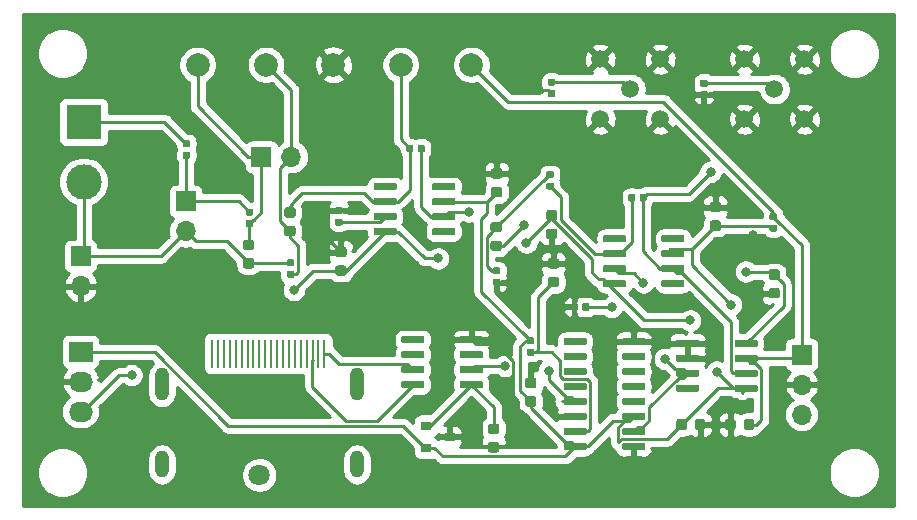
<source format=gtl>
G04 #@! TF.GenerationSoftware,KiCad,Pcbnew,(5.1.4-0-10_14)*
G04 #@! TF.CreationDate,2020-03-06T12:40:27+09:00*
G04 #@! TF.ProjectId,ReadoutBoard_v3_2,52656164-6f75-4744-926f-6172645f7633,rev?*
G04 #@! TF.SameCoordinates,Original*
G04 #@! TF.FileFunction,Copper,L1,Top*
G04 #@! TF.FilePolarity,Positive*
%FSLAX46Y46*%
G04 Gerber Fmt 4.6, Leading zero omitted, Abs format (unit mm)*
G04 Created by KiCad (PCBNEW (5.1.4-0-10_14)) date 2020-03-06 12:40:27*
%MOMM*%
%LPD*%
G04 APERTURE LIST*
%ADD10O,1.200000X2.300000*%
%ADD11O,1.200000X2.800000*%
%ADD12C,1.800000*%
%ADD13R,0.280000X2.400000*%
%ADD14R,1.700000X1.700000*%
%ADD15O,1.700000X1.700000*%
%ADD16C,0.100000*%
%ADD17C,0.875000*%
%ADD18R,3.000000X3.000000*%
%ADD19C,3.000000*%
%ADD20R,2.030000X1.730000*%
%ADD21O,2.030000X1.730000*%
%ADD22C,1.500000*%
%ADD23C,0.590000*%
%ADD24C,2.000000*%
%ADD25C,0.600000*%
%ADD26R,0.900000X0.800000*%
%ADD27C,0.800000*%
%ADD28C,0.250000*%
%ADD29C,0.254000*%
G04 APERTURE END LIST*
D10*
X110393400Y-119810000D03*
D11*
X126903400Y-113030000D03*
D12*
X118643400Y-120710000D03*
D13*
X117143400Y-110430000D03*
X124143400Y-110430000D03*
X116643400Y-110430000D03*
X116143400Y-110430000D03*
X115643400Y-110430000D03*
X115143400Y-110430000D03*
X119143400Y-110430000D03*
X122143400Y-110430000D03*
X114643400Y-110430000D03*
X117643400Y-110430000D03*
X123643400Y-110430000D03*
X123143400Y-110430000D03*
X122643400Y-110430000D03*
X118143400Y-110430000D03*
X121643400Y-110430000D03*
X121143400Y-110430000D03*
X120643400Y-110430000D03*
X120143400Y-110430000D03*
X119643400Y-110430000D03*
X118643400Y-110430000D03*
D11*
X110393400Y-113030000D03*
D10*
X126903400Y-119810000D03*
D14*
X112395000Y-97523300D03*
D15*
X112395000Y-100063300D03*
D16*
G36*
X118006691Y-100782453D02*
G01*
X118027926Y-100785603D01*
X118048750Y-100790819D01*
X118068962Y-100798051D01*
X118088368Y-100807230D01*
X118106781Y-100818266D01*
X118124024Y-100831054D01*
X118139930Y-100845470D01*
X118154346Y-100861376D01*
X118167134Y-100878619D01*
X118178170Y-100897032D01*
X118187349Y-100916438D01*
X118194581Y-100936650D01*
X118199797Y-100957474D01*
X118202947Y-100978709D01*
X118204000Y-101000150D01*
X118204000Y-101437650D01*
X118202947Y-101459091D01*
X118199797Y-101480326D01*
X118194581Y-101501150D01*
X118187349Y-101521362D01*
X118178170Y-101540768D01*
X118167134Y-101559181D01*
X118154346Y-101576424D01*
X118139930Y-101592330D01*
X118124024Y-101606746D01*
X118106781Y-101619534D01*
X118088368Y-101630570D01*
X118068962Y-101639749D01*
X118048750Y-101646981D01*
X118027926Y-101652197D01*
X118006691Y-101655347D01*
X117985250Y-101656400D01*
X117472750Y-101656400D01*
X117451309Y-101655347D01*
X117430074Y-101652197D01*
X117409250Y-101646981D01*
X117389038Y-101639749D01*
X117369632Y-101630570D01*
X117351219Y-101619534D01*
X117333976Y-101606746D01*
X117318070Y-101592330D01*
X117303654Y-101576424D01*
X117290866Y-101559181D01*
X117279830Y-101540768D01*
X117270651Y-101521362D01*
X117263419Y-101501150D01*
X117258203Y-101480326D01*
X117255053Y-101459091D01*
X117254000Y-101437650D01*
X117254000Y-101000150D01*
X117255053Y-100978709D01*
X117258203Y-100957474D01*
X117263419Y-100936650D01*
X117270651Y-100916438D01*
X117279830Y-100897032D01*
X117290866Y-100878619D01*
X117303654Y-100861376D01*
X117318070Y-100845470D01*
X117333976Y-100831054D01*
X117351219Y-100818266D01*
X117369632Y-100807230D01*
X117389038Y-100798051D01*
X117409250Y-100790819D01*
X117430074Y-100785603D01*
X117451309Y-100782453D01*
X117472750Y-100781400D01*
X117985250Y-100781400D01*
X118006691Y-100782453D01*
X118006691Y-100782453D01*
G37*
D17*
X117729000Y-101218900D03*
D16*
G36*
X118006691Y-102357453D02*
G01*
X118027926Y-102360603D01*
X118048750Y-102365819D01*
X118068962Y-102373051D01*
X118088368Y-102382230D01*
X118106781Y-102393266D01*
X118124024Y-102406054D01*
X118139930Y-102420470D01*
X118154346Y-102436376D01*
X118167134Y-102453619D01*
X118178170Y-102472032D01*
X118187349Y-102491438D01*
X118194581Y-102511650D01*
X118199797Y-102532474D01*
X118202947Y-102553709D01*
X118204000Y-102575150D01*
X118204000Y-103012650D01*
X118202947Y-103034091D01*
X118199797Y-103055326D01*
X118194581Y-103076150D01*
X118187349Y-103096362D01*
X118178170Y-103115768D01*
X118167134Y-103134181D01*
X118154346Y-103151424D01*
X118139930Y-103167330D01*
X118124024Y-103181746D01*
X118106781Y-103194534D01*
X118088368Y-103205570D01*
X118068962Y-103214749D01*
X118048750Y-103221981D01*
X118027926Y-103227197D01*
X118006691Y-103230347D01*
X117985250Y-103231400D01*
X117472750Y-103231400D01*
X117451309Y-103230347D01*
X117430074Y-103227197D01*
X117409250Y-103221981D01*
X117389038Y-103214749D01*
X117369632Y-103205570D01*
X117351219Y-103194534D01*
X117333976Y-103181746D01*
X117318070Y-103167330D01*
X117303654Y-103151424D01*
X117290866Y-103134181D01*
X117279830Y-103115768D01*
X117270651Y-103096362D01*
X117263419Y-103076150D01*
X117258203Y-103055326D01*
X117255053Y-103034091D01*
X117254000Y-103012650D01*
X117254000Y-102575150D01*
X117255053Y-102553709D01*
X117258203Y-102532474D01*
X117263419Y-102511650D01*
X117270651Y-102491438D01*
X117279830Y-102472032D01*
X117290866Y-102453619D01*
X117303654Y-102436376D01*
X117318070Y-102420470D01*
X117333976Y-102406054D01*
X117351219Y-102393266D01*
X117369632Y-102382230D01*
X117389038Y-102373051D01*
X117409250Y-102365819D01*
X117430074Y-102360603D01*
X117451309Y-102357453D01*
X117472750Y-102356400D01*
X117985250Y-102356400D01*
X118006691Y-102357453D01*
X118006691Y-102357453D01*
G37*
D17*
X117729000Y-102793900D03*
D16*
G36*
X121511891Y-98039253D02*
G01*
X121533126Y-98042403D01*
X121553950Y-98047619D01*
X121574162Y-98054851D01*
X121593568Y-98064030D01*
X121611981Y-98075066D01*
X121629224Y-98087854D01*
X121645130Y-98102270D01*
X121659546Y-98118176D01*
X121672334Y-98135419D01*
X121683370Y-98153832D01*
X121692549Y-98173238D01*
X121699781Y-98193450D01*
X121704997Y-98214274D01*
X121708147Y-98235509D01*
X121709200Y-98256950D01*
X121709200Y-98694450D01*
X121708147Y-98715891D01*
X121704997Y-98737126D01*
X121699781Y-98757950D01*
X121692549Y-98778162D01*
X121683370Y-98797568D01*
X121672334Y-98815981D01*
X121659546Y-98833224D01*
X121645130Y-98849130D01*
X121629224Y-98863546D01*
X121611981Y-98876334D01*
X121593568Y-98887370D01*
X121574162Y-98896549D01*
X121553950Y-98903781D01*
X121533126Y-98908997D01*
X121511891Y-98912147D01*
X121490450Y-98913200D01*
X120977950Y-98913200D01*
X120956509Y-98912147D01*
X120935274Y-98908997D01*
X120914450Y-98903781D01*
X120894238Y-98896549D01*
X120874832Y-98887370D01*
X120856419Y-98876334D01*
X120839176Y-98863546D01*
X120823270Y-98849130D01*
X120808854Y-98833224D01*
X120796066Y-98815981D01*
X120785030Y-98797568D01*
X120775851Y-98778162D01*
X120768619Y-98757950D01*
X120763403Y-98737126D01*
X120760253Y-98715891D01*
X120759200Y-98694450D01*
X120759200Y-98256950D01*
X120760253Y-98235509D01*
X120763403Y-98214274D01*
X120768619Y-98193450D01*
X120775851Y-98173238D01*
X120785030Y-98153832D01*
X120796066Y-98135419D01*
X120808854Y-98118176D01*
X120823270Y-98102270D01*
X120839176Y-98087854D01*
X120856419Y-98075066D01*
X120874832Y-98064030D01*
X120894238Y-98054851D01*
X120914450Y-98047619D01*
X120935274Y-98042403D01*
X120956509Y-98039253D01*
X120977950Y-98038200D01*
X121490450Y-98038200D01*
X121511891Y-98039253D01*
X121511891Y-98039253D01*
G37*
D17*
X121234200Y-98475700D03*
D16*
G36*
X121511891Y-99614253D02*
G01*
X121533126Y-99617403D01*
X121553950Y-99622619D01*
X121574162Y-99629851D01*
X121593568Y-99639030D01*
X121611981Y-99650066D01*
X121629224Y-99662854D01*
X121645130Y-99677270D01*
X121659546Y-99693176D01*
X121672334Y-99710419D01*
X121683370Y-99728832D01*
X121692549Y-99748238D01*
X121699781Y-99768450D01*
X121704997Y-99789274D01*
X121708147Y-99810509D01*
X121709200Y-99831950D01*
X121709200Y-100269450D01*
X121708147Y-100290891D01*
X121704997Y-100312126D01*
X121699781Y-100332950D01*
X121692549Y-100353162D01*
X121683370Y-100372568D01*
X121672334Y-100390981D01*
X121659546Y-100408224D01*
X121645130Y-100424130D01*
X121629224Y-100438546D01*
X121611981Y-100451334D01*
X121593568Y-100462370D01*
X121574162Y-100471549D01*
X121553950Y-100478781D01*
X121533126Y-100483997D01*
X121511891Y-100487147D01*
X121490450Y-100488200D01*
X120977950Y-100488200D01*
X120956509Y-100487147D01*
X120935274Y-100483997D01*
X120914450Y-100478781D01*
X120894238Y-100471549D01*
X120874832Y-100462370D01*
X120856419Y-100451334D01*
X120839176Y-100438546D01*
X120823270Y-100424130D01*
X120808854Y-100408224D01*
X120796066Y-100390981D01*
X120785030Y-100372568D01*
X120775851Y-100353162D01*
X120768619Y-100332950D01*
X120763403Y-100312126D01*
X120760253Y-100290891D01*
X120759200Y-100269450D01*
X120759200Y-99831950D01*
X120760253Y-99810509D01*
X120763403Y-99789274D01*
X120768619Y-99768450D01*
X120775851Y-99748238D01*
X120785030Y-99728832D01*
X120796066Y-99710419D01*
X120808854Y-99693176D01*
X120823270Y-99677270D01*
X120839176Y-99662854D01*
X120856419Y-99650066D01*
X120874832Y-99639030D01*
X120894238Y-99629851D01*
X120914450Y-99622619D01*
X120935274Y-99617403D01*
X120956509Y-99614253D01*
X120977950Y-99613200D01*
X121490450Y-99613200D01*
X121511891Y-99614253D01*
X121511891Y-99614253D01*
G37*
D17*
X121234200Y-100050700D03*
D16*
G36*
X125829891Y-101392053D02*
G01*
X125851126Y-101395203D01*
X125871950Y-101400419D01*
X125892162Y-101407651D01*
X125911568Y-101416830D01*
X125929981Y-101427866D01*
X125947224Y-101440654D01*
X125963130Y-101455070D01*
X125977546Y-101470976D01*
X125990334Y-101488219D01*
X126001370Y-101506632D01*
X126010549Y-101526038D01*
X126017781Y-101546250D01*
X126022997Y-101567074D01*
X126026147Y-101588309D01*
X126027200Y-101609750D01*
X126027200Y-102047250D01*
X126026147Y-102068691D01*
X126022997Y-102089926D01*
X126017781Y-102110750D01*
X126010549Y-102130962D01*
X126001370Y-102150368D01*
X125990334Y-102168781D01*
X125977546Y-102186024D01*
X125963130Y-102201930D01*
X125947224Y-102216346D01*
X125929981Y-102229134D01*
X125911568Y-102240170D01*
X125892162Y-102249349D01*
X125871950Y-102256581D01*
X125851126Y-102261797D01*
X125829891Y-102264947D01*
X125808450Y-102266000D01*
X125295950Y-102266000D01*
X125274509Y-102264947D01*
X125253274Y-102261797D01*
X125232450Y-102256581D01*
X125212238Y-102249349D01*
X125192832Y-102240170D01*
X125174419Y-102229134D01*
X125157176Y-102216346D01*
X125141270Y-102201930D01*
X125126854Y-102186024D01*
X125114066Y-102168781D01*
X125103030Y-102150368D01*
X125093851Y-102130962D01*
X125086619Y-102110750D01*
X125081403Y-102089926D01*
X125078253Y-102068691D01*
X125077200Y-102047250D01*
X125077200Y-101609750D01*
X125078253Y-101588309D01*
X125081403Y-101567074D01*
X125086619Y-101546250D01*
X125093851Y-101526038D01*
X125103030Y-101506632D01*
X125114066Y-101488219D01*
X125126854Y-101470976D01*
X125141270Y-101455070D01*
X125157176Y-101440654D01*
X125174419Y-101427866D01*
X125192832Y-101416830D01*
X125212238Y-101407651D01*
X125232450Y-101400419D01*
X125253274Y-101395203D01*
X125274509Y-101392053D01*
X125295950Y-101391000D01*
X125808450Y-101391000D01*
X125829891Y-101392053D01*
X125829891Y-101392053D01*
G37*
D17*
X125552200Y-101828500D03*
D16*
G36*
X125829891Y-102967053D02*
G01*
X125851126Y-102970203D01*
X125871950Y-102975419D01*
X125892162Y-102982651D01*
X125911568Y-102991830D01*
X125929981Y-103002866D01*
X125947224Y-103015654D01*
X125963130Y-103030070D01*
X125977546Y-103045976D01*
X125990334Y-103063219D01*
X126001370Y-103081632D01*
X126010549Y-103101038D01*
X126017781Y-103121250D01*
X126022997Y-103142074D01*
X126026147Y-103163309D01*
X126027200Y-103184750D01*
X126027200Y-103622250D01*
X126026147Y-103643691D01*
X126022997Y-103664926D01*
X126017781Y-103685750D01*
X126010549Y-103705962D01*
X126001370Y-103725368D01*
X125990334Y-103743781D01*
X125977546Y-103761024D01*
X125963130Y-103776930D01*
X125947224Y-103791346D01*
X125929981Y-103804134D01*
X125911568Y-103815170D01*
X125892162Y-103824349D01*
X125871950Y-103831581D01*
X125851126Y-103836797D01*
X125829891Y-103839947D01*
X125808450Y-103841000D01*
X125295950Y-103841000D01*
X125274509Y-103839947D01*
X125253274Y-103836797D01*
X125232450Y-103831581D01*
X125212238Y-103824349D01*
X125192832Y-103815170D01*
X125174419Y-103804134D01*
X125157176Y-103791346D01*
X125141270Y-103776930D01*
X125126854Y-103761024D01*
X125114066Y-103743781D01*
X125103030Y-103725368D01*
X125093851Y-103705962D01*
X125086619Y-103685750D01*
X125081403Y-103664926D01*
X125078253Y-103643691D01*
X125077200Y-103622250D01*
X125077200Y-103184750D01*
X125078253Y-103163309D01*
X125081403Y-103142074D01*
X125086619Y-103121250D01*
X125093851Y-103101038D01*
X125103030Y-103081632D01*
X125114066Y-103063219D01*
X125126854Y-103045976D01*
X125141270Y-103030070D01*
X125157176Y-103015654D01*
X125174419Y-103002866D01*
X125192832Y-102991830D01*
X125212238Y-102982651D01*
X125232450Y-102975419D01*
X125253274Y-102970203D01*
X125274509Y-102967053D01*
X125295950Y-102966000D01*
X125808450Y-102966000D01*
X125829891Y-102967053D01*
X125829891Y-102967053D01*
G37*
D17*
X125552200Y-103403500D03*
D16*
G36*
X139012491Y-96312253D02*
G01*
X139033726Y-96315403D01*
X139054550Y-96320619D01*
X139074762Y-96327851D01*
X139094168Y-96337030D01*
X139112581Y-96348066D01*
X139129824Y-96360854D01*
X139145730Y-96375270D01*
X139160146Y-96391176D01*
X139172934Y-96408419D01*
X139183970Y-96426832D01*
X139193149Y-96446238D01*
X139200381Y-96466450D01*
X139205597Y-96487274D01*
X139208747Y-96508509D01*
X139209800Y-96529950D01*
X139209800Y-96967450D01*
X139208747Y-96988891D01*
X139205597Y-97010126D01*
X139200381Y-97030950D01*
X139193149Y-97051162D01*
X139183970Y-97070568D01*
X139172934Y-97088981D01*
X139160146Y-97106224D01*
X139145730Y-97122130D01*
X139129824Y-97136546D01*
X139112581Y-97149334D01*
X139094168Y-97160370D01*
X139074762Y-97169549D01*
X139054550Y-97176781D01*
X139033726Y-97181997D01*
X139012491Y-97185147D01*
X138991050Y-97186200D01*
X138478550Y-97186200D01*
X138457109Y-97185147D01*
X138435874Y-97181997D01*
X138415050Y-97176781D01*
X138394838Y-97169549D01*
X138375432Y-97160370D01*
X138357019Y-97149334D01*
X138339776Y-97136546D01*
X138323870Y-97122130D01*
X138309454Y-97106224D01*
X138296666Y-97088981D01*
X138285630Y-97070568D01*
X138276451Y-97051162D01*
X138269219Y-97030950D01*
X138264003Y-97010126D01*
X138260853Y-96988891D01*
X138259800Y-96967450D01*
X138259800Y-96529950D01*
X138260853Y-96508509D01*
X138264003Y-96487274D01*
X138269219Y-96466450D01*
X138276451Y-96446238D01*
X138285630Y-96426832D01*
X138296666Y-96408419D01*
X138309454Y-96391176D01*
X138323870Y-96375270D01*
X138339776Y-96360854D01*
X138357019Y-96348066D01*
X138375432Y-96337030D01*
X138394838Y-96327851D01*
X138415050Y-96320619D01*
X138435874Y-96315403D01*
X138457109Y-96312253D01*
X138478550Y-96311200D01*
X138991050Y-96311200D01*
X139012491Y-96312253D01*
X139012491Y-96312253D01*
G37*
D17*
X138734800Y-96748700D03*
D16*
G36*
X139012491Y-94737253D02*
G01*
X139033726Y-94740403D01*
X139054550Y-94745619D01*
X139074762Y-94752851D01*
X139094168Y-94762030D01*
X139112581Y-94773066D01*
X139129824Y-94785854D01*
X139145730Y-94800270D01*
X139160146Y-94816176D01*
X139172934Y-94833419D01*
X139183970Y-94851832D01*
X139193149Y-94871238D01*
X139200381Y-94891450D01*
X139205597Y-94912274D01*
X139208747Y-94933509D01*
X139209800Y-94954950D01*
X139209800Y-95392450D01*
X139208747Y-95413891D01*
X139205597Y-95435126D01*
X139200381Y-95455950D01*
X139193149Y-95476162D01*
X139183970Y-95495568D01*
X139172934Y-95513981D01*
X139160146Y-95531224D01*
X139145730Y-95547130D01*
X139129824Y-95561546D01*
X139112581Y-95574334D01*
X139094168Y-95585370D01*
X139074762Y-95594549D01*
X139054550Y-95601781D01*
X139033726Y-95606997D01*
X139012491Y-95610147D01*
X138991050Y-95611200D01*
X138478550Y-95611200D01*
X138457109Y-95610147D01*
X138435874Y-95606997D01*
X138415050Y-95601781D01*
X138394838Y-95594549D01*
X138375432Y-95585370D01*
X138357019Y-95574334D01*
X138339776Y-95561546D01*
X138323870Y-95547130D01*
X138309454Y-95531224D01*
X138296666Y-95513981D01*
X138285630Y-95495568D01*
X138276451Y-95476162D01*
X138269219Y-95455950D01*
X138264003Y-95435126D01*
X138260853Y-95413891D01*
X138259800Y-95392450D01*
X138259800Y-94954950D01*
X138260853Y-94933509D01*
X138264003Y-94912274D01*
X138269219Y-94891450D01*
X138276451Y-94871238D01*
X138285630Y-94851832D01*
X138296666Y-94833419D01*
X138309454Y-94816176D01*
X138323870Y-94800270D01*
X138339776Y-94785854D01*
X138357019Y-94773066D01*
X138375432Y-94762030D01*
X138394838Y-94752851D01*
X138415050Y-94745619D01*
X138435874Y-94740403D01*
X138457109Y-94737253D01*
X138478550Y-94736200D01*
X138991050Y-94736200D01*
X139012491Y-94737253D01*
X139012491Y-94737253D01*
G37*
D17*
X138734800Y-95173700D03*
D16*
G36*
X138961691Y-99283853D02*
G01*
X138982926Y-99287003D01*
X139003750Y-99292219D01*
X139023962Y-99299451D01*
X139043368Y-99308630D01*
X139061781Y-99319666D01*
X139079024Y-99332454D01*
X139094930Y-99346870D01*
X139109346Y-99362776D01*
X139122134Y-99380019D01*
X139133170Y-99398432D01*
X139142349Y-99417838D01*
X139149581Y-99438050D01*
X139154797Y-99458874D01*
X139157947Y-99480109D01*
X139159000Y-99501550D01*
X139159000Y-99939050D01*
X139157947Y-99960491D01*
X139154797Y-99981726D01*
X139149581Y-100002550D01*
X139142349Y-100022762D01*
X139133170Y-100042168D01*
X139122134Y-100060581D01*
X139109346Y-100077824D01*
X139094930Y-100093730D01*
X139079024Y-100108146D01*
X139061781Y-100120934D01*
X139043368Y-100131970D01*
X139023962Y-100141149D01*
X139003750Y-100148381D01*
X138982926Y-100153597D01*
X138961691Y-100156747D01*
X138940250Y-100157800D01*
X138427750Y-100157800D01*
X138406309Y-100156747D01*
X138385074Y-100153597D01*
X138364250Y-100148381D01*
X138344038Y-100141149D01*
X138324632Y-100131970D01*
X138306219Y-100120934D01*
X138288976Y-100108146D01*
X138273070Y-100093730D01*
X138258654Y-100077824D01*
X138245866Y-100060581D01*
X138234830Y-100042168D01*
X138225651Y-100022762D01*
X138218419Y-100002550D01*
X138213203Y-99981726D01*
X138210053Y-99960491D01*
X138209000Y-99939050D01*
X138209000Y-99501550D01*
X138210053Y-99480109D01*
X138213203Y-99458874D01*
X138218419Y-99438050D01*
X138225651Y-99417838D01*
X138234830Y-99398432D01*
X138245866Y-99380019D01*
X138258654Y-99362776D01*
X138273070Y-99346870D01*
X138288976Y-99332454D01*
X138306219Y-99319666D01*
X138324632Y-99308630D01*
X138344038Y-99299451D01*
X138364250Y-99292219D01*
X138385074Y-99287003D01*
X138406309Y-99283853D01*
X138427750Y-99282800D01*
X138940250Y-99282800D01*
X138961691Y-99283853D01*
X138961691Y-99283853D01*
G37*
D17*
X138684000Y-99720300D03*
D16*
G36*
X138961691Y-100858853D02*
G01*
X138982926Y-100862003D01*
X139003750Y-100867219D01*
X139023962Y-100874451D01*
X139043368Y-100883630D01*
X139061781Y-100894666D01*
X139079024Y-100907454D01*
X139094930Y-100921870D01*
X139109346Y-100937776D01*
X139122134Y-100955019D01*
X139133170Y-100973432D01*
X139142349Y-100992838D01*
X139149581Y-101013050D01*
X139154797Y-101033874D01*
X139157947Y-101055109D01*
X139159000Y-101076550D01*
X139159000Y-101514050D01*
X139157947Y-101535491D01*
X139154797Y-101556726D01*
X139149581Y-101577550D01*
X139142349Y-101597762D01*
X139133170Y-101617168D01*
X139122134Y-101635581D01*
X139109346Y-101652824D01*
X139094930Y-101668730D01*
X139079024Y-101683146D01*
X139061781Y-101695934D01*
X139043368Y-101706970D01*
X139023962Y-101716149D01*
X139003750Y-101723381D01*
X138982926Y-101728597D01*
X138961691Y-101731747D01*
X138940250Y-101732800D01*
X138427750Y-101732800D01*
X138406309Y-101731747D01*
X138385074Y-101728597D01*
X138364250Y-101723381D01*
X138344038Y-101716149D01*
X138324632Y-101706970D01*
X138306219Y-101695934D01*
X138288976Y-101683146D01*
X138273070Y-101668730D01*
X138258654Y-101652824D01*
X138245866Y-101635581D01*
X138234830Y-101617168D01*
X138225651Y-101597762D01*
X138218419Y-101577550D01*
X138213203Y-101556726D01*
X138210053Y-101535491D01*
X138209000Y-101514050D01*
X138209000Y-101076550D01*
X138210053Y-101055109D01*
X138213203Y-101033874D01*
X138218419Y-101013050D01*
X138225651Y-100992838D01*
X138234830Y-100973432D01*
X138245866Y-100955019D01*
X138258654Y-100937776D01*
X138273070Y-100921870D01*
X138288976Y-100907454D01*
X138306219Y-100894666D01*
X138324632Y-100883630D01*
X138344038Y-100874451D01*
X138364250Y-100867219D01*
X138385074Y-100862003D01*
X138406309Y-100858853D01*
X138427750Y-100857800D01*
X138940250Y-100857800D01*
X138961691Y-100858853D01*
X138961691Y-100858853D01*
G37*
D17*
X138684000Y-101295300D03*
D16*
G36*
X162507491Y-103297053D02*
G01*
X162528726Y-103300203D01*
X162549550Y-103305419D01*
X162569762Y-103312651D01*
X162589168Y-103321830D01*
X162607581Y-103332866D01*
X162624824Y-103345654D01*
X162640730Y-103360070D01*
X162655146Y-103375976D01*
X162667934Y-103393219D01*
X162678970Y-103411632D01*
X162688149Y-103431038D01*
X162695381Y-103451250D01*
X162700597Y-103472074D01*
X162703747Y-103493309D01*
X162704800Y-103514750D01*
X162704800Y-103952250D01*
X162703747Y-103973691D01*
X162700597Y-103994926D01*
X162695381Y-104015750D01*
X162688149Y-104035962D01*
X162678970Y-104055368D01*
X162667934Y-104073781D01*
X162655146Y-104091024D01*
X162640730Y-104106930D01*
X162624824Y-104121346D01*
X162607581Y-104134134D01*
X162589168Y-104145170D01*
X162569762Y-104154349D01*
X162549550Y-104161581D01*
X162528726Y-104166797D01*
X162507491Y-104169947D01*
X162486050Y-104171000D01*
X161973550Y-104171000D01*
X161952109Y-104169947D01*
X161930874Y-104166797D01*
X161910050Y-104161581D01*
X161889838Y-104154349D01*
X161870432Y-104145170D01*
X161852019Y-104134134D01*
X161834776Y-104121346D01*
X161818870Y-104106930D01*
X161804454Y-104091024D01*
X161791666Y-104073781D01*
X161780630Y-104055368D01*
X161771451Y-104035962D01*
X161764219Y-104015750D01*
X161759003Y-103994926D01*
X161755853Y-103973691D01*
X161754800Y-103952250D01*
X161754800Y-103514750D01*
X161755853Y-103493309D01*
X161759003Y-103472074D01*
X161764219Y-103451250D01*
X161771451Y-103431038D01*
X161780630Y-103411632D01*
X161791666Y-103393219D01*
X161804454Y-103375976D01*
X161818870Y-103360070D01*
X161834776Y-103345654D01*
X161852019Y-103332866D01*
X161870432Y-103321830D01*
X161889838Y-103312651D01*
X161910050Y-103305419D01*
X161930874Y-103300203D01*
X161952109Y-103297053D01*
X161973550Y-103296000D01*
X162486050Y-103296000D01*
X162507491Y-103297053D01*
X162507491Y-103297053D01*
G37*
D17*
X162229800Y-103733500D03*
D16*
G36*
X162507491Y-104872053D02*
G01*
X162528726Y-104875203D01*
X162549550Y-104880419D01*
X162569762Y-104887651D01*
X162589168Y-104896830D01*
X162607581Y-104907866D01*
X162624824Y-104920654D01*
X162640730Y-104935070D01*
X162655146Y-104950976D01*
X162667934Y-104968219D01*
X162678970Y-104986632D01*
X162688149Y-105006038D01*
X162695381Y-105026250D01*
X162700597Y-105047074D01*
X162703747Y-105068309D01*
X162704800Y-105089750D01*
X162704800Y-105527250D01*
X162703747Y-105548691D01*
X162700597Y-105569926D01*
X162695381Y-105590750D01*
X162688149Y-105610962D01*
X162678970Y-105630368D01*
X162667934Y-105648781D01*
X162655146Y-105666024D01*
X162640730Y-105681930D01*
X162624824Y-105696346D01*
X162607581Y-105709134D01*
X162589168Y-105720170D01*
X162569762Y-105729349D01*
X162549550Y-105736581D01*
X162528726Y-105741797D01*
X162507491Y-105744947D01*
X162486050Y-105746000D01*
X161973550Y-105746000D01*
X161952109Y-105744947D01*
X161930874Y-105741797D01*
X161910050Y-105736581D01*
X161889838Y-105729349D01*
X161870432Y-105720170D01*
X161852019Y-105709134D01*
X161834776Y-105696346D01*
X161818870Y-105681930D01*
X161804454Y-105666024D01*
X161791666Y-105648781D01*
X161780630Y-105630368D01*
X161771451Y-105610962D01*
X161764219Y-105590750D01*
X161759003Y-105569926D01*
X161755853Y-105548691D01*
X161754800Y-105527250D01*
X161754800Y-105089750D01*
X161755853Y-105068309D01*
X161759003Y-105047074D01*
X161764219Y-105026250D01*
X161771451Y-105006038D01*
X161780630Y-104986632D01*
X161791666Y-104968219D01*
X161804454Y-104950976D01*
X161818870Y-104935070D01*
X161834776Y-104920654D01*
X161852019Y-104907866D01*
X161870432Y-104896830D01*
X161889838Y-104887651D01*
X161910050Y-104880419D01*
X161930874Y-104875203D01*
X161952109Y-104872053D01*
X161973550Y-104871000D01*
X162486050Y-104871000D01*
X162507491Y-104872053D01*
X162507491Y-104872053D01*
G37*
D17*
X162229800Y-105308500D03*
D16*
G36*
X154621291Y-115959653D02*
G01*
X154642526Y-115962803D01*
X154663350Y-115968019D01*
X154683562Y-115975251D01*
X154702968Y-115984430D01*
X154721381Y-115995466D01*
X154738624Y-116008254D01*
X154754530Y-116022670D01*
X154768946Y-116038576D01*
X154781734Y-116055819D01*
X154792770Y-116074232D01*
X154801949Y-116093638D01*
X154809181Y-116113850D01*
X154814397Y-116134674D01*
X154817547Y-116155909D01*
X154818600Y-116177350D01*
X154818600Y-116689850D01*
X154817547Y-116711291D01*
X154814397Y-116732526D01*
X154809181Y-116753350D01*
X154801949Y-116773562D01*
X154792770Y-116792968D01*
X154781734Y-116811381D01*
X154768946Y-116828624D01*
X154754530Y-116844530D01*
X154738624Y-116858946D01*
X154721381Y-116871734D01*
X154702968Y-116882770D01*
X154683562Y-116891949D01*
X154663350Y-116899181D01*
X154642526Y-116904397D01*
X154621291Y-116907547D01*
X154599850Y-116908600D01*
X154162350Y-116908600D01*
X154140909Y-116907547D01*
X154119674Y-116904397D01*
X154098850Y-116899181D01*
X154078638Y-116891949D01*
X154059232Y-116882770D01*
X154040819Y-116871734D01*
X154023576Y-116858946D01*
X154007670Y-116844530D01*
X153993254Y-116828624D01*
X153980466Y-116811381D01*
X153969430Y-116792968D01*
X153960251Y-116773562D01*
X153953019Y-116753350D01*
X153947803Y-116732526D01*
X153944653Y-116711291D01*
X153943600Y-116689850D01*
X153943600Y-116177350D01*
X153944653Y-116155909D01*
X153947803Y-116134674D01*
X153953019Y-116113850D01*
X153960251Y-116093638D01*
X153969430Y-116074232D01*
X153980466Y-116055819D01*
X153993254Y-116038576D01*
X154007670Y-116022670D01*
X154023576Y-116008254D01*
X154040819Y-115995466D01*
X154059232Y-115984430D01*
X154078638Y-115975251D01*
X154098850Y-115968019D01*
X154119674Y-115962803D01*
X154140909Y-115959653D01*
X154162350Y-115958600D01*
X154599850Y-115958600D01*
X154621291Y-115959653D01*
X154621291Y-115959653D01*
G37*
D17*
X154381100Y-116433600D03*
D16*
G36*
X156196291Y-115959653D02*
G01*
X156217526Y-115962803D01*
X156238350Y-115968019D01*
X156258562Y-115975251D01*
X156277968Y-115984430D01*
X156296381Y-115995466D01*
X156313624Y-116008254D01*
X156329530Y-116022670D01*
X156343946Y-116038576D01*
X156356734Y-116055819D01*
X156367770Y-116074232D01*
X156376949Y-116093638D01*
X156384181Y-116113850D01*
X156389397Y-116134674D01*
X156392547Y-116155909D01*
X156393600Y-116177350D01*
X156393600Y-116689850D01*
X156392547Y-116711291D01*
X156389397Y-116732526D01*
X156384181Y-116753350D01*
X156376949Y-116773562D01*
X156367770Y-116792968D01*
X156356734Y-116811381D01*
X156343946Y-116828624D01*
X156329530Y-116844530D01*
X156313624Y-116858946D01*
X156296381Y-116871734D01*
X156277968Y-116882770D01*
X156258562Y-116891949D01*
X156238350Y-116899181D01*
X156217526Y-116904397D01*
X156196291Y-116907547D01*
X156174850Y-116908600D01*
X155737350Y-116908600D01*
X155715909Y-116907547D01*
X155694674Y-116904397D01*
X155673850Y-116899181D01*
X155653638Y-116891949D01*
X155634232Y-116882770D01*
X155615819Y-116871734D01*
X155598576Y-116858946D01*
X155582670Y-116844530D01*
X155568254Y-116828624D01*
X155555466Y-116811381D01*
X155544430Y-116792968D01*
X155535251Y-116773562D01*
X155528019Y-116753350D01*
X155522803Y-116732526D01*
X155519653Y-116711291D01*
X155518600Y-116689850D01*
X155518600Y-116177350D01*
X155519653Y-116155909D01*
X155522803Y-116134674D01*
X155528019Y-116113850D01*
X155535251Y-116093638D01*
X155544430Y-116074232D01*
X155555466Y-116055819D01*
X155568254Y-116038576D01*
X155582670Y-116022670D01*
X155598576Y-116008254D01*
X155615819Y-115995466D01*
X155634232Y-115984430D01*
X155653638Y-115975251D01*
X155673850Y-115968019D01*
X155694674Y-115962803D01*
X155715909Y-115959653D01*
X155737350Y-115958600D01*
X156174850Y-115958600D01*
X156196291Y-115959653D01*
X156196291Y-115959653D01*
G37*
D17*
X155956100Y-116433600D03*
D16*
G36*
X143686091Y-98267853D02*
G01*
X143707326Y-98271003D01*
X143728150Y-98276219D01*
X143748362Y-98283451D01*
X143767768Y-98292630D01*
X143786181Y-98303666D01*
X143803424Y-98316454D01*
X143819330Y-98330870D01*
X143833746Y-98346776D01*
X143846534Y-98364019D01*
X143857570Y-98382432D01*
X143866749Y-98401838D01*
X143873981Y-98422050D01*
X143879197Y-98442874D01*
X143882347Y-98464109D01*
X143883400Y-98485550D01*
X143883400Y-98923050D01*
X143882347Y-98944491D01*
X143879197Y-98965726D01*
X143873981Y-98986550D01*
X143866749Y-99006762D01*
X143857570Y-99026168D01*
X143846534Y-99044581D01*
X143833746Y-99061824D01*
X143819330Y-99077730D01*
X143803424Y-99092146D01*
X143786181Y-99104934D01*
X143767768Y-99115970D01*
X143748362Y-99125149D01*
X143728150Y-99132381D01*
X143707326Y-99137597D01*
X143686091Y-99140747D01*
X143664650Y-99141800D01*
X143152150Y-99141800D01*
X143130709Y-99140747D01*
X143109474Y-99137597D01*
X143088650Y-99132381D01*
X143068438Y-99125149D01*
X143049032Y-99115970D01*
X143030619Y-99104934D01*
X143013376Y-99092146D01*
X142997470Y-99077730D01*
X142983054Y-99061824D01*
X142970266Y-99044581D01*
X142959230Y-99026168D01*
X142950051Y-99006762D01*
X142942819Y-98986550D01*
X142937603Y-98965726D01*
X142934453Y-98944491D01*
X142933400Y-98923050D01*
X142933400Y-98485550D01*
X142934453Y-98464109D01*
X142937603Y-98442874D01*
X142942819Y-98422050D01*
X142950051Y-98401838D01*
X142959230Y-98382432D01*
X142970266Y-98364019D01*
X142983054Y-98346776D01*
X142997470Y-98330870D01*
X143013376Y-98316454D01*
X143030619Y-98303666D01*
X143049032Y-98292630D01*
X143068438Y-98283451D01*
X143088650Y-98276219D01*
X143109474Y-98271003D01*
X143130709Y-98267853D01*
X143152150Y-98266800D01*
X143664650Y-98266800D01*
X143686091Y-98267853D01*
X143686091Y-98267853D01*
G37*
D17*
X143408400Y-98704300D03*
D16*
G36*
X143686091Y-99842853D02*
G01*
X143707326Y-99846003D01*
X143728150Y-99851219D01*
X143748362Y-99858451D01*
X143767768Y-99867630D01*
X143786181Y-99878666D01*
X143803424Y-99891454D01*
X143819330Y-99905870D01*
X143833746Y-99921776D01*
X143846534Y-99939019D01*
X143857570Y-99957432D01*
X143866749Y-99976838D01*
X143873981Y-99997050D01*
X143879197Y-100017874D01*
X143882347Y-100039109D01*
X143883400Y-100060550D01*
X143883400Y-100498050D01*
X143882347Y-100519491D01*
X143879197Y-100540726D01*
X143873981Y-100561550D01*
X143866749Y-100581762D01*
X143857570Y-100601168D01*
X143846534Y-100619581D01*
X143833746Y-100636824D01*
X143819330Y-100652730D01*
X143803424Y-100667146D01*
X143786181Y-100679934D01*
X143767768Y-100690970D01*
X143748362Y-100700149D01*
X143728150Y-100707381D01*
X143707326Y-100712597D01*
X143686091Y-100715747D01*
X143664650Y-100716800D01*
X143152150Y-100716800D01*
X143130709Y-100715747D01*
X143109474Y-100712597D01*
X143088650Y-100707381D01*
X143068438Y-100700149D01*
X143049032Y-100690970D01*
X143030619Y-100679934D01*
X143013376Y-100667146D01*
X142997470Y-100652730D01*
X142983054Y-100636824D01*
X142970266Y-100619581D01*
X142959230Y-100601168D01*
X142950051Y-100581762D01*
X142942819Y-100561550D01*
X142937603Y-100540726D01*
X142934453Y-100519491D01*
X142933400Y-100498050D01*
X142933400Y-100060550D01*
X142934453Y-100039109D01*
X142937603Y-100017874D01*
X142942819Y-99997050D01*
X142950051Y-99976838D01*
X142959230Y-99957432D01*
X142970266Y-99939019D01*
X142983054Y-99921776D01*
X142997470Y-99905870D01*
X143013376Y-99891454D01*
X143030619Y-99878666D01*
X143049032Y-99867630D01*
X143068438Y-99858451D01*
X143088650Y-99851219D01*
X143109474Y-99846003D01*
X143130709Y-99842853D01*
X143152150Y-99841800D01*
X143664650Y-99841800D01*
X143686091Y-99842853D01*
X143686091Y-99842853D01*
G37*
D17*
X143408400Y-100279300D03*
D16*
G36*
X157529091Y-97582053D02*
G01*
X157550326Y-97585203D01*
X157571150Y-97590419D01*
X157591362Y-97597651D01*
X157610768Y-97606830D01*
X157629181Y-97617866D01*
X157646424Y-97630654D01*
X157662330Y-97645070D01*
X157676746Y-97660976D01*
X157689534Y-97678219D01*
X157700570Y-97696632D01*
X157709749Y-97716038D01*
X157716981Y-97736250D01*
X157722197Y-97757074D01*
X157725347Y-97778309D01*
X157726400Y-97799750D01*
X157726400Y-98237250D01*
X157725347Y-98258691D01*
X157722197Y-98279926D01*
X157716981Y-98300750D01*
X157709749Y-98320962D01*
X157700570Y-98340368D01*
X157689534Y-98358781D01*
X157676746Y-98376024D01*
X157662330Y-98391930D01*
X157646424Y-98406346D01*
X157629181Y-98419134D01*
X157610768Y-98430170D01*
X157591362Y-98439349D01*
X157571150Y-98446581D01*
X157550326Y-98451797D01*
X157529091Y-98454947D01*
X157507650Y-98456000D01*
X156995150Y-98456000D01*
X156973709Y-98454947D01*
X156952474Y-98451797D01*
X156931650Y-98446581D01*
X156911438Y-98439349D01*
X156892032Y-98430170D01*
X156873619Y-98419134D01*
X156856376Y-98406346D01*
X156840470Y-98391930D01*
X156826054Y-98376024D01*
X156813266Y-98358781D01*
X156802230Y-98340368D01*
X156793051Y-98320962D01*
X156785819Y-98300750D01*
X156780603Y-98279926D01*
X156777453Y-98258691D01*
X156776400Y-98237250D01*
X156776400Y-97799750D01*
X156777453Y-97778309D01*
X156780603Y-97757074D01*
X156785819Y-97736250D01*
X156793051Y-97716038D01*
X156802230Y-97696632D01*
X156813266Y-97678219D01*
X156826054Y-97660976D01*
X156840470Y-97645070D01*
X156856376Y-97630654D01*
X156873619Y-97617866D01*
X156892032Y-97606830D01*
X156911438Y-97597651D01*
X156931650Y-97590419D01*
X156952474Y-97585203D01*
X156973709Y-97582053D01*
X156995150Y-97581000D01*
X157507650Y-97581000D01*
X157529091Y-97582053D01*
X157529091Y-97582053D01*
G37*
D17*
X157251400Y-98018500D03*
D16*
G36*
X157529091Y-99157053D02*
G01*
X157550326Y-99160203D01*
X157571150Y-99165419D01*
X157591362Y-99172651D01*
X157610768Y-99181830D01*
X157629181Y-99192866D01*
X157646424Y-99205654D01*
X157662330Y-99220070D01*
X157676746Y-99235976D01*
X157689534Y-99253219D01*
X157700570Y-99271632D01*
X157709749Y-99291038D01*
X157716981Y-99311250D01*
X157722197Y-99332074D01*
X157725347Y-99353309D01*
X157726400Y-99374750D01*
X157726400Y-99812250D01*
X157725347Y-99833691D01*
X157722197Y-99854926D01*
X157716981Y-99875750D01*
X157709749Y-99895962D01*
X157700570Y-99915368D01*
X157689534Y-99933781D01*
X157676746Y-99951024D01*
X157662330Y-99966930D01*
X157646424Y-99981346D01*
X157629181Y-99994134D01*
X157610768Y-100005170D01*
X157591362Y-100014349D01*
X157571150Y-100021581D01*
X157550326Y-100026797D01*
X157529091Y-100029947D01*
X157507650Y-100031000D01*
X156995150Y-100031000D01*
X156973709Y-100029947D01*
X156952474Y-100026797D01*
X156931650Y-100021581D01*
X156911438Y-100014349D01*
X156892032Y-100005170D01*
X156873619Y-99994134D01*
X156856376Y-99981346D01*
X156840470Y-99966930D01*
X156826054Y-99951024D01*
X156813266Y-99933781D01*
X156802230Y-99915368D01*
X156793051Y-99895962D01*
X156785819Y-99875750D01*
X156780603Y-99854926D01*
X156777453Y-99833691D01*
X156776400Y-99812250D01*
X156776400Y-99374750D01*
X156777453Y-99353309D01*
X156780603Y-99332074D01*
X156785819Y-99311250D01*
X156793051Y-99291038D01*
X156802230Y-99271632D01*
X156813266Y-99253219D01*
X156826054Y-99235976D01*
X156840470Y-99220070D01*
X156856376Y-99205654D01*
X156873619Y-99192866D01*
X156892032Y-99181830D01*
X156911438Y-99172651D01*
X156931650Y-99165419D01*
X156952474Y-99160203D01*
X156973709Y-99157053D01*
X156995150Y-99156000D01*
X157507650Y-99156000D01*
X157529091Y-99157053D01*
X157529091Y-99157053D01*
G37*
D17*
X157251400Y-99593500D03*
D16*
G36*
X143813091Y-103932253D02*
G01*
X143834326Y-103935403D01*
X143855150Y-103940619D01*
X143875362Y-103947851D01*
X143894768Y-103957030D01*
X143913181Y-103968066D01*
X143930424Y-103980854D01*
X143946330Y-103995270D01*
X143960746Y-104011176D01*
X143973534Y-104028419D01*
X143984570Y-104046832D01*
X143993749Y-104066238D01*
X144000981Y-104086450D01*
X144006197Y-104107274D01*
X144009347Y-104128509D01*
X144010400Y-104149950D01*
X144010400Y-104587450D01*
X144009347Y-104608891D01*
X144006197Y-104630126D01*
X144000981Y-104650950D01*
X143993749Y-104671162D01*
X143984570Y-104690568D01*
X143973534Y-104708981D01*
X143960746Y-104726224D01*
X143946330Y-104742130D01*
X143930424Y-104756546D01*
X143913181Y-104769334D01*
X143894768Y-104780370D01*
X143875362Y-104789549D01*
X143855150Y-104796781D01*
X143834326Y-104801997D01*
X143813091Y-104805147D01*
X143791650Y-104806200D01*
X143279150Y-104806200D01*
X143257709Y-104805147D01*
X143236474Y-104801997D01*
X143215650Y-104796781D01*
X143195438Y-104789549D01*
X143176032Y-104780370D01*
X143157619Y-104769334D01*
X143140376Y-104756546D01*
X143124470Y-104742130D01*
X143110054Y-104726224D01*
X143097266Y-104708981D01*
X143086230Y-104690568D01*
X143077051Y-104671162D01*
X143069819Y-104650950D01*
X143064603Y-104630126D01*
X143061453Y-104608891D01*
X143060400Y-104587450D01*
X143060400Y-104149950D01*
X143061453Y-104128509D01*
X143064603Y-104107274D01*
X143069819Y-104086450D01*
X143077051Y-104066238D01*
X143086230Y-104046832D01*
X143097266Y-104028419D01*
X143110054Y-104011176D01*
X143124470Y-103995270D01*
X143140376Y-103980854D01*
X143157619Y-103968066D01*
X143176032Y-103957030D01*
X143195438Y-103947851D01*
X143215650Y-103940619D01*
X143236474Y-103935403D01*
X143257709Y-103932253D01*
X143279150Y-103931200D01*
X143791650Y-103931200D01*
X143813091Y-103932253D01*
X143813091Y-103932253D01*
G37*
D17*
X143535400Y-104368700D03*
D16*
G36*
X143813091Y-102357253D02*
G01*
X143834326Y-102360403D01*
X143855150Y-102365619D01*
X143875362Y-102372851D01*
X143894768Y-102382030D01*
X143913181Y-102393066D01*
X143930424Y-102405854D01*
X143946330Y-102420270D01*
X143960746Y-102436176D01*
X143973534Y-102453419D01*
X143984570Y-102471832D01*
X143993749Y-102491238D01*
X144000981Y-102511450D01*
X144006197Y-102532274D01*
X144009347Y-102553509D01*
X144010400Y-102574950D01*
X144010400Y-103012450D01*
X144009347Y-103033891D01*
X144006197Y-103055126D01*
X144000981Y-103075950D01*
X143993749Y-103096162D01*
X143984570Y-103115568D01*
X143973534Y-103133981D01*
X143960746Y-103151224D01*
X143946330Y-103167130D01*
X143930424Y-103181546D01*
X143913181Y-103194334D01*
X143894768Y-103205370D01*
X143875362Y-103214549D01*
X143855150Y-103221781D01*
X143834326Y-103226997D01*
X143813091Y-103230147D01*
X143791650Y-103231200D01*
X143279150Y-103231200D01*
X143257709Y-103230147D01*
X143236474Y-103226997D01*
X143215650Y-103221781D01*
X143195438Y-103214549D01*
X143176032Y-103205370D01*
X143157619Y-103194334D01*
X143140376Y-103181546D01*
X143124470Y-103167130D01*
X143110054Y-103151224D01*
X143097266Y-103133981D01*
X143086230Y-103115568D01*
X143077051Y-103096162D01*
X143069819Y-103075950D01*
X143064603Y-103055126D01*
X143061453Y-103033891D01*
X143060400Y-103012450D01*
X143060400Y-102574950D01*
X143061453Y-102553509D01*
X143064603Y-102532274D01*
X143069819Y-102511450D01*
X143077051Y-102491238D01*
X143086230Y-102471832D01*
X143097266Y-102453419D01*
X143110054Y-102436176D01*
X143124470Y-102420270D01*
X143140376Y-102405854D01*
X143157619Y-102393066D01*
X143176032Y-102382030D01*
X143195438Y-102372851D01*
X143215650Y-102365619D01*
X143236474Y-102360403D01*
X143257709Y-102357253D01*
X143279150Y-102356200D01*
X143791650Y-102356200D01*
X143813091Y-102357253D01*
X143813091Y-102357253D01*
G37*
D17*
X143535400Y-102793700D03*
D16*
G36*
X138758491Y-116352653D02*
G01*
X138779726Y-116355803D01*
X138800550Y-116361019D01*
X138820762Y-116368251D01*
X138840168Y-116377430D01*
X138858581Y-116388466D01*
X138875824Y-116401254D01*
X138891730Y-116415670D01*
X138906146Y-116431576D01*
X138918934Y-116448819D01*
X138929970Y-116467232D01*
X138939149Y-116486638D01*
X138946381Y-116506850D01*
X138951597Y-116527674D01*
X138954747Y-116548909D01*
X138955800Y-116570350D01*
X138955800Y-117007850D01*
X138954747Y-117029291D01*
X138951597Y-117050526D01*
X138946381Y-117071350D01*
X138939149Y-117091562D01*
X138929970Y-117110968D01*
X138918934Y-117129381D01*
X138906146Y-117146624D01*
X138891730Y-117162530D01*
X138875824Y-117176946D01*
X138858581Y-117189734D01*
X138840168Y-117200770D01*
X138820762Y-117209949D01*
X138800550Y-117217181D01*
X138779726Y-117222397D01*
X138758491Y-117225547D01*
X138737050Y-117226600D01*
X138224550Y-117226600D01*
X138203109Y-117225547D01*
X138181874Y-117222397D01*
X138161050Y-117217181D01*
X138140838Y-117209949D01*
X138121432Y-117200770D01*
X138103019Y-117189734D01*
X138085776Y-117176946D01*
X138069870Y-117162530D01*
X138055454Y-117146624D01*
X138042666Y-117129381D01*
X138031630Y-117110968D01*
X138022451Y-117091562D01*
X138015219Y-117071350D01*
X138010003Y-117050526D01*
X138006853Y-117029291D01*
X138005800Y-117007850D01*
X138005800Y-116570350D01*
X138006853Y-116548909D01*
X138010003Y-116527674D01*
X138015219Y-116506850D01*
X138022451Y-116486638D01*
X138031630Y-116467232D01*
X138042666Y-116448819D01*
X138055454Y-116431576D01*
X138069870Y-116415670D01*
X138085776Y-116401254D01*
X138103019Y-116388466D01*
X138121432Y-116377430D01*
X138140838Y-116368251D01*
X138161050Y-116361019D01*
X138181874Y-116355803D01*
X138203109Y-116352653D01*
X138224550Y-116351600D01*
X138737050Y-116351600D01*
X138758491Y-116352653D01*
X138758491Y-116352653D01*
G37*
D17*
X138480800Y-116789100D03*
D16*
G36*
X138758491Y-117927653D02*
G01*
X138779726Y-117930803D01*
X138800550Y-117936019D01*
X138820762Y-117943251D01*
X138840168Y-117952430D01*
X138858581Y-117963466D01*
X138875824Y-117976254D01*
X138891730Y-117990670D01*
X138906146Y-118006576D01*
X138918934Y-118023819D01*
X138929970Y-118042232D01*
X138939149Y-118061638D01*
X138946381Y-118081850D01*
X138951597Y-118102674D01*
X138954747Y-118123909D01*
X138955800Y-118145350D01*
X138955800Y-118582850D01*
X138954747Y-118604291D01*
X138951597Y-118625526D01*
X138946381Y-118646350D01*
X138939149Y-118666562D01*
X138929970Y-118685968D01*
X138918934Y-118704381D01*
X138906146Y-118721624D01*
X138891730Y-118737530D01*
X138875824Y-118751946D01*
X138858581Y-118764734D01*
X138840168Y-118775770D01*
X138820762Y-118784949D01*
X138800550Y-118792181D01*
X138779726Y-118797397D01*
X138758491Y-118800547D01*
X138737050Y-118801600D01*
X138224550Y-118801600D01*
X138203109Y-118800547D01*
X138181874Y-118797397D01*
X138161050Y-118792181D01*
X138140838Y-118784949D01*
X138121432Y-118775770D01*
X138103019Y-118764734D01*
X138085776Y-118751946D01*
X138069870Y-118737530D01*
X138055454Y-118721624D01*
X138042666Y-118704381D01*
X138031630Y-118685968D01*
X138022451Y-118666562D01*
X138015219Y-118646350D01*
X138010003Y-118625526D01*
X138006853Y-118604291D01*
X138005800Y-118582850D01*
X138005800Y-118145350D01*
X138006853Y-118123909D01*
X138010003Y-118102674D01*
X138015219Y-118081850D01*
X138022451Y-118061638D01*
X138031630Y-118042232D01*
X138042666Y-118023819D01*
X138055454Y-118006576D01*
X138069870Y-117990670D01*
X138085776Y-117976254D01*
X138103019Y-117963466D01*
X138121432Y-117952430D01*
X138140838Y-117943251D01*
X138161050Y-117936019D01*
X138181874Y-117930803D01*
X138203109Y-117927653D01*
X138224550Y-117926600D01*
X138737050Y-117926600D01*
X138758491Y-117927653D01*
X138758491Y-117927653D01*
G37*
D17*
X138480800Y-118364100D03*
D14*
X118808500Y-93776800D03*
D15*
X121348500Y-93776800D03*
D18*
X103759000Y-90805000D03*
D19*
X103759000Y-95885000D03*
D20*
X103505000Y-110261400D03*
D21*
X103505000Y-112801400D03*
X103505000Y-115341400D03*
D22*
X159715200Y-90576400D03*
X159715200Y-85496400D03*
X164795200Y-85496400D03*
X164795200Y-90576400D03*
X162255200Y-88036400D03*
X150037800Y-88036400D03*
X152577800Y-90576400D03*
X152577800Y-85496400D03*
X147497800Y-85496400D03*
X147497800Y-90576400D03*
D15*
X103505000Y-104711500D03*
D14*
X103505000Y-102171500D03*
D16*
G36*
X112645458Y-93332510D02*
G01*
X112659776Y-93334634D01*
X112673817Y-93338151D01*
X112687446Y-93343028D01*
X112700531Y-93349217D01*
X112712947Y-93356658D01*
X112724573Y-93365281D01*
X112735298Y-93375002D01*
X112745019Y-93385727D01*
X112753642Y-93397353D01*
X112761083Y-93409769D01*
X112767272Y-93422854D01*
X112772149Y-93436483D01*
X112775666Y-93450524D01*
X112777790Y-93464842D01*
X112778500Y-93479300D01*
X112778500Y-93774300D01*
X112777790Y-93788758D01*
X112775666Y-93803076D01*
X112772149Y-93817117D01*
X112767272Y-93830746D01*
X112761083Y-93843831D01*
X112753642Y-93856247D01*
X112745019Y-93867873D01*
X112735298Y-93878598D01*
X112724573Y-93888319D01*
X112712947Y-93896942D01*
X112700531Y-93904383D01*
X112687446Y-93910572D01*
X112673817Y-93915449D01*
X112659776Y-93918966D01*
X112645458Y-93921090D01*
X112631000Y-93921800D01*
X112286000Y-93921800D01*
X112271542Y-93921090D01*
X112257224Y-93918966D01*
X112243183Y-93915449D01*
X112229554Y-93910572D01*
X112216469Y-93904383D01*
X112204053Y-93896942D01*
X112192427Y-93888319D01*
X112181702Y-93878598D01*
X112171981Y-93867873D01*
X112163358Y-93856247D01*
X112155917Y-93843831D01*
X112149728Y-93830746D01*
X112144851Y-93817117D01*
X112141334Y-93803076D01*
X112139210Y-93788758D01*
X112138500Y-93774300D01*
X112138500Y-93479300D01*
X112139210Y-93464842D01*
X112141334Y-93450524D01*
X112144851Y-93436483D01*
X112149728Y-93422854D01*
X112155917Y-93409769D01*
X112163358Y-93397353D01*
X112171981Y-93385727D01*
X112181702Y-93375002D01*
X112192427Y-93365281D01*
X112204053Y-93356658D01*
X112216469Y-93349217D01*
X112229554Y-93343028D01*
X112243183Y-93338151D01*
X112257224Y-93334634D01*
X112271542Y-93332510D01*
X112286000Y-93331800D01*
X112631000Y-93331800D01*
X112645458Y-93332510D01*
X112645458Y-93332510D01*
G37*
D23*
X112458500Y-93626800D03*
D16*
G36*
X112645458Y-92362510D02*
G01*
X112659776Y-92364634D01*
X112673817Y-92368151D01*
X112687446Y-92373028D01*
X112700531Y-92379217D01*
X112712947Y-92386658D01*
X112724573Y-92395281D01*
X112735298Y-92405002D01*
X112745019Y-92415727D01*
X112753642Y-92427353D01*
X112761083Y-92439769D01*
X112767272Y-92452854D01*
X112772149Y-92466483D01*
X112775666Y-92480524D01*
X112777790Y-92494842D01*
X112778500Y-92509300D01*
X112778500Y-92804300D01*
X112777790Y-92818758D01*
X112775666Y-92833076D01*
X112772149Y-92847117D01*
X112767272Y-92860746D01*
X112761083Y-92873831D01*
X112753642Y-92886247D01*
X112745019Y-92897873D01*
X112735298Y-92908598D01*
X112724573Y-92918319D01*
X112712947Y-92926942D01*
X112700531Y-92934383D01*
X112687446Y-92940572D01*
X112673817Y-92945449D01*
X112659776Y-92948966D01*
X112645458Y-92951090D01*
X112631000Y-92951800D01*
X112286000Y-92951800D01*
X112271542Y-92951090D01*
X112257224Y-92948966D01*
X112243183Y-92945449D01*
X112229554Y-92940572D01*
X112216469Y-92934383D01*
X112204053Y-92926942D01*
X112192427Y-92918319D01*
X112181702Y-92908598D01*
X112171981Y-92897873D01*
X112163358Y-92886247D01*
X112155917Y-92873831D01*
X112149728Y-92860746D01*
X112144851Y-92847117D01*
X112141334Y-92833076D01*
X112139210Y-92818758D01*
X112138500Y-92804300D01*
X112138500Y-92509300D01*
X112139210Y-92494842D01*
X112141334Y-92480524D01*
X112144851Y-92466483D01*
X112149728Y-92452854D01*
X112155917Y-92439769D01*
X112163358Y-92427353D01*
X112171981Y-92415727D01*
X112181702Y-92405002D01*
X112192427Y-92395281D01*
X112204053Y-92386658D01*
X112216469Y-92379217D01*
X112229554Y-92373028D01*
X112243183Y-92368151D01*
X112257224Y-92364634D01*
X112271542Y-92362510D01*
X112286000Y-92361800D01*
X112631000Y-92361800D01*
X112645458Y-92362510D01*
X112645458Y-92362510D01*
G37*
D23*
X112458500Y-92656800D03*
D16*
G36*
X117992158Y-98153710D02*
G01*
X118006476Y-98155834D01*
X118020517Y-98159351D01*
X118034146Y-98164228D01*
X118047231Y-98170417D01*
X118059647Y-98177858D01*
X118071273Y-98186481D01*
X118081998Y-98196202D01*
X118091719Y-98206927D01*
X118100342Y-98218553D01*
X118107783Y-98230969D01*
X118113972Y-98244054D01*
X118118849Y-98257683D01*
X118122366Y-98271724D01*
X118124490Y-98286042D01*
X118125200Y-98300500D01*
X118125200Y-98595500D01*
X118124490Y-98609958D01*
X118122366Y-98624276D01*
X118118849Y-98638317D01*
X118113972Y-98651946D01*
X118107783Y-98665031D01*
X118100342Y-98677447D01*
X118091719Y-98689073D01*
X118081998Y-98699798D01*
X118071273Y-98709519D01*
X118059647Y-98718142D01*
X118047231Y-98725583D01*
X118034146Y-98731772D01*
X118020517Y-98736649D01*
X118006476Y-98740166D01*
X117992158Y-98742290D01*
X117977700Y-98743000D01*
X117632700Y-98743000D01*
X117618242Y-98742290D01*
X117603924Y-98740166D01*
X117589883Y-98736649D01*
X117576254Y-98731772D01*
X117563169Y-98725583D01*
X117550753Y-98718142D01*
X117539127Y-98709519D01*
X117528402Y-98699798D01*
X117518681Y-98689073D01*
X117510058Y-98677447D01*
X117502617Y-98665031D01*
X117496428Y-98651946D01*
X117491551Y-98638317D01*
X117488034Y-98624276D01*
X117485910Y-98609958D01*
X117485200Y-98595500D01*
X117485200Y-98300500D01*
X117485910Y-98286042D01*
X117488034Y-98271724D01*
X117491551Y-98257683D01*
X117496428Y-98244054D01*
X117502617Y-98230969D01*
X117510058Y-98218553D01*
X117518681Y-98206927D01*
X117528402Y-98196202D01*
X117539127Y-98186481D01*
X117550753Y-98177858D01*
X117563169Y-98170417D01*
X117576254Y-98164228D01*
X117589883Y-98159351D01*
X117603924Y-98155834D01*
X117618242Y-98153710D01*
X117632700Y-98153000D01*
X117977700Y-98153000D01*
X117992158Y-98153710D01*
X117992158Y-98153710D01*
G37*
D23*
X117805200Y-98448000D03*
D16*
G36*
X117992158Y-99123710D02*
G01*
X118006476Y-99125834D01*
X118020517Y-99129351D01*
X118034146Y-99134228D01*
X118047231Y-99140417D01*
X118059647Y-99147858D01*
X118071273Y-99156481D01*
X118081998Y-99166202D01*
X118091719Y-99176927D01*
X118100342Y-99188553D01*
X118107783Y-99200969D01*
X118113972Y-99214054D01*
X118118849Y-99227683D01*
X118122366Y-99241724D01*
X118124490Y-99256042D01*
X118125200Y-99270500D01*
X118125200Y-99565500D01*
X118124490Y-99579958D01*
X118122366Y-99594276D01*
X118118849Y-99608317D01*
X118113972Y-99621946D01*
X118107783Y-99635031D01*
X118100342Y-99647447D01*
X118091719Y-99659073D01*
X118081998Y-99669798D01*
X118071273Y-99679519D01*
X118059647Y-99688142D01*
X118047231Y-99695583D01*
X118034146Y-99701772D01*
X118020517Y-99706649D01*
X118006476Y-99710166D01*
X117992158Y-99712290D01*
X117977700Y-99713000D01*
X117632700Y-99713000D01*
X117618242Y-99712290D01*
X117603924Y-99710166D01*
X117589883Y-99706649D01*
X117576254Y-99701772D01*
X117563169Y-99695583D01*
X117550753Y-99688142D01*
X117539127Y-99679519D01*
X117528402Y-99669798D01*
X117518681Y-99659073D01*
X117510058Y-99647447D01*
X117502617Y-99635031D01*
X117496428Y-99621946D01*
X117491551Y-99608317D01*
X117488034Y-99594276D01*
X117485910Y-99579958D01*
X117485200Y-99565500D01*
X117485200Y-99270500D01*
X117485910Y-99256042D01*
X117488034Y-99241724D01*
X117491551Y-99227683D01*
X117496428Y-99214054D01*
X117502617Y-99200969D01*
X117510058Y-99188553D01*
X117518681Y-99176927D01*
X117528402Y-99166202D01*
X117539127Y-99156481D01*
X117550753Y-99147858D01*
X117563169Y-99140417D01*
X117576254Y-99134228D01*
X117589883Y-99129351D01*
X117603924Y-99125834D01*
X117618242Y-99123710D01*
X117632700Y-99123000D01*
X117977700Y-99123000D01*
X117992158Y-99123710D01*
X117992158Y-99123710D01*
G37*
D23*
X117805200Y-99418000D03*
D16*
G36*
X121471958Y-103416310D02*
G01*
X121486276Y-103418434D01*
X121500317Y-103421951D01*
X121513946Y-103426828D01*
X121527031Y-103433017D01*
X121539447Y-103440458D01*
X121551073Y-103449081D01*
X121561798Y-103458802D01*
X121571519Y-103469527D01*
X121580142Y-103481153D01*
X121587583Y-103493569D01*
X121593772Y-103506654D01*
X121598649Y-103520283D01*
X121602166Y-103534324D01*
X121604290Y-103548642D01*
X121605000Y-103563100D01*
X121605000Y-103858100D01*
X121604290Y-103872558D01*
X121602166Y-103886876D01*
X121598649Y-103900917D01*
X121593772Y-103914546D01*
X121587583Y-103927631D01*
X121580142Y-103940047D01*
X121571519Y-103951673D01*
X121561798Y-103962398D01*
X121551073Y-103972119D01*
X121539447Y-103980742D01*
X121527031Y-103988183D01*
X121513946Y-103994372D01*
X121500317Y-103999249D01*
X121486276Y-104002766D01*
X121471958Y-104004890D01*
X121457500Y-104005600D01*
X121112500Y-104005600D01*
X121098042Y-104004890D01*
X121083724Y-104002766D01*
X121069683Y-103999249D01*
X121056054Y-103994372D01*
X121042969Y-103988183D01*
X121030553Y-103980742D01*
X121018927Y-103972119D01*
X121008202Y-103962398D01*
X120998481Y-103951673D01*
X120989858Y-103940047D01*
X120982417Y-103927631D01*
X120976228Y-103914546D01*
X120971351Y-103900917D01*
X120967834Y-103886876D01*
X120965710Y-103872558D01*
X120965000Y-103858100D01*
X120965000Y-103563100D01*
X120965710Y-103548642D01*
X120967834Y-103534324D01*
X120971351Y-103520283D01*
X120976228Y-103506654D01*
X120982417Y-103493569D01*
X120989858Y-103481153D01*
X120998481Y-103469527D01*
X121008202Y-103458802D01*
X121018927Y-103449081D01*
X121030553Y-103440458D01*
X121042969Y-103433017D01*
X121056054Y-103426828D01*
X121069683Y-103421951D01*
X121083724Y-103418434D01*
X121098042Y-103416310D01*
X121112500Y-103415600D01*
X121457500Y-103415600D01*
X121471958Y-103416310D01*
X121471958Y-103416310D01*
G37*
D23*
X121285000Y-103710600D03*
D16*
G36*
X121471958Y-102446310D02*
G01*
X121486276Y-102448434D01*
X121500317Y-102451951D01*
X121513946Y-102456828D01*
X121527031Y-102463017D01*
X121539447Y-102470458D01*
X121551073Y-102479081D01*
X121561798Y-102488802D01*
X121571519Y-102499527D01*
X121580142Y-102511153D01*
X121587583Y-102523569D01*
X121593772Y-102536654D01*
X121598649Y-102550283D01*
X121602166Y-102564324D01*
X121604290Y-102578642D01*
X121605000Y-102593100D01*
X121605000Y-102888100D01*
X121604290Y-102902558D01*
X121602166Y-102916876D01*
X121598649Y-102930917D01*
X121593772Y-102944546D01*
X121587583Y-102957631D01*
X121580142Y-102970047D01*
X121571519Y-102981673D01*
X121561798Y-102992398D01*
X121551073Y-103002119D01*
X121539447Y-103010742D01*
X121527031Y-103018183D01*
X121513946Y-103024372D01*
X121500317Y-103029249D01*
X121486276Y-103032766D01*
X121471958Y-103034890D01*
X121457500Y-103035600D01*
X121112500Y-103035600D01*
X121098042Y-103034890D01*
X121083724Y-103032766D01*
X121069683Y-103029249D01*
X121056054Y-103024372D01*
X121042969Y-103018183D01*
X121030553Y-103010742D01*
X121018927Y-103002119D01*
X121008202Y-102992398D01*
X120998481Y-102981673D01*
X120989858Y-102970047D01*
X120982417Y-102957631D01*
X120976228Y-102944546D01*
X120971351Y-102930917D01*
X120967834Y-102916876D01*
X120965710Y-102902558D01*
X120965000Y-102888100D01*
X120965000Y-102593100D01*
X120965710Y-102578642D01*
X120967834Y-102564324D01*
X120971351Y-102550283D01*
X120976228Y-102536654D01*
X120982417Y-102523569D01*
X120989858Y-102511153D01*
X120998481Y-102499527D01*
X121008202Y-102488802D01*
X121018927Y-102479081D01*
X121030553Y-102470458D01*
X121042969Y-102463017D01*
X121056054Y-102456828D01*
X121069683Y-102451951D01*
X121083724Y-102448434D01*
X121098042Y-102446310D01*
X121112500Y-102445600D01*
X121457500Y-102445600D01*
X121471958Y-102446310D01*
X121471958Y-102446310D01*
G37*
D23*
X121285000Y-102740600D03*
D16*
G36*
X125561358Y-98026710D02*
G01*
X125575676Y-98028834D01*
X125589717Y-98032351D01*
X125603346Y-98037228D01*
X125616431Y-98043417D01*
X125628847Y-98050858D01*
X125640473Y-98059481D01*
X125651198Y-98069202D01*
X125660919Y-98079927D01*
X125669542Y-98091553D01*
X125676983Y-98103969D01*
X125683172Y-98117054D01*
X125688049Y-98130683D01*
X125691566Y-98144724D01*
X125693690Y-98159042D01*
X125694400Y-98173500D01*
X125694400Y-98468500D01*
X125693690Y-98482958D01*
X125691566Y-98497276D01*
X125688049Y-98511317D01*
X125683172Y-98524946D01*
X125676983Y-98538031D01*
X125669542Y-98550447D01*
X125660919Y-98562073D01*
X125651198Y-98572798D01*
X125640473Y-98582519D01*
X125628847Y-98591142D01*
X125616431Y-98598583D01*
X125603346Y-98604772D01*
X125589717Y-98609649D01*
X125575676Y-98613166D01*
X125561358Y-98615290D01*
X125546900Y-98616000D01*
X125201900Y-98616000D01*
X125187442Y-98615290D01*
X125173124Y-98613166D01*
X125159083Y-98609649D01*
X125145454Y-98604772D01*
X125132369Y-98598583D01*
X125119953Y-98591142D01*
X125108327Y-98582519D01*
X125097602Y-98572798D01*
X125087881Y-98562073D01*
X125079258Y-98550447D01*
X125071817Y-98538031D01*
X125065628Y-98524946D01*
X125060751Y-98511317D01*
X125057234Y-98497276D01*
X125055110Y-98482958D01*
X125054400Y-98468500D01*
X125054400Y-98173500D01*
X125055110Y-98159042D01*
X125057234Y-98144724D01*
X125060751Y-98130683D01*
X125065628Y-98117054D01*
X125071817Y-98103969D01*
X125079258Y-98091553D01*
X125087881Y-98079927D01*
X125097602Y-98069202D01*
X125108327Y-98059481D01*
X125119953Y-98050858D01*
X125132369Y-98043417D01*
X125145454Y-98037228D01*
X125159083Y-98032351D01*
X125173124Y-98028834D01*
X125187442Y-98026710D01*
X125201900Y-98026000D01*
X125546900Y-98026000D01*
X125561358Y-98026710D01*
X125561358Y-98026710D01*
G37*
D23*
X125374400Y-98321000D03*
D16*
G36*
X125561358Y-98996710D02*
G01*
X125575676Y-98998834D01*
X125589717Y-99002351D01*
X125603346Y-99007228D01*
X125616431Y-99013417D01*
X125628847Y-99020858D01*
X125640473Y-99029481D01*
X125651198Y-99039202D01*
X125660919Y-99049927D01*
X125669542Y-99061553D01*
X125676983Y-99073969D01*
X125683172Y-99087054D01*
X125688049Y-99100683D01*
X125691566Y-99114724D01*
X125693690Y-99129042D01*
X125694400Y-99143500D01*
X125694400Y-99438500D01*
X125693690Y-99452958D01*
X125691566Y-99467276D01*
X125688049Y-99481317D01*
X125683172Y-99494946D01*
X125676983Y-99508031D01*
X125669542Y-99520447D01*
X125660919Y-99532073D01*
X125651198Y-99542798D01*
X125640473Y-99552519D01*
X125628847Y-99561142D01*
X125616431Y-99568583D01*
X125603346Y-99574772D01*
X125589717Y-99579649D01*
X125575676Y-99583166D01*
X125561358Y-99585290D01*
X125546900Y-99586000D01*
X125201900Y-99586000D01*
X125187442Y-99585290D01*
X125173124Y-99583166D01*
X125159083Y-99579649D01*
X125145454Y-99574772D01*
X125132369Y-99568583D01*
X125119953Y-99561142D01*
X125108327Y-99552519D01*
X125097602Y-99542798D01*
X125087881Y-99532073D01*
X125079258Y-99520447D01*
X125071817Y-99508031D01*
X125065628Y-99494946D01*
X125060751Y-99481317D01*
X125057234Y-99467276D01*
X125055110Y-99452958D01*
X125054400Y-99438500D01*
X125054400Y-99143500D01*
X125055110Y-99129042D01*
X125057234Y-99114724D01*
X125060751Y-99100683D01*
X125065628Y-99087054D01*
X125071817Y-99073969D01*
X125079258Y-99061553D01*
X125087881Y-99049927D01*
X125097602Y-99039202D01*
X125108327Y-99029481D01*
X125119953Y-99020858D01*
X125132369Y-99013417D01*
X125145454Y-99007228D01*
X125159083Y-99002351D01*
X125173124Y-98998834D01*
X125187442Y-98996710D01*
X125201900Y-98996000D01*
X125546900Y-98996000D01*
X125561358Y-98996710D01*
X125561358Y-98996710D01*
G37*
D23*
X125374400Y-99291000D03*
D16*
G36*
X132523758Y-92746310D02*
G01*
X132538076Y-92748434D01*
X132552117Y-92751951D01*
X132565746Y-92756828D01*
X132578831Y-92763017D01*
X132591247Y-92770458D01*
X132602873Y-92779081D01*
X132613598Y-92788802D01*
X132623319Y-92799527D01*
X132631942Y-92811153D01*
X132639383Y-92823569D01*
X132645572Y-92836654D01*
X132650449Y-92850283D01*
X132653966Y-92864324D01*
X132656090Y-92878642D01*
X132656800Y-92893100D01*
X132656800Y-93238100D01*
X132656090Y-93252558D01*
X132653966Y-93266876D01*
X132650449Y-93280917D01*
X132645572Y-93294546D01*
X132639383Y-93307631D01*
X132631942Y-93320047D01*
X132623319Y-93331673D01*
X132613598Y-93342398D01*
X132602873Y-93352119D01*
X132591247Y-93360742D01*
X132578831Y-93368183D01*
X132565746Y-93374372D01*
X132552117Y-93379249D01*
X132538076Y-93382766D01*
X132523758Y-93384890D01*
X132509300Y-93385600D01*
X132214300Y-93385600D01*
X132199842Y-93384890D01*
X132185524Y-93382766D01*
X132171483Y-93379249D01*
X132157854Y-93374372D01*
X132144769Y-93368183D01*
X132132353Y-93360742D01*
X132120727Y-93352119D01*
X132110002Y-93342398D01*
X132100281Y-93331673D01*
X132091658Y-93320047D01*
X132084217Y-93307631D01*
X132078028Y-93294546D01*
X132073151Y-93280917D01*
X132069634Y-93266876D01*
X132067510Y-93252558D01*
X132066800Y-93238100D01*
X132066800Y-92893100D01*
X132067510Y-92878642D01*
X132069634Y-92864324D01*
X132073151Y-92850283D01*
X132078028Y-92836654D01*
X132084217Y-92823569D01*
X132091658Y-92811153D01*
X132100281Y-92799527D01*
X132110002Y-92788802D01*
X132120727Y-92779081D01*
X132132353Y-92770458D01*
X132144769Y-92763017D01*
X132157854Y-92756828D01*
X132171483Y-92751951D01*
X132185524Y-92748434D01*
X132199842Y-92746310D01*
X132214300Y-92745600D01*
X132509300Y-92745600D01*
X132523758Y-92746310D01*
X132523758Y-92746310D01*
G37*
D23*
X132361800Y-93065600D03*
D16*
G36*
X131553758Y-92746310D02*
G01*
X131568076Y-92748434D01*
X131582117Y-92751951D01*
X131595746Y-92756828D01*
X131608831Y-92763017D01*
X131621247Y-92770458D01*
X131632873Y-92779081D01*
X131643598Y-92788802D01*
X131653319Y-92799527D01*
X131661942Y-92811153D01*
X131669383Y-92823569D01*
X131675572Y-92836654D01*
X131680449Y-92850283D01*
X131683966Y-92864324D01*
X131686090Y-92878642D01*
X131686800Y-92893100D01*
X131686800Y-93238100D01*
X131686090Y-93252558D01*
X131683966Y-93266876D01*
X131680449Y-93280917D01*
X131675572Y-93294546D01*
X131669383Y-93307631D01*
X131661942Y-93320047D01*
X131653319Y-93331673D01*
X131643598Y-93342398D01*
X131632873Y-93352119D01*
X131621247Y-93360742D01*
X131608831Y-93368183D01*
X131595746Y-93374372D01*
X131582117Y-93379249D01*
X131568076Y-93382766D01*
X131553758Y-93384890D01*
X131539300Y-93385600D01*
X131244300Y-93385600D01*
X131229842Y-93384890D01*
X131215524Y-93382766D01*
X131201483Y-93379249D01*
X131187854Y-93374372D01*
X131174769Y-93368183D01*
X131162353Y-93360742D01*
X131150727Y-93352119D01*
X131140002Y-93342398D01*
X131130281Y-93331673D01*
X131121658Y-93320047D01*
X131114217Y-93307631D01*
X131108028Y-93294546D01*
X131103151Y-93280917D01*
X131099634Y-93266876D01*
X131097510Y-93252558D01*
X131096800Y-93238100D01*
X131096800Y-92893100D01*
X131097510Y-92878642D01*
X131099634Y-92864324D01*
X131103151Y-92850283D01*
X131108028Y-92836654D01*
X131114217Y-92823569D01*
X131121658Y-92811153D01*
X131130281Y-92799527D01*
X131140002Y-92788802D01*
X131150727Y-92779081D01*
X131162353Y-92770458D01*
X131174769Y-92763017D01*
X131187854Y-92756828D01*
X131201483Y-92751951D01*
X131215524Y-92748434D01*
X131229842Y-92746310D01*
X131244300Y-92745600D01*
X131539300Y-92745600D01*
X131553758Y-92746310D01*
X131553758Y-92746310D01*
G37*
D23*
X131391800Y-93065600D03*
D16*
G36*
X138921758Y-103132110D02*
G01*
X138936076Y-103134234D01*
X138950117Y-103137751D01*
X138963746Y-103142628D01*
X138976831Y-103148817D01*
X138989247Y-103156258D01*
X139000873Y-103164881D01*
X139011598Y-103174602D01*
X139021319Y-103185327D01*
X139029942Y-103196953D01*
X139037383Y-103209369D01*
X139043572Y-103222454D01*
X139048449Y-103236083D01*
X139051966Y-103250124D01*
X139054090Y-103264442D01*
X139054800Y-103278900D01*
X139054800Y-103573900D01*
X139054090Y-103588358D01*
X139051966Y-103602676D01*
X139048449Y-103616717D01*
X139043572Y-103630346D01*
X139037383Y-103643431D01*
X139029942Y-103655847D01*
X139021319Y-103667473D01*
X139011598Y-103678198D01*
X139000873Y-103687919D01*
X138989247Y-103696542D01*
X138976831Y-103703983D01*
X138963746Y-103710172D01*
X138950117Y-103715049D01*
X138936076Y-103718566D01*
X138921758Y-103720690D01*
X138907300Y-103721400D01*
X138562300Y-103721400D01*
X138547842Y-103720690D01*
X138533524Y-103718566D01*
X138519483Y-103715049D01*
X138505854Y-103710172D01*
X138492769Y-103703983D01*
X138480353Y-103696542D01*
X138468727Y-103687919D01*
X138458002Y-103678198D01*
X138448281Y-103667473D01*
X138439658Y-103655847D01*
X138432217Y-103643431D01*
X138426028Y-103630346D01*
X138421151Y-103616717D01*
X138417634Y-103602676D01*
X138415510Y-103588358D01*
X138414800Y-103573900D01*
X138414800Y-103278900D01*
X138415510Y-103264442D01*
X138417634Y-103250124D01*
X138421151Y-103236083D01*
X138426028Y-103222454D01*
X138432217Y-103209369D01*
X138439658Y-103196953D01*
X138448281Y-103185327D01*
X138458002Y-103174602D01*
X138468727Y-103164881D01*
X138480353Y-103156258D01*
X138492769Y-103148817D01*
X138505854Y-103142628D01*
X138519483Y-103137751D01*
X138533524Y-103134234D01*
X138547842Y-103132110D01*
X138562300Y-103131400D01*
X138907300Y-103131400D01*
X138921758Y-103132110D01*
X138921758Y-103132110D01*
G37*
D23*
X138734800Y-103426400D03*
D16*
G36*
X138921758Y-104102110D02*
G01*
X138936076Y-104104234D01*
X138950117Y-104107751D01*
X138963746Y-104112628D01*
X138976831Y-104118817D01*
X138989247Y-104126258D01*
X139000873Y-104134881D01*
X139011598Y-104144602D01*
X139021319Y-104155327D01*
X139029942Y-104166953D01*
X139037383Y-104179369D01*
X139043572Y-104192454D01*
X139048449Y-104206083D01*
X139051966Y-104220124D01*
X139054090Y-104234442D01*
X139054800Y-104248900D01*
X139054800Y-104543900D01*
X139054090Y-104558358D01*
X139051966Y-104572676D01*
X139048449Y-104586717D01*
X139043572Y-104600346D01*
X139037383Y-104613431D01*
X139029942Y-104625847D01*
X139021319Y-104637473D01*
X139011598Y-104648198D01*
X139000873Y-104657919D01*
X138989247Y-104666542D01*
X138976831Y-104673983D01*
X138963746Y-104680172D01*
X138950117Y-104685049D01*
X138936076Y-104688566D01*
X138921758Y-104690690D01*
X138907300Y-104691400D01*
X138562300Y-104691400D01*
X138547842Y-104690690D01*
X138533524Y-104688566D01*
X138519483Y-104685049D01*
X138505854Y-104680172D01*
X138492769Y-104673983D01*
X138480353Y-104666542D01*
X138468727Y-104657919D01*
X138458002Y-104648198D01*
X138448281Y-104637473D01*
X138439658Y-104625847D01*
X138432217Y-104613431D01*
X138426028Y-104600346D01*
X138421151Y-104586717D01*
X138417634Y-104572676D01*
X138415510Y-104558358D01*
X138414800Y-104543900D01*
X138414800Y-104248900D01*
X138415510Y-104234442D01*
X138417634Y-104220124D01*
X138421151Y-104206083D01*
X138426028Y-104192454D01*
X138432217Y-104179369D01*
X138439658Y-104166953D01*
X138448281Y-104155327D01*
X138458002Y-104144602D01*
X138468727Y-104134881D01*
X138480353Y-104126258D01*
X138492769Y-104118817D01*
X138505854Y-104112628D01*
X138519483Y-104107751D01*
X138533524Y-104104234D01*
X138547842Y-104102110D01*
X138562300Y-104101400D01*
X138907300Y-104101400D01*
X138921758Y-104102110D01*
X138921758Y-104102110D01*
G37*
D23*
X138734800Y-104396400D03*
D16*
G36*
X146442958Y-106157510D02*
G01*
X146457276Y-106159634D01*
X146471317Y-106163151D01*
X146484946Y-106168028D01*
X146498031Y-106174217D01*
X146510447Y-106181658D01*
X146522073Y-106190281D01*
X146532798Y-106200002D01*
X146542519Y-106210727D01*
X146551142Y-106222353D01*
X146558583Y-106234769D01*
X146564772Y-106247854D01*
X146569649Y-106261483D01*
X146573166Y-106275524D01*
X146575290Y-106289842D01*
X146576000Y-106304300D01*
X146576000Y-106649300D01*
X146575290Y-106663758D01*
X146573166Y-106678076D01*
X146569649Y-106692117D01*
X146564772Y-106705746D01*
X146558583Y-106718831D01*
X146551142Y-106731247D01*
X146542519Y-106742873D01*
X146532798Y-106753598D01*
X146522073Y-106763319D01*
X146510447Y-106771942D01*
X146498031Y-106779383D01*
X146484946Y-106785572D01*
X146471317Y-106790449D01*
X146457276Y-106793966D01*
X146442958Y-106796090D01*
X146428500Y-106796800D01*
X146133500Y-106796800D01*
X146119042Y-106796090D01*
X146104724Y-106793966D01*
X146090683Y-106790449D01*
X146077054Y-106785572D01*
X146063969Y-106779383D01*
X146051553Y-106771942D01*
X146039927Y-106763319D01*
X146029202Y-106753598D01*
X146019481Y-106742873D01*
X146010858Y-106731247D01*
X146003417Y-106718831D01*
X145997228Y-106705746D01*
X145992351Y-106692117D01*
X145988834Y-106678076D01*
X145986710Y-106663758D01*
X145986000Y-106649300D01*
X145986000Y-106304300D01*
X145986710Y-106289842D01*
X145988834Y-106275524D01*
X145992351Y-106261483D01*
X145997228Y-106247854D01*
X146003417Y-106234769D01*
X146010858Y-106222353D01*
X146019481Y-106210727D01*
X146029202Y-106200002D01*
X146039927Y-106190281D01*
X146051553Y-106181658D01*
X146063969Y-106174217D01*
X146077054Y-106168028D01*
X146090683Y-106163151D01*
X146104724Y-106159634D01*
X146119042Y-106157510D01*
X146133500Y-106156800D01*
X146428500Y-106156800D01*
X146442958Y-106157510D01*
X146442958Y-106157510D01*
G37*
D23*
X146281000Y-106476800D03*
D16*
G36*
X145472958Y-106157510D02*
G01*
X145487276Y-106159634D01*
X145501317Y-106163151D01*
X145514946Y-106168028D01*
X145528031Y-106174217D01*
X145540447Y-106181658D01*
X145552073Y-106190281D01*
X145562798Y-106200002D01*
X145572519Y-106210727D01*
X145581142Y-106222353D01*
X145588583Y-106234769D01*
X145594772Y-106247854D01*
X145599649Y-106261483D01*
X145603166Y-106275524D01*
X145605290Y-106289842D01*
X145606000Y-106304300D01*
X145606000Y-106649300D01*
X145605290Y-106663758D01*
X145603166Y-106678076D01*
X145599649Y-106692117D01*
X145594772Y-106705746D01*
X145588583Y-106718831D01*
X145581142Y-106731247D01*
X145572519Y-106742873D01*
X145562798Y-106753598D01*
X145552073Y-106763319D01*
X145540447Y-106771942D01*
X145528031Y-106779383D01*
X145514946Y-106785572D01*
X145501317Y-106790449D01*
X145487276Y-106793966D01*
X145472958Y-106796090D01*
X145458500Y-106796800D01*
X145163500Y-106796800D01*
X145149042Y-106796090D01*
X145134724Y-106793966D01*
X145120683Y-106790449D01*
X145107054Y-106785572D01*
X145093969Y-106779383D01*
X145081553Y-106771942D01*
X145069927Y-106763319D01*
X145059202Y-106753598D01*
X145049481Y-106742873D01*
X145040858Y-106731247D01*
X145033417Y-106718831D01*
X145027228Y-106705746D01*
X145022351Y-106692117D01*
X145018834Y-106678076D01*
X145016710Y-106663758D01*
X145016000Y-106649300D01*
X145016000Y-106304300D01*
X145016710Y-106289842D01*
X145018834Y-106275524D01*
X145022351Y-106261483D01*
X145027228Y-106247854D01*
X145033417Y-106234769D01*
X145040858Y-106222353D01*
X145049481Y-106210727D01*
X145059202Y-106200002D01*
X145069927Y-106190281D01*
X145081553Y-106181658D01*
X145093969Y-106174217D01*
X145107054Y-106168028D01*
X145120683Y-106163151D01*
X145134724Y-106159634D01*
X145149042Y-106157510D01*
X145163500Y-106156800D01*
X145458500Y-106156800D01*
X145472958Y-106157510D01*
X145472958Y-106157510D01*
G37*
D23*
X145311000Y-106476800D03*
D16*
G36*
X162340558Y-98534710D02*
G01*
X162354876Y-98536834D01*
X162368917Y-98540351D01*
X162382546Y-98545228D01*
X162395631Y-98551417D01*
X162408047Y-98558858D01*
X162419673Y-98567481D01*
X162430398Y-98577202D01*
X162440119Y-98587927D01*
X162448742Y-98599553D01*
X162456183Y-98611969D01*
X162462372Y-98625054D01*
X162467249Y-98638683D01*
X162470766Y-98652724D01*
X162472890Y-98667042D01*
X162473600Y-98681500D01*
X162473600Y-98976500D01*
X162472890Y-98990958D01*
X162470766Y-99005276D01*
X162467249Y-99019317D01*
X162462372Y-99032946D01*
X162456183Y-99046031D01*
X162448742Y-99058447D01*
X162440119Y-99070073D01*
X162430398Y-99080798D01*
X162419673Y-99090519D01*
X162408047Y-99099142D01*
X162395631Y-99106583D01*
X162382546Y-99112772D01*
X162368917Y-99117649D01*
X162354876Y-99121166D01*
X162340558Y-99123290D01*
X162326100Y-99124000D01*
X161981100Y-99124000D01*
X161966642Y-99123290D01*
X161952324Y-99121166D01*
X161938283Y-99117649D01*
X161924654Y-99112772D01*
X161911569Y-99106583D01*
X161899153Y-99099142D01*
X161887527Y-99090519D01*
X161876802Y-99080798D01*
X161867081Y-99070073D01*
X161858458Y-99058447D01*
X161851017Y-99046031D01*
X161844828Y-99032946D01*
X161839951Y-99019317D01*
X161836434Y-99005276D01*
X161834310Y-98990958D01*
X161833600Y-98976500D01*
X161833600Y-98681500D01*
X161834310Y-98667042D01*
X161836434Y-98652724D01*
X161839951Y-98638683D01*
X161844828Y-98625054D01*
X161851017Y-98611969D01*
X161858458Y-98599553D01*
X161867081Y-98587927D01*
X161876802Y-98577202D01*
X161887527Y-98567481D01*
X161899153Y-98558858D01*
X161911569Y-98551417D01*
X161924654Y-98545228D01*
X161938283Y-98540351D01*
X161952324Y-98536834D01*
X161966642Y-98534710D01*
X161981100Y-98534000D01*
X162326100Y-98534000D01*
X162340558Y-98534710D01*
X162340558Y-98534710D01*
G37*
D23*
X162153600Y-98829000D03*
D16*
G36*
X162340558Y-99504710D02*
G01*
X162354876Y-99506834D01*
X162368917Y-99510351D01*
X162382546Y-99515228D01*
X162395631Y-99521417D01*
X162408047Y-99528858D01*
X162419673Y-99537481D01*
X162430398Y-99547202D01*
X162440119Y-99557927D01*
X162448742Y-99569553D01*
X162456183Y-99581969D01*
X162462372Y-99595054D01*
X162467249Y-99608683D01*
X162470766Y-99622724D01*
X162472890Y-99637042D01*
X162473600Y-99651500D01*
X162473600Y-99946500D01*
X162472890Y-99960958D01*
X162470766Y-99975276D01*
X162467249Y-99989317D01*
X162462372Y-100002946D01*
X162456183Y-100016031D01*
X162448742Y-100028447D01*
X162440119Y-100040073D01*
X162430398Y-100050798D01*
X162419673Y-100060519D01*
X162408047Y-100069142D01*
X162395631Y-100076583D01*
X162382546Y-100082772D01*
X162368917Y-100087649D01*
X162354876Y-100091166D01*
X162340558Y-100093290D01*
X162326100Y-100094000D01*
X161981100Y-100094000D01*
X161966642Y-100093290D01*
X161952324Y-100091166D01*
X161938283Y-100087649D01*
X161924654Y-100082772D01*
X161911569Y-100076583D01*
X161899153Y-100069142D01*
X161887527Y-100060519D01*
X161876802Y-100050798D01*
X161867081Y-100040073D01*
X161858458Y-100028447D01*
X161851017Y-100016031D01*
X161844828Y-100002946D01*
X161839951Y-99989317D01*
X161836434Y-99975276D01*
X161834310Y-99960958D01*
X161833600Y-99946500D01*
X161833600Y-99651500D01*
X161834310Y-99637042D01*
X161836434Y-99622724D01*
X161839951Y-99608683D01*
X161844828Y-99595054D01*
X161851017Y-99581969D01*
X161858458Y-99569553D01*
X161867081Y-99557927D01*
X161876802Y-99547202D01*
X161887527Y-99537481D01*
X161899153Y-99528858D01*
X161911569Y-99521417D01*
X161924654Y-99515228D01*
X161938283Y-99510351D01*
X161952324Y-99506834D01*
X161966642Y-99504710D01*
X161981100Y-99504000D01*
X162326100Y-99504000D01*
X162340558Y-99504710D01*
X162340558Y-99504710D01*
G37*
D23*
X162153600Y-99799000D03*
D14*
X164566600Y-110515400D03*
D15*
X164566600Y-113055400D03*
X164566600Y-115595400D03*
D16*
G36*
X141791958Y-110020310D02*
G01*
X141806276Y-110022434D01*
X141820317Y-110025951D01*
X141833946Y-110030828D01*
X141847031Y-110037017D01*
X141859447Y-110044458D01*
X141871073Y-110053081D01*
X141881798Y-110062802D01*
X141891519Y-110073527D01*
X141900142Y-110085153D01*
X141907583Y-110097569D01*
X141913772Y-110110654D01*
X141918649Y-110124283D01*
X141922166Y-110138324D01*
X141924290Y-110152642D01*
X141925000Y-110167100D01*
X141925000Y-110462100D01*
X141924290Y-110476558D01*
X141922166Y-110490876D01*
X141918649Y-110504917D01*
X141913772Y-110518546D01*
X141907583Y-110531631D01*
X141900142Y-110544047D01*
X141891519Y-110555673D01*
X141881798Y-110566398D01*
X141871073Y-110576119D01*
X141859447Y-110584742D01*
X141847031Y-110592183D01*
X141833946Y-110598372D01*
X141820317Y-110603249D01*
X141806276Y-110606766D01*
X141791958Y-110608890D01*
X141777500Y-110609600D01*
X141432500Y-110609600D01*
X141418042Y-110608890D01*
X141403724Y-110606766D01*
X141389683Y-110603249D01*
X141376054Y-110598372D01*
X141362969Y-110592183D01*
X141350553Y-110584742D01*
X141338927Y-110576119D01*
X141328202Y-110566398D01*
X141318481Y-110555673D01*
X141309858Y-110544047D01*
X141302417Y-110531631D01*
X141296228Y-110518546D01*
X141291351Y-110504917D01*
X141287834Y-110490876D01*
X141285710Y-110476558D01*
X141285000Y-110462100D01*
X141285000Y-110167100D01*
X141285710Y-110152642D01*
X141287834Y-110138324D01*
X141291351Y-110124283D01*
X141296228Y-110110654D01*
X141302417Y-110097569D01*
X141309858Y-110085153D01*
X141318481Y-110073527D01*
X141328202Y-110062802D01*
X141338927Y-110053081D01*
X141350553Y-110044458D01*
X141362969Y-110037017D01*
X141376054Y-110030828D01*
X141389683Y-110025951D01*
X141403724Y-110022434D01*
X141418042Y-110020310D01*
X141432500Y-110019600D01*
X141777500Y-110019600D01*
X141791958Y-110020310D01*
X141791958Y-110020310D01*
G37*
D23*
X141605000Y-110314600D03*
D16*
G36*
X141791958Y-109050310D02*
G01*
X141806276Y-109052434D01*
X141820317Y-109055951D01*
X141833946Y-109060828D01*
X141847031Y-109067017D01*
X141859447Y-109074458D01*
X141871073Y-109083081D01*
X141881798Y-109092802D01*
X141891519Y-109103527D01*
X141900142Y-109115153D01*
X141907583Y-109127569D01*
X141913772Y-109140654D01*
X141918649Y-109154283D01*
X141922166Y-109168324D01*
X141924290Y-109182642D01*
X141925000Y-109197100D01*
X141925000Y-109492100D01*
X141924290Y-109506558D01*
X141922166Y-109520876D01*
X141918649Y-109534917D01*
X141913772Y-109548546D01*
X141907583Y-109561631D01*
X141900142Y-109574047D01*
X141891519Y-109585673D01*
X141881798Y-109596398D01*
X141871073Y-109606119D01*
X141859447Y-109614742D01*
X141847031Y-109622183D01*
X141833946Y-109628372D01*
X141820317Y-109633249D01*
X141806276Y-109636766D01*
X141791958Y-109638890D01*
X141777500Y-109639600D01*
X141432500Y-109639600D01*
X141418042Y-109638890D01*
X141403724Y-109636766D01*
X141389683Y-109633249D01*
X141376054Y-109628372D01*
X141362969Y-109622183D01*
X141350553Y-109614742D01*
X141338927Y-109606119D01*
X141328202Y-109596398D01*
X141318481Y-109585673D01*
X141309858Y-109574047D01*
X141302417Y-109561631D01*
X141296228Y-109548546D01*
X141291351Y-109534917D01*
X141287834Y-109520876D01*
X141285710Y-109506558D01*
X141285000Y-109492100D01*
X141285000Y-109197100D01*
X141285710Y-109182642D01*
X141287834Y-109168324D01*
X141291351Y-109154283D01*
X141296228Y-109140654D01*
X141302417Y-109127569D01*
X141309858Y-109115153D01*
X141318481Y-109103527D01*
X141328202Y-109092802D01*
X141338927Y-109083081D01*
X141350553Y-109074458D01*
X141362969Y-109067017D01*
X141376054Y-109060828D01*
X141389683Y-109055951D01*
X141403724Y-109052434D01*
X141418042Y-109050310D01*
X141432500Y-109049600D01*
X141777500Y-109049600D01*
X141791958Y-109050310D01*
X141791958Y-109050310D01*
G37*
D23*
X141605000Y-109344600D03*
D16*
G36*
X156473158Y-88201710D02*
G01*
X156487476Y-88203834D01*
X156501517Y-88207351D01*
X156515146Y-88212228D01*
X156528231Y-88218417D01*
X156540647Y-88225858D01*
X156552273Y-88234481D01*
X156562998Y-88244202D01*
X156572719Y-88254927D01*
X156581342Y-88266553D01*
X156588783Y-88278969D01*
X156594972Y-88292054D01*
X156599849Y-88305683D01*
X156603366Y-88319724D01*
X156605490Y-88334042D01*
X156606200Y-88348500D01*
X156606200Y-88643500D01*
X156605490Y-88657958D01*
X156603366Y-88672276D01*
X156599849Y-88686317D01*
X156594972Y-88699946D01*
X156588783Y-88713031D01*
X156581342Y-88725447D01*
X156572719Y-88737073D01*
X156562998Y-88747798D01*
X156552273Y-88757519D01*
X156540647Y-88766142D01*
X156528231Y-88773583D01*
X156515146Y-88779772D01*
X156501517Y-88784649D01*
X156487476Y-88788166D01*
X156473158Y-88790290D01*
X156458700Y-88791000D01*
X156113700Y-88791000D01*
X156099242Y-88790290D01*
X156084924Y-88788166D01*
X156070883Y-88784649D01*
X156057254Y-88779772D01*
X156044169Y-88773583D01*
X156031753Y-88766142D01*
X156020127Y-88757519D01*
X156009402Y-88747798D01*
X155999681Y-88737073D01*
X155991058Y-88725447D01*
X155983617Y-88713031D01*
X155977428Y-88699946D01*
X155972551Y-88686317D01*
X155969034Y-88672276D01*
X155966910Y-88657958D01*
X155966200Y-88643500D01*
X155966200Y-88348500D01*
X155966910Y-88334042D01*
X155969034Y-88319724D01*
X155972551Y-88305683D01*
X155977428Y-88292054D01*
X155983617Y-88278969D01*
X155991058Y-88266553D01*
X155999681Y-88254927D01*
X156009402Y-88244202D01*
X156020127Y-88234481D01*
X156031753Y-88225858D01*
X156044169Y-88218417D01*
X156057254Y-88212228D01*
X156070883Y-88207351D01*
X156084924Y-88203834D01*
X156099242Y-88201710D01*
X156113700Y-88201000D01*
X156458700Y-88201000D01*
X156473158Y-88201710D01*
X156473158Y-88201710D01*
G37*
D23*
X156286200Y-88496000D03*
D16*
G36*
X156473158Y-87231710D02*
G01*
X156487476Y-87233834D01*
X156501517Y-87237351D01*
X156515146Y-87242228D01*
X156528231Y-87248417D01*
X156540647Y-87255858D01*
X156552273Y-87264481D01*
X156562998Y-87274202D01*
X156572719Y-87284927D01*
X156581342Y-87296553D01*
X156588783Y-87308969D01*
X156594972Y-87322054D01*
X156599849Y-87335683D01*
X156603366Y-87349724D01*
X156605490Y-87364042D01*
X156606200Y-87378500D01*
X156606200Y-87673500D01*
X156605490Y-87687958D01*
X156603366Y-87702276D01*
X156599849Y-87716317D01*
X156594972Y-87729946D01*
X156588783Y-87743031D01*
X156581342Y-87755447D01*
X156572719Y-87767073D01*
X156562998Y-87777798D01*
X156552273Y-87787519D01*
X156540647Y-87796142D01*
X156528231Y-87803583D01*
X156515146Y-87809772D01*
X156501517Y-87814649D01*
X156487476Y-87818166D01*
X156473158Y-87820290D01*
X156458700Y-87821000D01*
X156113700Y-87821000D01*
X156099242Y-87820290D01*
X156084924Y-87818166D01*
X156070883Y-87814649D01*
X156057254Y-87809772D01*
X156044169Y-87803583D01*
X156031753Y-87796142D01*
X156020127Y-87787519D01*
X156009402Y-87777798D01*
X155999681Y-87767073D01*
X155991058Y-87755447D01*
X155983617Y-87743031D01*
X155977428Y-87729946D01*
X155972551Y-87716317D01*
X155969034Y-87702276D01*
X155966910Y-87687958D01*
X155966200Y-87673500D01*
X155966200Y-87378500D01*
X155966910Y-87364042D01*
X155969034Y-87349724D01*
X155972551Y-87335683D01*
X155977428Y-87322054D01*
X155983617Y-87308969D01*
X155991058Y-87296553D01*
X155999681Y-87284927D01*
X156009402Y-87274202D01*
X156020127Y-87264481D01*
X156031753Y-87255858D01*
X156044169Y-87248417D01*
X156057254Y-87242228D01*
X156070883Y-87237351D01*
X156084924Y-87233834D01*
X156099242Y-87231710D01*
X156113700Y-87231000D01*
X156458700Y-87231000D01*
X156473158Y-87231710D01*
X156473158Y-87231710D01*
G37*
D23*
X156286200Y-87526000D03*
D16*
G36*
X143442958Y-94978710D02*
G01*
X143457276Y-94980834D01*
X143471317Y-94984351D01*
X143484946Y-94989228D01*
X143498031Y-94995417D01*
X143510447Y-95002858D01*
X143522073Y-95011481D01*
X143532798Y-95021202D01*
X143542519Y-95031927D01*
X143551142Y-95043553D01*
X143558583Y-95055969D01*
X143564772Y-95069054D01*
X143569649Y-95082683D01*
X143573166Y-95096724D01*
X143575290Y-95111042D01*
X143576000Y-95125500D01*
X143576000Y-95420500D01*
X143575290Y-95434958D01*
X143573166Y-95449276D01*
X143569649Y-95463317D01*
X143564772Y-95476946D01*
X143558583Y-95490031D01*
X143551142Y-95502447D01*
X143542519Y-95514073D01*
X143532798Y-95524798D01*
X143522073Y-95534519D01*
X143510447Y-95543142D01*
X143498031Y-95550583D01*
X143484946Y-95556772D01*
X143471317Y-95561649D01*
X143457276Y-95565166D01*
X143442958Y-95567290D01*
X143428500Y-95568000D01*
X143083500Y-95568000D01*
X143069042Y-95567290D01*
X143054724Y-95565166D01*
X143040683Y-95561649D01*
X143027054Y-95556772D01*
X143013969Y-95550583D01*
X143001553Y-95543142D01*
X142989927Y-95534519D01*
X142979202Y-95524798D01*
X142969481Y-95514073D01*
X142960858Y-95502447D01*
X142953417Y-95490031D01*
X142947228Y-95476946D01*
X142942351Y-95463317D01*
X142938834Y-95449276D01*
X142936710Y-95434958D01*
X142936000Y-95420500D01*
X142936000Y-95125500D01*
X142936710Y-95111042D01*
X142938834Y-95096724D01*
X142942351Y-95082683D01*
X142947228Y-95069054D01*
X142953417Y-95055969D01*
X142960858Y-95043553D01*
X142969481Y-95031927D01*
X142979202Y-95021202D01*
X142989927Y-95011481D01*
X143001553Y-95002858D01*
X143013969Y-94995417D01*
X143027054Y-94989228D01*
X143040683Y-94984351D01*
X143054724Y-94980834D01*
X143069042Y-94978710D01*
X143083500Y-94978000D01*
X143428500Y-94978000D01*
X143442958Y-94978710D01*
X143442958Y-94978710D01*
G37*
D23*
X143256000Y-95273000D03*
D16*
G36*
X143442958Y-95948710D02*
G01*
X143457276Y-95950834D01*
X143471317Y-95954351D01*
X143484946Y-95959228D01*
X143498031Y-95965417D01*
X143510447Y-95972858D01*
X143522073Y-95981481D01*
X143532798Y-95991202D01*
X143542519Y-96001927D01*
X143551142Y-96013553D01*
X143558583Y-96025969D01*
X143564772Y-96039054D01*
X143569649Y-96052683D01*
X143573166Y-96066724D01*
X143575290Y-96081042D01*
X143576000Y-96095500D01*
X143576000Y-96390500D01*
X143575290Y-96404958D01*
X143573166Y-96419276D01*
X143569649Y-96433317D01*
X143564772Y-96446946D01*
X143558583Y-96460031D01*
X143551142Y-96472447D01*
X143542519Y-96484073D01*
X143532798Y-96494798D01*
X143522073Y-96504519D01*
X143510447Y-96513142D01*
X143498031Y-96520583D01*
X143484946Y-96526772D01*
X143471317Y-96531649D01*
X143457276Y-96535166D01*
X143442958Y-96537290D01*
X143428500Y-96538000D01*
X143083500Y-96538000D01*
X143069042Y-96537290D01*
X143054724Y-96535166D01*
X143040683Y-96531649D01*
X143027054Y-96526772D01*
X143013969Y-96520583D01*
X143001553Y-96513142D01*
X142989927Y-96504519D01*
X142979202Y-96494798D01*
X142969481Y-96484073D01*
X142960858Y-96472447D01*
X142953417Y-96460031D01*
X142947228Y-96446946D01*
X142942351Y-96433317D01*
X142938834Y-96419276D01*
X142936710Y-96404958D01*
X142936000Y-96390500D01*
X142936000Y-96095500D01*
X142936710Y-96081042D01*
X142938834Y-96066724D01*
X142942351Y-96052683D01*
X142947228Y-96039054D01*
X142953417Y-96025969D01*
X142960858Y-96013553D01*
X142969481Y-96001927D01*
X142979202Y-95991202D01*
X142989927Y-95981481D01*
X143001553Y-95972858D01*
X143013969Y-95965417D01*
X143027054Y-95959228D01*
X143040683Y-95954351D01*
X143054724Y-95950834D01*
X143069042Y-95948710D01*
X143083500Y-95948000D01*
X143428500Y-95948000D01*
X143442958Y-95948710D01*
X143442958Y-95948710D01*
G37*
D23*
X143256000Y-96243000D03*
D16*
G36*
X151294358Y-96911910D02*
G01*
X151308676Y-96914034D01*
X151322717Y-96917551D01*
X151336346Y-96922428D01*
X151349431Y-96928617D01*
X151361847Y-96936058D01*
X151373473Y-96944681D01*
X151384198Y-96954402D01*
X151393919Y-96965127D01*
X151402542Y-96976753D01*
X151409983Y-96989169D01*
X151416172Y-97002254D01*
X151421049Y-97015883D01*
X151424566Y-97029924D01*
X151426690Y-97044242D01*
X151427400Y-97058700D01*
X151427400Y-97403700D01*
X151426690Y-97418158D01*
X151424566Y-97432476D01*
X151421049Y-97446517D01*
X151416172Y-97460146D01*
X151409983Y-97473231D01*
X151402542Y-97485647D01*
X151393919Y-97497273D01*
X151384198Y-97507998D01*
X151373473Y-97517719D01*
X151361847Y-97526342D01*
X151349431Y-97533783D01*
X151336346Y-97539972D01*
X151322717Y-97544849D01*
X151308676Y-97548366D01*
X151294358Y-97550490D01*
X151279900Y-97551200D01*
X150984900Y-97551200D01*
X150970442Y-97550490D01*
X150956124Y-97548366D01*
X150942083Y-97544849D01*
X150928454Y-97539972D01*
X150915369Y-97533783D01*
X150902953Y-97526342D01*
X150891327Y-97517719D01*
X150880602Y-97507998D01*
X150870881Y-97497273D01*
X150862258Y-97485647D01*
X150854817Y-97473231D01*
X150848628Y-97460146D01*
X150843751Y-97446517D01*
X150840234Y-97432476D01*
X150838110Y-97418158D01*
X150837400Y-97403700D01*
X150837400Y-97058700D01*
X150838110Y-97044242D01*
X150840234Y-97029924D01*
X150843751Y-97015883D01*
X150848628Y-97002254D01*
X150854817Y-96989169D01*
X150862258Y-96976753D01*
X150870881Y-96965127D01*
X150880602Y-96954402D01*
X150891327Y-96944681D01*
X150902953Y-96936058D01*
X150915369Y-96928617D01*
X150928454Y-96922428D01*
X150942083Y-96917551D01*
X150956124Y-96914034D01*
X150970442Y-96911910D01*
X150984900Y-96911200D01*
X151279900Y-96911200D01*
X151294358Y-96911910D01*
X151294358Y-96911910D01*
G37*
D23*
X151132400Y-97231200D03*
D16*
G36*
X150324358Y-96911910D02*
G01*
X150338676Y-96914034D01*
X150352717Y-96917551D01*
X150366346Y-96922428D01*
X150379431Y-96928617D01*
X150391847Y-96936058D01*
X150403473Y-96944681D01*
X150414198Y-96954402D01*
X150423919Y-96965127D01*
X150432542Y-96976753D01*
X150439983Y-96989169D01*
X150446172Y-97002254D01*
X150451049Y-97015883D01*
X150454566Y-97029924D01*
X150456690Y-97044242D01*
X150457400Y-97058700D01*
X150457400Y-97403700D01*
X150456690Y-97418158D01*
X150454566Y-97432476D01*
X150451049Y-97446517D01*
X150446172Y-97460146D01*
X150439983Y-97473231D01*
X150432542Y-97485647D01*
X150423919Y-97497273D01*
X150414198Y-97507998D01*
X150403473Y-97517719D01*
X150391847Y-97526342D01*
X150379431Y-97533783D01*
X150366346Y-97539972D01*
X150352717Y-97544849D01*
X150338676Y-97548366D01*
X150324358Y-97550490D01*
X150309900Y-97551200D01*
X150014900Y-97551200D01*
X150000442Y-97550490D01*
X149986124Y-97548366D01*
X149972083Y-97544849D01*
X149958454Y-97539972D01*
X149945369Y-97533783D01*
X149932953Y-97526342D01*
X149921327Y-97517719D01*
X149910602Y-97507998D01*
X149900881Y-97497273D01*
X149892258Y-97485647D01*
X149884817Y-97473231D01*
X149878628Y-97460146D01*
X149873751Y-97446517D01*
X149870234Y-97432476D01*
X149868110Y-97418158D01*
X149867400Y-97403700D01*
X149867400Y-97058700D01*
X149868110Y-97044242D01*
X149870234Y-97029924D01*
X149873751Y-97015883D01*
X149878628Y-97002254D01*
X149884817Y-96989169D01*
X149892258Y-96976753D01*
X149900881Y-96965127D01*
X149910602Y-96954402D01*
X149921327Y-96944681D01*
X149932953Y-96936058D01*
X149945369Y-96928617D01*
X149958454Y-96922428D01*
X149972083Y-96917551D01*
X149986124Y-96914034D01*
X150000442Y-96911910D01*
X150014900Y-96911200D01*
X150309900Y-96911200D01*
X150324358Y-96911910D01*
X150324358Y-96911910D01*
G37*
D23*
X150162400Y-97231200D03*
D16*
G36*
X143569958Y-87155510D02*
G01*
X143584276Y-87157634D01*
X143598317Y-87161151D01*
X143611946Y-87166028D01*
X143625031Y-87172217D01*
X143637447Y-87179658D01*
X143649073Y-87188281D01*
X143659798Y-87198002D01*
X143669519Y-87208727D01*
X143678142Y-87220353D01*
X143685583Y-87232769D01*
X143691772Y-87245854D01*
X143696649Y-87259483D01*
X143700166Y-87273524D01*
X143702290Y-87287842D01*
X143703000Y-87302300D01*
X143703000Y-87597300D01*
X143702290Y-87611758D01*
X143700166Y-87626076D01*
X143696649Y-87640117D01*
X143691772Y-87653746D01*
X143685583Y-87666831D01*
X143678142Y-87679247D01*
X143669519Y-87690873D01*
X143659798Y-87701598D01*
X143649073Y-87711319D01*
X143637447Y-87719942D01*
X143625031Y-87727383D01*
X143611946Y-87733572D01*
X143598317Y-87738449D01*
X143584276Y-87741966D01*
X143569958Y-87744090D01*
X143555500Y-87744800D01*
X143210500Y-87744800D01*
X143196042Y-87744090D01*
X143181724Y-87741966D01*
X143167683Y-87738449D01*
X143154054Y-87733572D01*
X143140969Y-87727383D01*
X143128553Y-87719942D01*
X143116927Y-87711319D01*
X143106202Y-87701598D01*
X143096481Y-87690873D01*
X143087858Y-87679247D01*
X143080417Y-87666831D01*
X143074228Y-87653746D01*
X143069351Y-87640117D01*
X143065834Y-87626076D01*
X143063710Y-87611758D01*
X143063000Y-87597300D01*
X143063000Y-87302300D01*
X143063710Y-87287842D01*
X143065834Y-87273524D01*
X143069351Y-87259483D01*
X143074228Y-87245854D01*
X143080417Y-87232769D01*
X143087858Y-87220353D01*
X143096481Y-87208727D01*
X143106202Y-87198002D01*
X143116927Y-87188281D01*
X143128553Y-87179658D01*
X143140969Y-87172217D01*
X143154054Y-87166028D01*
X143167683Y-87161151D01*
X143181724Y-87157634D01*
X143196042Y-87155510D01*
X143210500Y-87154800D01*
X143555500Y-87154800D01*
X143569958Y-87155510D01*
X143569958Y-87155510D01*
G37*
D23*
X143383000Y-87449800D03*
D16*
G36*
X143569958Y-88125510D02*
G01*
X143584276Y-88127634D01*
X143598317Y-88131151D01*
X143611946Y-88136028D01*
X143625031Y-88142217D01*
X143637447Y-88149658D01*
X143649073Y-88158281D01*
X143659798Y-88168002D01*
X143669519Y-88178727D01*
X143678142Y-88190353D01*
X143685583Y-88202769D01*
X143691772Y-88215854D01*
X143696649Y-88229483D01*
X143700166Y-88243524D01*
X143702290Y-88257842D01*
X143703000Y-88272300D01*
X143703000Y-88567300D01*
X143702290Y-88581758D01*
X143700166Y-88596076D01*
X143696649Y-88610117D01*
X143691772Y-88623746D01*
X143685583Y-88636831D01*
X143678142Y-88649247D01*
X143669519Y-88660873D01*
X143659798Y-88671598D01*
X143649073Y-88681319D01*
X143637447Y-88689942D01*
X143625031Y-88697383D01*
X143611946Y-88703572D01*
X143598317Y-88708449D01*
X143584276Y-88711966D01*
X143569958Y-88714090D01*
X143555500Y-88714800D01*
X143210500Y-88714800D01*
X143196042Y-88714090D01*
X143181724Y-88711966D01*
X143167683Y-88708449D01*
X143154054Y-88703572D01*
X143140969Y-88697383D01*
X143128553Y-88689942D01*
X143116927Y-88681319D01*
X143106202Y-88671598D01*
X143096481Y-88660873D01*
X143087858Y-88649247D01*
X143080417Y-88636831D01*
X143074228Y-88623746D01*
X143069351Y-88610117D01*
X143065834Y-88596076D01*
X143063710Y-88581758D01*
X143063000Y-88567300D01*
X143063000Y-88272300D01*
X143063710Y-88257842D01*
X143065834Y-88243524D01*
X143069351Y-88229483D01*
X143074228Y-88215854D01*
X143080417Y-88202769D01*
X143087858Y-88190353D01*
X143096481Y-88178727D01*
X143106202Y-88168002D01*
X143116927Y-88158281D01*
X143128553Y-88149658D01*
X143140969Y-88142217D01*
X143154054Y-88136028D01*
X143167683Y-88131151D01*
X143181724Y-88127634D01*
X143196042Y-88125510D01*
X143210500Y-88124800D01*
X143555500Y-88124800D01*
X143569958Y-88125510D01*
X143569958Y-88125510D01*
G37*
D23*
X143383000Y-88419800D03*
D24*
X113411000Y-85979000D03*
X119202200Y-85979000D03*
X124917200Y-85979000D03*
X130606800Y-85979000D03*
X136601200Y-85979000D03*
D16*
G36*
X130139903Y-95992122D02*
G01*
X130154464Y-95994282D01*
X130168743Y-95997859D01*
X130182603Y-96002818D01*
X130195910Y-96009112D01*
X130208536Y-96016680D01*
X130220359Y-96025448D01*
X130231266Y-96035334D01*
X130241152Y-96046241D01*
X130249920Y-96058064D01*
X130257488Y-96070690D01*
X130263782Y-96083997D01*
X130268741Y-96097857D01*
X130272318Y-96112136D01*
X130274478Y-96126697D01*
X130275200Y-96141400D01*
X130275200Y-96441400D01*
X130274478Y-96456103D01*
X130272318Y-96470664D01*
X130268741Y-96484943D01*
X130263782Y-96498803D01*
X130257488Y-96512110D01*
X130249920Y-96524736D01*
X130241152Y-96536559D01*
X130231266Y-96547466D01*
X130220359Y-96557352D01*
X130208536Y-96566120D01*
X130195910Y-96573688D01*
X130182603Y-96579982D01*
X130168743Y-96584941D01*
X130154464Y-96588518D01*
X130139903Y-96590678D01*
X130125200Y-96591400D01*
X128475200Y-96591400D01*
X128460497Y-96590678D01*
X128445936Y-96588518D01*
X128431657Y-96584941D01*
X128417797Y-96579982D01*
X128404490Y-96573688D01*
X128391864Y-96566120D01*
X128380041Y-96557352D01*
X128369134Y-96547466D01*
X128359248Y-96536559D01*
X128350480Y-96524736D01*
X128342912Y-96512110D01*
X128336618Y-96498803D01*
X128331659Y-96484943D01*
X128328082Y-96470664D01*
X128325922Y-96456103D01*
X128325200Y-96441400D01*
X128325200Y-96141400D01*
X128325922Y-96126697D01*
X128328082Y-96112136D01*
X128331659Y-96097857D01*
X128336618Y-96083997D01*
X128342912Y-96070690D01*
X128350480Y-96058064D01*
X128359248Y-96046241D01*
X128369134Y-96035334D01*
X128380041Y-96025448D01*
X128391864Y-96016680D01*
X128404490Y-96009112D01*
X128417797Y-96002818D01*
X128431657Y-95997859D01*
X128445936Y-95994282D01*
X128460497Y-95992122D01*
X128475200Y-95991400D01*
X130125200Y-95991400D01*
X130139903Y-95992122D01*
X130139903Y-95992122D01*
G37*
D25*
X129300200Y-96291400D03*
D16*
G36*
X130139903Y-97262122D02*
G01*
X130154464Y-97264282D01*
X130168743Y-97267859D01*
X130182603Y-97272818D01*
X130195910Y-97279112D01*
X130208536Y-97286680D01*
X130220359Y-97295448D01*
X130231266Y-97305334D01*
X130241152Y-97316241D01*
X130249920Y-97328064D01*
X130257488Y-97340690D01*
X130263782Y-97353997D01*
X130268741Y-97367857D01*
X130272318Y-97382136D01*
X130274478Y-97396697D01*
X130275200Y-97411400D01*
X130275200Y-97711400D01*
X130274478Y-97726103D01*
X130272318Y-97740664D01*
X130268741Y-97754943D01*
X130263782Y-97768803D01*
X130257488Y-97782110D01*
X130249920Y-97794736D01*
X130241152Y-97806559D01*
X130231266Y-97817466D01*
X130220359Y-97827352D01*
X130208536Y-97836120D01*
X130195910Y-97843688D01*
X130182603Y-97849982D01*
X130168743Y-97854941D01*
X130154464Y-97858518D01*
X130139903Y-97860678D01*
X130125200Y-97861400D01*
X128475200Y-97861400D01*
X128460497Y-97860678D01*
X128445936Y-97858518D01*
X128431657Y-97854941D01*
X128417797Y-97849982D01*
X128404490Y-97843688D01*
X128391864Y-97836120D01*
X128380041Y-97827352D01*
X128369134Y-97817466D01*
X128359248Y-97806559D01*
X128350480Y-97794736D01*
X128342912Y-97782110D01*
X128336618Y-97768803D01*
X128331659Y-97754943D01*
X128328082Y-97740664D01*
X128325922Y-97726103D01*
X128325200Y-97711400D01*
X128325200Y-97411400D01*
X128325922Y-97396697D01*
X128328082Y-97382136D01*
X128331659Y-97367857D01*
X128336618Y-97353997D01*
X128342912Y-97340690D01*
X128350480Y-97328064D01*
X128359248Y-97316241D01*
X128369134Y-97305334D01*
X128380041Y-97295448D01*
X128391864Y-97286680D01*
X128404490Y-97279112D01*
X128417797Y-97272818D01*
X128431657Y-97267859D01*
X128445936Y-97264282D01*
X128460497Y-97262122D01*
X128475200Y-97261400D01*
X130125200Y-97261400D01*
X130139903Y-97262122D01*
X130139903Y-97262122D01*
G37*
D25*
X129300200Y-97561400D03*
D16*
G36*
X130139903Y-98532122D02*
G01*
X130154464Y-98534282D01*
X130168743Y-98537859D01*
X130182603Y-98542818D01*
X130195910Y-98549112D01*
X130208536Y-98556680D01*
X130220359Y-98565448D01*
X130231266Y-98575334D01*
X130241152Y-98586241D01*
X130249920Y-98598064D01*
X130257488Y-98610690D01*
X130263782Y-98623997D01*
X130268741Y-98637857D01*
X130272318Y-98652136D01*
X130274478Y-98666697D01*
X130275200Y-98681400D01*
X130275200Y-98981400D01*
X130274478Y-98996103D01*
X130272318Y-99010664D01*
X130268741Y-99024943D01*
X130263782Y-99038803D01*
X130257488Y-99052110D01*
X130249920Y-99064736D01*
X130241152Y-99076559D01*
X130231266Y-99087466D01*
X130220359Y-99097352D01*
X130208536Y-99106120D01*
X130195910Y-99113688D01*
X130182603Y-99119982D01*
X130168743Y-99124941D01*
X130154464Y-99128518D01*
X130139903Y-99130678D01*
X130125200Y-99131400D01*
X128475200Y-99131400D01*
X128460497Y-99130678D01*
X128445936Y-99128518D01*
X128431657Y-99124941D01*
X128417797Y-99119982D01*
X128404490Y-99113688D01*
X128391864Y-99106120D01*
X128380041Y-99097352D01*
X128369134Y-99087466D01*
X128359248Y-99076559D01*
X128350480Y-99064736D01*
X128342912Y-99052110D01*
X128336618Y-99038803D01*
X128331659Y-99024943D01*
X128328082Y-99010664D01*
X128325922Y-98996103D01*
X128325200Y-98981400D01*
X128325200Y-98681400D01*
X128325922Y-98666697D01*
X128328082Y-98652136D01*
X128331659Y-98637857D01*
X128336618Y-98623997D01*
X128342912Y-98610690D01*
X128350480Y-98598064D01*
X128359248Y-98586241D01*
X128369134Y-98575334D01*
X128380041Y-98565448D01*
X128391864Y-98556680D01*
X128404490Y-98549112D01*
X128417797Y-98542818D01*
X128431657Y-98537859D01*
X128445936Y-98534282D01*
X128460497Y-98532122D01*
X128475200Y-98531400D01*
X130125200Y-98531400D01*
X130139903Y-98532122D01*
X130139903Y-98532122D01*
G37*
D25*
X129300200Y-98831400D03*
D16*
G36*
X130139903Y-99802122D02*
G01*
X130154464Y-99804282D01*
X130168743Y-99807859D01*
X130182603Y-99812818D01*
X130195910Y-99819112D01*
X130208536Y-99826680D01*
X130220359Y-99835448D01*
X130231266Y-99845334D01*
X130241152Y-99856241D01*
X130249920Y-99868064D01*
X130257488Y-99880690D01*
X130263782Y-99893997D01*
X130268741Y-99907857D01*
X130272318Y-99922136D01*
X130274478Y-99936697D01*
X130275200Y-99951400D01*
X130275200Y-100251400D01*
X130274478Y-100266103D01*
X130272318Y-100280664D01*
X130268741Y-100294943D01*
X130263782Y-100308803D01*
X130257488Y-100322110D01*
X130249920Y-100334736D01*
X130241152Y-100346559D01*
X130231266Y-100357466D01*
X130220359Y-100367352D01*
X130208536Y-100376120D01*
X130195910Y-100383688D01*
X130182603Y-100389982D01*
X130168743Y-100394941D01*
X130154464Y-100398518D01*
X130139903Y-100400678D01*
X130125200Y-100401400D01*
X128475200Y-100401400D01*
X128460497Y-100400678D01*
X128445936Y-100398518D01*
X128431657Y-100394941D01*
X128417797Y-100389982D01*
X128404490Y-100383688D01*
X128391864Y-100376120D01*
X128380041Y-100367352D01*
X128369134Y-100357466D01*
X128359248Y-100346559D01*
X128350480Y-100334736D01*
X128342912Y-100322110D01*
X128336618Y-100308803D01*
X128331659Y-100294943D01*
X128328082Y-100280664D01*
X128325922Y-100266103D01*
X128325200Y-100251400D01*
X128325200Y-99951400D01*
X128325922Y-99936697D01*
X128328082Y-99922136D01*
X128331659Y-99907857D01*
X128336618Y-99893997D01*
X128342912Y-99880690D01*
X128350480Y-99868064D01*
X128359248Y-99856241D01*
X128369134Y-99845334D01*
X128380041Y-99835448D01*
X128391864Y-99826680D01*
X128404490Y-99819112D01*
X128417797Y-99812818D01*
X128431657Y-99807859D01*
X128445936Y-99804282D01*
X128460497Y-99802122D01*
X128475200Y-99801400D01*
X130125200Y-99801400D01*
X130139903Y-99802122D01*
X130139903Y-99802122D01*
G37*
D25*
X129300200Y-100101400D03*
D16*
G36*
X135089903Y-99802122D02*
G01*
X135104464Y-99804282D01*
X135118743Y-99807859D01*
X135132603Y-99812818D01*
X135145910Y-99819112D01*
X135158536Y-99826680D01*
X135170359Y-99835448D01*
X135181266Y-99845334D01*
X135191152Y-99856241D01*
X135199920Y-99868064D01*
X135207488Y-99880690D01*
X135213782Y-99893997D01*
X135218741Y-99907857D01*
X135222318Y-99922136D01*
X135224478Y-99936697D01*
X135225200Y-99951400D01*
X135225200Y-100251400D01*
X135224478Y-100266103D01*
X135222318Y-100280664D01*
X135218741Y-100294943D01*
X135213782Y-100308803D01*
X135207488Y-100322110D01*
X135199920Y-100334736D01*
X135191152Y-100346559D01*
X135181266Y-100357466D01*
X135170359Y-100367352D01*
X135158536Y-100376120D01*
X135145910Y-100383688D01*
X135132603Y-100389982D01*
X135118743Y-100394941D01*
X135104464Y-100398518D01*
X135089903Y-100400678D01*
X135075200Y-100401400D01*
X133425200Y-100401400D01*
X133410497Y-100400678D01*
X133395936Y-100398518D01*
X133381657Y-100394941D01*
X133367797Y-100389982D01*
X133354490Y-100383688D01*
X133341864Y-100376120D01*
X133330041Y-100367352D01*
X133319134Y-100357466D01*
X133309248Y-100346559D01*
X133300480Y-100334736D01*
X133292912Y-100322110D01*
X133286618Y-100308803D01*
X133281659Y-100294943D01*
X133278082Y-100280664D01*
X133275922Y-100266103D01*
X133275200Y-100251400D01*
X133275200Y-99951400D01*
X133275922Y-99936697D01*
X133278082Y-99922136D01*
X133281659Y-99907857D01*
X133286618Y-99893997D01*
X133292912Y-99880690D01*
X133300480Y-99868064D01*
X133309248Y-99856241D01*
X133319134Y-99845334D01*
X133330041Y-99835448D01*
X133341864Y-99826680D01*
X133354490Y-99819112D01*
X133367797Y-99812818D01*
X133381657Y-99807859D01*
X133395936Y-99804282D01*
X133410497Y-99802122D01*
X133425200Y-99801400D01*
X135075200Y-99801400D01*
X135089903Y-99802122D01*
X135089903Y-99802122D01*
G37*
D25*
X134250200Y-100101400D03*
D16*
G36*
X135089903Y-98532122D02*
G01*
X135104464Y-98534282D01*
X135118743Y-98537859D01*
X135132603Y-98542818D01*
X135145910Y-98549112D01*
X135158536Y-98556680D01*
X135170359Y-98565448D01*
X135181266Y-98575334D01*
X135191152Y-98586241D01*
X135199920Y-98598064D01*
X135207488Y-98610690D01*
X135213782Y-98623997D01*
X135218741Y-98637857D01*
X135222318Y-98652136D01*
X135224478Y-98666697D01*
X135225200Y-98681400D01*
X135225200Y-98981400D01*
X135224478Y-98996103D01*
X135222318Y-99010664D01*
X135218741Y-99024943D01*
X135213782Y-99038803D01*
X135207488Y-99052110D01*
X135199920Y-99064736D01*
X135191152Y-99076559D01*
X135181266Y-99087466D01*
X135170359Y-99097352D01*
X135158536Y-99106120D01*
X135145910Y-99113688D01*
X135132603Y-99119982D01*
X135118743Y-99124941D01*
X135104464Y-99128518D01*
X135089903Y-99130678D01*
X135075200Y-99131400D01*
X133425200Y-99131400D01*
X133410497Y-99130678D01*
X133395936Y-99128518D01*
X133381657Y-99124941D01*
X133367797Y-99119982D01*
X133354490Y-99113688D01*
X133341864Y-99106120D01*
X133330041Y-99097352D01*
X133319134Y-99087466D01*
X133309248Y-99076559D01*
X133300480Y-99064736D01*
X133292912Y-99052110D01*
X133286618Y-99038803D01*
X133281659Y-99024943D01*
X133278082Y-99010664D01*
X133275922Y-98996103D01*
X133275200Y-98981400D01*
X133275200Y-98681400D01*
X133275922Y-98666697D01*
X133278082Y-98652136D01*
X133281659Y-98637857D01*
X133286618Y-98623997D01*
X133292912Y-98610690D01*
X133300480Y-98598064D01*
X133309248Y-98586241D01*
X133319134Y-98575334D01*
X133330041Y-98565448D01*
X133341864Y-98556680D01*
X133354490Y-98549112D01*
X133367797Y-98542818D01*
X133381657Y-98537859D01*
X133395936Y-98534282D01*
X133410497Y-98532122D01*
X133425200Y-98531400D01*
X135075200Y-98531400D01*
X135089903Y-98532122D01*
X135089903Y-98532122D01*
G37*
D25*
X134250200Y-98831400D03*
D16*
G36*
X135089903Y-97262122D02*
G01*
X135104464Y-97264282D01*
X135118743Y-97267859D01*
X135132603Y-97272818D01*
X135145910Y-97279112D01*
X135158536Y-97286680D01*
X135170359Y-97295448D01*
X135181266Y-97305334D01*
X135191152Y-97316241D01*
X135199920Y-97328064D01*
X135207488Y-97340690D01*
X135213782Y-97353997D01*
X135218741Y-97367857D01*
X135222318Y-97382136D01*
X135224478Y-97396697D01*
X135225200Y-97411400D01*
X135225200Y-97711400D01*
X135224478Y-97726103D01*
X135222318Y-97740664D01*
X135218741Y-97754943D01*
X135213782Y-97768803D01*
X135207488Y-97782110D01*
X135199920Y-97794736D01*
X135191152Y-97806559D01*
X135181266Y-97817466D01*
X135170359Y-97827352D01*
X135158536Y-97836120D01*
X135145910Y-97843688D01*
X135132603Y-97849982D01*
X135118743Y-97854941D01*
X135104464Y-97858518D01*
X135089903Y-97860678D01*
X135075200Y-97861400D01*
X133425200Y-97861400D01*
X133410497Y-97860678D01*
X133395936Y-97858518D01*
X133381657Y-97854941D01*
X133367797Y-97849982D01*
X133354490Y-97843688D01*
X133341864Y-97836120D01*
X133330041Y-97827352D01*
X133319134Y-97817466D01*
X133309248Y-97806559D01*
X133300480Y-97794736D01*
X133292912Y-97782110D01*
X133286618Y-97768803D01*
X133281659Y-97754943D01*
X133278082Y-97740664D01*
X133275922Y-97726103D01*
X133275200Y-97711400D01*
X133275200Y-97411400D01*
X133275922Y-97396697D01*
X133278082Y-97382136D01*
X133281659Y-97367857D01*
X133286618Y-97353997D01*
X133292912Y-97340690D01*
X133300480Y-97328064D01*
X133309248Y-97316241D01*
X133319134Y-97305334D01*
X133330041Y-97295448D01*
X133341864Y-97286680D01*
X133354490Y-97279112D01*
X133367797Y-97272818D01*
X133381657Y-97267859D01*
X133395936Y-97264282D01*
X133410497Y-97262122D01*
X133425200Y-97261400D01*
X135075200Y-97261400D01*
X135089903Y-97262122D01*
X135089903Y-97262122D01*
G37*
D25*
X134250200Y-97561400D03*
D16*
G36*
X135089903Y-95992122D02*
G01*
X135104464Y-95994282D01*
X135118743Y-95997859D01*
X135132603Y-96002818D01*
X135145910Y-96009112D01*
X135158536Y-96016680D01*
X135170359Y-96025448D01*
X135181266Y-96035334D01*
X135191152Y-96046241D01*
X135199920Y-96058064D01*
X135207488Y-96070690D01*
X135213782Y-96083997D01*
X135218741Y-96097857D01*
X135222318Y-96112136D01*
X135224478Y-96126697D01*
X135225200Y-96141400D01*
X135225200Y-96441400D01*
X135224478Y-96456103D01*
X135222318Y-96470664D01*
X135218741Y-96484943D01*
X135213782Y-96498803D01*
X135207488Y-96512110D01*
X135199920Y-96524736D01*
X135191152Y-96536559D01*
X135181266Y-96547466D01*
X135170359Y-96557352D01*
X135158536Y-96566120D01*
X135145910Y-96573688D01*
X135132603Y-96579982D01*
X135118743Y-96584941D01*
X135104464Y-96588518D01*
X135089903Y-96590678D01*
X135075200Y-96591400D01*
X133425200Y-96591400D01*
X133410497Y-96590678D01*
X133395936Y-96588518D01*
X133381657Y-96584941D01*
X133367797Y-96579982D01*
X133354490Y-96573688D01*
X133341864Y-96566120D01*
X133330041Y-96557352D01*
X133319134Y-96547466D01*
X133309248Y-96536559D01*
X133300480Y-96524736D01*
X133292912Y-96512110D01*
X133286618Y-96498803D01*
X133281659Y-96484943D01*
X133278082Y-96470664D01*
X133275922Y-96456103D01*
X133275200Y-96441400D01*
X133275200Y-96141400D01*
X133275922Y-96126697D01*
X133278082Y-96112136D01*
X133281659Y-96097857D01*
X133286618Y-96083997D01*
X133292912Y-96070690D01*
X133300480Y-96058064D01*
X133309248Y-96046241D01*
X133319134Y-96035334D01*
X133330041Y-96025448D01*
X133341864Y-96016680D01*
X133354490Y-96009112D01*
X133367797Y-96002818D01*
X133381657Y-95997859D01*
X133395936Y-95994282D01*
X133410497Y-95992122D01*
X133425200Y-95991400D01*
X135075200Y-95991400D01*
X135089903Y-95992122D01*
X135089903Y-95992122D01*
G37*
D25*
X134250200Y-96291400D03*
D16*
G36*
X154495503Y-100386322D02*
G01*
X154510064Y-100388482D01*
X154524343Y-100392059D01*
X154538203Y-100397018D01*
X154551510Y-100403312D01*
X154564136Y-100410880D01*
X154575959Y-100419648D01*
X154586866Y-100429534D01*
X154596752Y-100440441D01*
X154605520Y-100452264D01*
X154613088Y-100464890D01*
X154619382Y-100478197D01*
X154624341Y-100492057D01*
X154627918Y-100506336D01*
X154630078Y-100520897D01*
X154630800Y-100535600D01*
X154630800Y-100835600D01*
X154630078Y-100850303D01*
X154627918Y-100864864D01*
X154624341Y-100879143D01*
X154619382Y-100893003D01*
X154613088Y-100906310D01*
X154605520Y-100918936D01*
X154596752Y-100930759D01*
X154586866Y-100941666D01*
X154575959Y-100951552D01*
X154564136Y-100960320D01*
X154551510Y-100967888D01*
X154538203Y-100974182D01*
X154524343Y-100979141D01*
X154510064Y-100982718D01*
X154495503Y-100984878D01*
X154480800Y-100985600D01*
X152830800Y-100985600D01*
X152816097Y-100984878D01*
X152801536Y-100982718D01*
X152787257Y-100979141D01*
X152773397Y-100974182D01*
X152760090Y-100967888D01*
X152747464Y-100960320D01*
X152735641Y-100951552D01*
X152724734Y-100941666D01*
X152714848Y-100930759D01*
X152706080Y-100918936D01*
X152698512Y-100906310D01*
X152692218Y-100893003D01*
X152687259Y-100879143D01*
X152683682Y-100864864D01*
X152681522Y-100850303D01*
X152680800Y-100835600D01*
X152680800Y-100535600D01*
X152681522Y-100520897D01*
X152683682Y-100506336D01*
X152687259Y-100492057D01*
X152692218Y-100478197D01*
X152698512Y-100464890D01*
X152706080Y-100452264D01*
X152714848Y-100440441D01*
X152724734Y-100429534D01*
X152735641Y-100419648D01*
X152747464Y-100410880D01*
X152760090Y-100403312D01*
X152773397Y-100397018D01*
X152787257Y-100392059D01*
X152801536Y-100388482D01*
X152816097Y-100386322D01*
X152830800Y-100385600D01*
X154480800Y-100385600D01*
X154495503Y-100386322D01*
X154495503Y-100386322D01*
G37*
D25*
X153655800Y-100685600D03*
D16*
G36*
X154495503Y-101656322D02*
G01*
X154510064Y-101658482D01*
X154524343Y-101662059D01*
X154538203Y-101667018D01*
X154551510Y-101673312D01*
X154564136Y-101680880D01*
X154575959Y-101689648D01*
X154586866Y-101699534D01*
X154596752Y-101710441D01*
X154605520Y-101722264D01*
X154613088Y-101734890D01*
X154619382Y-101748197D01*
X154624341Y-101762057D01*
X154627918Y-101776336D01*
X154630078Y-101790897D01*
X154630800Y-101805600D01*
X154630800Y-102105600D01*
X154630078Y-102120303D01*
X154627918Y-102134864D01*
X154624341Y-102149143D01*
X154619382Y-102163003D01*
X154613088Y-102176310D01*
X154605520Y-102188936D01*
X154596752Y-102200759D01*
X154586866Y-102211666D01*
X154575959Y-102221552D01*
X154564136Y-102230320D01*
X154551510Y-102237888D01*
X154538203Y-102244182D01*
X154524343Y-102249141D01*
X154510064Y-102252718D01*
X154495503Y-102254878D01*
X154480800Y-102255600D01*
X152830800Y-102255600D01*
X152816097Y-102254878D01*
X152801536Y-102252718D01*
X152787257Y-102249141D01*
X152773397Y-102244182D01*
X152760090Y-102237888D01*
X152747464Y-102230320D01*
X152735641Y-102221552D01*
X152724734Y-102211666D01*
X152714848Y-102200759D01*
X152706080Y-102188936D01*
X152698512Y-102176310D01*
X152692218Y-102163003D01*
X152687259Y-102149143D01*
X152683682Y-102134864D01*
X152681522Y-102120303D01*
X152680800Y-102105600D01*
X152680800Y-101805600D01*
X152681522Y-101790897D01*
X152683682Y-101776336D01*
X152687259Y-101762057D01*
X152692218Y-101748197D01*
X152698512Y-101734890D01*
X152706080Y-101722264D01*
X152714848Y-101710441D01*
X152724734Y-101699534D01*
X152735641Y-101689648D01*
X152747464Y-101680880D01*
X152760090Y-101673312D01*
X152773397Y-101667018D01*
X152787257Y-101662059D01*
X152801536Y-101658482D01*
X152816097Y-101656322D01*
X152830800Y-101655600D01*
X154480800Y-101655600D01*
X154495503Y-101656322D01*
X154495503Y-101656322D01*
G37*
D25*
X153655800Y-101955600D03*
D16*
G36*
X154495503Y-102926322D02*
G01*
X154510064Y-102928482D01*
X154524343Y-102932059D01*
X154538203Y-102937018D01*
X154551510Y-102943312D01*
X154564136Y-102950880D01*
X154575959Y-102959648D01*
X154586866Y-102969534D01*
X154596752Y-102980441D01*
X154605520Y-102992264D01*
X154613088Y-103004890D01*
X154619382Y-103018197D01*
X154624341Y-103032057D01*
X154627918Y-103046336D01*
X154630078Y-103060897D01*
X154630800Y-103075600D01*
X154630800Y-103375600D01*
X154630078Y-103390303D01*
X154627918Y-103404864D01*
X154624341Y-103419143D01*
X154619382Y-103433003D01*
X154613088Y-103446310D01*
X154605520Y-103458936D01*
X154596752Y-103470759D01*
X154586866Y-103481666D01*
X154575959Y-103491552D01*
X154564136Y-103500320D01*
X154551510Y-103507888D01*
X154538203Y-103514182D01*
X154524343Y-103519141D01*
X154510064Y-103522718D01*
X154495503Y-103524878D01*
X154480800Y-103525600D01*
X152830800Y-103525600D01*
X152816097Y-103524878D01*
X152801536Y-103522718D01*
X152787257Y-103519141D01*
X152773397Y-103514182D01*
X152760090Y-103507888D01*
X152747464Y-103500320D01*
X152735641Y-103491552D01*
X152724734Y-103481666D01*
X152714848Y-103470759D01*
X152706080Y-103458936D01*
X152698512Y-103446310D01*
X152692218Y-103433003D01*
X152687259Y-103419143D01*
X152683682Y-103404864D01*
X152681522Y-103390303D01*
X152680800Y-103375600D01*
X152680800Y-103075600D01*
X152681522Y-103060897D01*
X152683682Y-103046336D01*
X152687259Y-103032057D01*
X152692218Y-103018197D01*
X152698512Y-103004890D01*
X152706080Y-102992264D01*
X152714848Y-102980441D01*
X152724734Y-102969534D01*
X152735641Y-102959648D01*
X152747464Y-102950880D01*
X152760090Y-102943312D01*
X152773397Y-102937018D01*
X152787257Y-102932059D01*
X152801536Y-102928482D01*
X152816097Y-102926322D01*
X152830800Y-102925600D01*
X154480800Y-102925600D01*
X154495503Y-102926322D01*
X154495503Y-102926322D01*
G37*
D25*
X153655800Y-103225600D03*
D16*
G36*
X154495503Y-104196322D02*
G01*
X154510064Y-104198482D01*
X154524343Y-104202059D01*
X154538203Y-104207018D01*
X154551510Y-104213312D01*
X154564136Y-104220880D01*
X154575959Y-104229648D01*
X154586866Y-104239534D01*
X154596752Y-104250441D01*
X154605520Y-104262264D01*
X154613088Y-104274890D01*
X154619382Y-104288197D01*
X154624341Y-104302057D01*
X154627918Y-104316336D01*
X154630078Y-104330897D01*
X154630800Y-104345600D01*
X154630800Y-104645600D01*
X154630078Y-104660303D01*
X154627918Y-104674864D01*
X154624341Y-104689143D01*
X154619382Y-104703003D01*
X154613088Y-104716310D01*
X154605520Y-104728936D01*
X154596752Y-104740759D01*
X154586866Y-104751666D01*
X154575959Y-104761552D01*
X154564136Y-104770320D01*
X154551510Y-104777888D01*
X154538203Y-104784182D01*
X154524343Y-104789141D01*
X154510064Y-104792718D01*
X154495503Y-104794878D01*
X154480800Y-104795600D01*
X152830800Y-104795600D01*
X152816097Y-104794878D01*
X152801536Y-104792718D01*
X152787257Y-104789141D01*
X152773397Y-104784182D01*
X152760090Y-104777888D01*
X152747464Y-104770320D01*
X152735641Y-104761552D01*
X152724734Y-104751666D01*
X152714848Y-104740759D01*
X152706080Y-104728936D01*
X152698512Y-104716310D01*
X152692218Y-104703003D01*
X152687259Y-104689143D01*
X152683682Y-104674864D01*
X152681522Y-104660303D01*
X152680800Y-104645600D01*
X152680800Y-104345600D01*
X152681522Y-104330897D01*
X152683682Y-104316336D01*
X152687259Y-104302057D01*
X152692218Y-104288197D01*
X152698512Y-104274890D01*
X152706080Y-104262264D01*
X152714848Y-104250441D01*
X152724734Y-104239534D01*
X152735641Y-104229648D01*
X152747464Y-104220880D01*
X152760090Y-104213312D01*
X152773397Y-104207018D01*
X152787257Y-104202059D01*
X152801536Y-104198482D01*
X152816097Y-104196322D01*
X152830800Y-104195600D01*
X154480800Y-104195600D01*
X154495503Y-104196322D01*
X154495503Y-104196322D01*
G37*
D25*
X153655800Y-104495600D03*
D16*
G36*
X149545503Y-104196322D02*
G01*
X149560064Y-104198482D01*
X149574343Y-104202059D01*
X149588203Y-104207018D01*
X149601510Y-104213312D01*
X149614136Y-104220880D01*
X149625959Y-104229648D01*
X149636866Y-104239534D01*
X149646752Y-104250441D01*
X149655520Y-104262264D01*
X149663088Y-104274890D01*
X149669382Y-104288197D01*
X149674341Y-104302057D01*
X149677918Y-104316336D01*
X149680078Y-104330897D01*
X149680800Y-104345600D01*
X149680800Y-104645600D01*
X149680078Y-104660303D01*
X149677918Y-104674864D01*
X149674341Y-104689143D01*
X149669382Y-104703003D01*
X149663088Y-104716310D01*
X149655520Y-104728936D01*
X149646752Y-104740759D01*
X149636866Y-104751666D01*
X149625959Y-104761552D01*
X149614136Y-104770320D01*
X149601510Y-104777888D01*
X149588203Y-104784182D01*
X149574343Y-104789141D01*
X149560064Y-104792718D01*
X149545503Y-104794878D01*
X149530800Y-104795600D01*
X147880800Y-104795600D01*
X147866097Y-104794878D01*
X147851536Y-104792718D01*
X147837257Y-104789141D01*
X147823397Y-104784182D01*
X147810090Y-104777888D01*
X147797464Y-104770320D01*
X147785641Y-104761552D01*
X147774734Y-104751666D01*
X147764848Y-104740759D01*
X147756080Y-104728936D01*
X147748512Y-104716310D01*
X147742218Y-104703003D01*
X147737259Y-104689143D01*
X147733682Y-104674864D01*
X147731522Y-104660303D01*
X147730800Y-104645600D01*
X147730800Y-104345600D01*
X147731522Y-104330897D01*
X147733682Y-104316336D01*
X147737259Y-104302057D01*
X147742218Y-104288197D01*
X147748512Y-104274890D01*
X147756080Y-104262264D01*
X147764848Y-104250441D01*
X147774734Y-104239534D01*
X147785641Y-104229648D01*
X147797464Y-104220880D01*
X147810090Y-104213312D01*
X147823397Y-104207018D01*
X147837257Y-104202059D01*
X147851536Y-104198482D01*
X147866097Y-104196322D01*
X147880800Y-104195600D01*
X149530800Y-104195600D01*
X149545503Y-104196322D01*
X149545503Y-104196322D01*
G37*
D25*
X148705800Y-104495600D03*
D16*
G36*
X149545503Y-102926322D02*
G01*
X149560064Y-102928482D01*
X149574343Y-102932059D01*
X149588203Y-102937018D01*
X149601510Y-102943312D01*
X149614136Y-102950880D01*
X149625959Y-102959648D01*
X149636866Y-102969534D01*
X149646752Y-102980441D01*
X149655520Y-102992264D01*
X149663088Y-103004890D01*
X149669382Y-103018197D01*
X149674341Y-103032057D01*
X149677918Y-103046336D01*
X149680078Y-103060897D01*
X149680800Y-103075600D01*
X149680800Y-103375600D01*
X149680078Y-103390303D01*
X149677918Y-103404864D01*
X149674341Y-103419143D01*
X149669382Y-103433003D01*
X149663088Y-103446310D01*
X149655520Y-103458936D01*
X149646752Y-103470759D01*
X149636866Y-103481666D01*
X149625959Y-103491552D01*
X149614136Y-103500320D01*
X149601510Y-103507888D01*
X149588203Y-103514182D01*
X149574343Y-103519141D01*
X149560064Y-103522718D01*
X149545503Y-103524878D01*
X149530800Y-103525600D01*
X147880800Y-103525600D01*
X147866097Y-103524878D01*
X147851536Y-103522718D01*
X147837257Y-103519141D01*
X147823397Y-103514182D01*
X147810090Y-103507888D01*
X147797464Y-103500320D01*
X147785641Y-103491552D01*
X147774734Y-103481666D01*
X147764848Y-103470759D01*
X147756080Y-103458936D01*
X147748512Y-103446310D01*
X147742218Y-103433003D01*
X147737259Y-103419143D01*
X147733682Y-103404864D01*
X147731522Y-103390303D01*
X147730800Y-103375600D01*
X147730800Y-103075600D01*
X147731522Y-103060897D01*
X147733682Y-103046336D01*
X147737259Y-103032057D01*
X147742218Y-103018197D01*
X147748512Y-103004890D01*
X147756080Y-102992264D01*
X147764848Y-102980441D01*
X147774734Y-102969534D01*
X147785641Y-102959648D01*
X147797464Y-102950880D01*
X147810090Y-102943312D01*
X147823397Y-102937018D01*
X147837257Y-102932059D01*
X147851536Y-102928482D01*
X147866097Y-102926322D01*
X147880800Y-102925600D01*
X149530800Y-102925600D01*
X149545503Y-102926322D01*
X149545503Y-102926322D01*
G37*
D25*
X148705800Y-103225600D03*
D16*
G36*
X149545503Y-101656322D02*
G01*
X149560064Y-101658482D01*
X149574343Y-101662059D01*
X149588203Y-101667018D01*
X149601510Y-101673312D01*
X149614136Y-101680880D01*
X149625959Y-101689648D01*
X149636866Y-101699534D01*
X149646752Y-101710441D01*
X149655520Y-101722264D01*
X149663088Y-101734890D01*
X149669382Y-101748197D01*
X149674341Y-101762057D01*
X149677918Y-101776336D01*
X149680078Y-101790897D01*
X149680800Y-101805600D01*
X149680800Y-102105600D01*
X149680078Y-102120303D01*
X149677918Y-102134864D01*
X149674341Y-102149143D01*
X149669382Y-102163003D01*
X149663088Y-102176310D01*
X149655520Y-102188936D01*
X149646752Y-102200759D01*
X149636866Y-102211666D01*
X149625959Y-102221552D01*
X149614136Y-102230320D01*
X149601510Y-102237888D01*
X149588203Y-102244182D01*
X149574343Y-102249141D01*
X149560064Y-102252718D01*
X149545503Y-102254878D01*
X149530800Y-102255600D01*
X147880800Y-102255600D01*
X147866097Y-102254878D01*
X147851536Y-102252718D01*
X147837257Y-102249141D01*
X147823397Y-102244182D01*
X147810090Y-102237888D01*
X147797464Y-102230320D01*
X147785641Y-102221552D01*
X147774734Y-102211666D01*
X147764848Y-102200759D01*
X147756080Y-102188936D01*
X147748512Y-102176310D01*
X147742218Y-102163003D01*
X147737259Y-102149143D01*
X147733682Y-102134864D01*
X147731522Y-102120303D01*
X147730800Y-102105600D01*
X147730800Y-101805600D01*
X147731522Y-101790897D01*
X147733682Y-101776336D01*
X147737259Y-101762057D01*
X147742218Y-101748197D01*
X147748512Y-101734890D01*
X147756080Y-101722264D01*
X147764848Y-101710441D01*
X147774734Y-101699534D01*
X147785641Y-101689648D01*
X147797464Y-101680880D01*
X147810090Y-101673312D01*
X147823397Y-101667018D01*
X147837257Y-101662059D01*
X147851536Y-101658482D01*
X147866097Y-101656322D01*
X147880800Y-101655600D01*
X149530800Y-101655600D01*
X149545503Y-101656322D01*
X149545503Y-101656322D01*
G37*
D25*
X148705800Y-101955600D03*
D16*
G36*
X149545503Y-100386322D02*
G01*
X149560064Y-100388482D01*
X149574343Y-100392059D01*
X149588203Y-100397018D01*
X149601510Y-100403312D01*
X149614136Y-100410880D01*
X149625959Y-100419648D01*
X149636866Y-100429534D01*
X149646752Y-100440441D01*
X149655520Y-100452264D01*
X149663088Y-100464890D01*
X149669382Y-100478197D01*
X149674341Y-100492057D01*
X149677918Y-100506336D01*
X149680078Y-100520897D01*
X149680800Y-100535600D01*
X149680800Y-100835600D01*
X149680078Y-100850303D01*
X149677918Y-100864864D01*
X149674341Y-100879143D01*
X149669382Y-100893003D01*
X149663088Y-100906310D01*
X149655520Y-100918936D01*
X149646752Y-100930759D01*
X149636866Y-100941666D01*
X149625959Y-100951552D01*
X149614136Y-100960320D01*
X149601510Y-100967888D01*
X149588203Y-100974182D01*
X149574343Y-100979141D01*
X149560064Y-100982718D01*
X149545503Y-100984878D01*
X149530800Y-100985600D01*
X147880800Y-100985600D01*
X147866097Y-100984878D01*
X147851536Y-100982718D01*
X147837257Y-100979141D01*
X147823397Y-100974182D01*
X147810090Y-100967888D01*
X147797464Y-100960320D01*
X147785641Y-100951552D01*
X147774734Y-100941666D01*
X147764848Y-100930759D01*
X147756080Y-100918936D01*
X147748512Y-100906310D01*
X147742218Y-100893003D01*
X147737259Y-100879143D01*
X147733682Y-100864864D01*
X147731522Y-100850303D01*
X147730800Y-100835600D01*
X147730800Y-100535600D01*
X147731522Y-100520897D01*
X147733682Y-100506336D01*
X147737259Y-100492057D01*
X147742218Y-100478197D01*
X147748512Y-100464890D01*
X147756080Y-100452264D01*
X147764848Y-100440441D01*
X147774734Y-100429534D01*
X147785641Y-100419648D01*
X147797464Y-100410880D01*
X147810090Y-100403312D01*
X147823397Y-100397018D01*
X147837257Y-100392059D01*
X147851536Y-100388482D01*
X147866097Y-100386322D01*
X147880800Y-100385600D01*
X149530800Y-100385600D01*
X149545503Y-100386322D01*
X149545503Y-100386322D01*
G37*
D25*
X148705800Y-100685600D03*
D16*
G36*
X132476703Y-112756122D02*
G01*
X132491264Y-112758282D01*
X132505543Y-112761859D01*
X132519403Y-112766818D01*
X132532710Y-112773112D01*
X132545336Y-112780680D01*
X132557159Y-112789448D01*
X132568066Y-112799334D01*
X132577952Y-112810241D01*
X132586720Y-112822064D01*
X132594288Y-112834690D01*
X132600582Y-112847997D01*
X132605541Y-112861857D01*
X132609118Y-112876136D01*
X132611278Y-112890697D01*
X132612000Y-112905400D01*
X132612000Y-113205400D01*
X132611278Y-113220103D01*
X132609118Y-113234664D01*
X132605541Y-113248943D01*
X132600582Y-113262803D01*
X132594288Y-113276110D01*
X132586720Y-113288736D01*
X132577952Y-113300559D01*
X132568066Y-113311466D01*
X132557159Y-113321352D01*
X132545336Y-113330120D01*
X132532710Y-113337688D01*
X132519403Y-113343982D01*
X132505543Y-113348941D01*
X132491264Y-113352518D01*
X132476703Y-113354678D01*
X132462000Y-113355400D01*
X130812000Y-113355400D01*
X130797297Y-113354678D01*
X130782736Y-113352518D01*
X130768457Y-113348941D01*
X130754597Y-113343982D01*
X130741290Y-113337688D01*
X130728664Y-113330120D01*
X130716841Y-113321352D01*
X130705934Y-113311466D01*
X130696048Y-113300559D01*
X130687280Y-113288736D01*
X130679712Y-113276110D01*
X130673418Y-113262803D01*
X130668459Y-113248943D01*
X130664882Y-113234664D01*
X130662722Y-113220103D01*
X130662000Y-113205400D01*
X130662000Y-112905400D01*
X130662722Y-112890697D01*
X130664882Y-112876136D01*
X130668459Y-112861857D01*
X130673418Y-112847997D01*
X130679712Y-112834690D01*
X130687280Y-112822064D01*
X130696048Y-112810241D01*
X130705934Y-112799334D01*
X130716841Y-112789448D01*
X130728664Y-112780680D01*
X130741290Y-112773112D01*
X130754597Y-112766818D01*
X130768457Y-112761859D01*
X130782736Y-112758282D01*
X130797297Y-112756122D01*
X130812000Y-112755400D01*
X132462000Y-112755400D01*
X132476703Y-112756122D01*
X132476703Y-112756122D01*
G37*
D25*
X131637000Y-113055400D03*
D16*
G36*
X132476703Y-111486122D02*
G01*
X132491264Y-111488282D01*
X132505543Y-111491859D01*
X132519403Y-111496818D01*
X132532710Y-111503112D01*
X132545336Y-111510680D01*
X132557159Y-111519448D01*
X132568066Y-111529334D01*
X132577952Y-111540241D01*
X132586720Y-111552064D01*
X132594288Y-111564690D01*
X132600582Y-111577997D01*
X132605541Y-111591857D01*
X132609118Y-111606136D01*
X132611278Y-111620697D01*
X132612000Y-111635400D01*
X132612000Y-111935400D01*
X132611278Y-111950103D01*
X132609118Y-111964664D01*
X132605541Y-111978943D01*
X132600582Y-111992803D01*
X132594288Y-112006110D01*
X132586720Y-112018736D01*
X132577952Y-112030559D01*
X132568066Y-112041466D01*
X132557159Y-112051352D01*
X132545336Y-112060120D01*
X132532710Y-112067688D01*
X132519403Y-112073982D01*
X132505543Y-112078941D01*
X132491264Y-112082518D01*
X132476703Y-112084678D01*
X132462000Y-112085400D01*
X130812000Y-112085400D01*
X130797297Y-112084678D01*
X130782736Y-112082518D01*
X130768457Y-112078941D01*
X130754597Y-112073982D01*
X130741290Y-112067688D01*
X130728664Y-112060120D01*
X130716841Y-112051352D01*
X130705934Y-112041466D01*
X130696048Y-112030559D01*
X130687280Y-112018736D01*
X130679712Y-112006110D01*
X130673418Y-111992803D01*
X130668459Y-111978943D01*
X130664882Y-111964664D01*
X130662722Y-111950103D01*
X130662000Y-111935400D01*
X130662000Y-111635400D01*
X130662722Y-111620697D01*
X130664882Y-111606136D01*
X130668459Y-111591857D01*
X130673418Y-111577997D01*
X130679712Y-111564690D01*
X130687280Y-111552064D01*
X130696048Y-111540241D01*
X130705934Y-111529334D01*
X130716841Y-111519448D01*
X130728664Y-111510680D01*
X130741290Y-111503112D01*
X130754597Y-111496818D01*
X130768457Y-111491859D01*
X130782736Y-111488282D01*
X130797297Y-111486122D01*
X130812000Y-111485400D01*
X132462000Y-111485400D01*
X132476703Y-111486122D01*
X132476703Y-111486122D01*
G37*
D25*
X131637000Y-111785400D03*
D16*
G36*
X132476703Y-110216122D02*
G01*
X132491264Y-110218282D01*
X132505543Y-110221859D01*
X132519403Y-110226818D01*
X132532710Y-110233112D01*
X132545336Y-110240680D01*
X132557159Y-110249448D01*
X132568066Y-110259334D01*
X132577952Y-110270241D01*
X132586720Y-110282064D01*
X132594288Y-110294690D01*
X132600582Y-110307997D01*
X132605541Y-110321857D01*
X132609118Y-110336136D01*
X132611278Y-110350697D01*
X132612000Y-110365400D01*
X132612000Y-110665400D01*
X132611278Y-110680103D01*
X132609118Y-110694664D01*
X132605541Y-110708943D01*
X132600582Y-110722803D01*
X132594288Y-110736110D01*
X132586720Y-110748736D01*
X132577952Y-110760559D01*
X132568066Y-110771466D01*
X132557159Y-110781352D01*
X132545336Y-110790120D01*
X132532710Y-110797688D01*
X132519403Y-110803982D01*
X132505543Y-110808941D01*
X132491264Y-110812518D01*
X132476703Y-110814678D01*
X132462000Y-110815400D01*
X130812000Y-110815400D01*
X130797297Y-110814678D01*
X130782736Y-110812518D01*
X130768457Y-110808941D01*
X130754597Y-110803982D01*
X130741290Y-110797688D01*
X130728664Y-110790120D01*
X130716841Y-110781352D01*
X130705934Y-110771466D01*
X130696048Y-110760559D01*
X130687280Y-110748736D01*
X130679712Y-110736110D01*
X130673418Y-110722803D01*
X130668459Y-110708943D01*
X130664882Y-110694664D01*
X130662722Y-110680103D01*
X130662000Y-110665400D01*
X130662000Y-110365400D01*
X130662722Y-110350697D01*
X130664882Y-110336136D01*
X130668459Y-110321857D01*
X130673418Y-110307997D01*
X130679712Y-110294690D01*
X130687280Y-110282064D01*
X130696048Y-110270241D01*
X130705934Y-110259334D01*
X130716841Y-110249448D01*
X130728664Y-110240680D01*
X130741290Y-110233112D01*
X130754597Y-110226818D01*
X130768457Y-110221859D01*
X130782736Y-110218282D01*
X130797297Y-110216122D01*
X130812000Y-110215400D01*
X132462000Y-110215400D01*
X132476703Y-110216122D01*
X132476703Y-110216122D01*
G37*
D25*
X131637000Y-110515400D03*
D16*
G36*
X132476703Y-108946122D02*
G01*
X132491264Y-108948282D01*
X132505543Y-108951859D01*
X132519403Y-108956818D01*
X132532710Y-108963112D01*
X132545336Y-108970680D01*
X132557159Y-108979448D01*
X132568066Y-108989334D01*
X132577952Y-109000241D01*
X132586720Y-109012064D01*
X132594288Y-109024690D01*
X132600582Y-109037997D01*
X132605541Y-109051857D01*
X132609118Y-109066136D01*
X132611278Y-109080697D01*
X132612000Y-109095400D01*
X132612000Y-109395400D01*
X132611278Y-109410103D01*
X132609118Y-109424664D01*
X132605541Y-109438943D01*
X132600582Y-109452803D01*
X132594288Y-109466110D01*
X132586720Y-109478736D01*
X132577952Y-109490559D01*
X132568066Y-109501466D01*
X132557159Y-109511352D01*
X132545336Y-109520120D01*
X132532710Y-109527688D01*
X132519403Y-109533982D01*
X132505543Y-109538941D01*
X132491264Y-109542518D01*
X132476703Y-109544678D01*
X132462000Y-109545400D01*
X130812000Y-109545400D01*
X130797297Y-109544678D01*
X130782736Y-109542518D01*
X130768457Y-109538941D01*
X130754597Y-109533982D01*
X130741290Y-109527688D01*
X130728664Y-109520120D01*
X130716841Y-109511352D01*
X130705934Y-109501466D01*
X130696048Y-109490559D01*
X130687280Y-109478736D01*
X130679712Y-109466110D01*
X130673418Y-109452803D01*
X130668459Y-109438943D01*
X130664882Y-109424664D01*
X130662722Y-109410103D01*
X130662000Y-109395400D01*
X130662000Y-109095400D01*
X130662722Y-109080697D01*
X130664882Y-109066136D01*
X130668459Y-109051857D01*
X130673418Y-109037997D01*
X130679712Y-109024690D01*
X130687280Y-109012064D01*
X130696048Y-109000241D01*
X130705934Y-108989334D01*
X130716841Y-108979448D01*
X130728664Y-108970680D01*
X130741290Y-108963112D01*
X130754597Y-108956818D01*
X130768457Y-108951859D01*
X130782736Y-108948282D01*
X130797297Y-108946122D01*
X130812000Y-108945400D01*
X132462000Y-108945400D01*
X132476703Y-108946122D01*
X132476703Y-108946122D01*
G37*
D25*
X131637000Y-109245400D03*
D16*
G36*
X137426703Y-108946122D02*
G01*
X137441264Y-108948282D01*
X137455543Y-108951859D01*
X137469403Y-108956818D01*
X137482710Y-108963112D01*
X137495336Y-108970680D01*
X137507159Y-108979448D01*
X137518066Y-108989334D01*
X137527952Y-109000241D01*
X137536720Y-109012064D01*
X137544288Y-109024690D01*
X137550582Y-109037997D01*
X137555541Y-109051857D01*
X137559118Y-109066136D01*
X137561278Y-109080697D01*
X137562000Y-109095400D01*
X137562000Y-109395400D01*
X137561278Y-109410103D01*
X137559118Y-109424664D01*
X137555541Y-109438943D01*
X137550582Y-109452803D01*
X137544288Y-109466110D01*
X137536720Y-109478736D01*
X137527952Y-109490559D01*
X137518066Y-109501466D01*
X137507159Y-109511352D01*
X137495336Y-109520120D01*
X137482710Y-109527688D01*
X137469403Y-109533982D01*
X137455543Y-109538941D01*
X137441264Y-109542518D01*
X137426703Y-109544678D01*
X137412000Y-109545400D01*
X135762000Y-109545400D01*
X135747297Y-109544678D01*
X135732736Y-109542518D01*
X135718457Y-109538941D01*
X135704597Y-109533982D01*
X135691290Y-109527688D01*
X135678664Y-109520120D01*
X135666841Y-109511352D01*
X135655934Y-109501466D01*
X135646048Y-109490559D01*
X135637280Y-109478736D01*
X135629712Y-109466110D01*
X135623418Y-109452803D01*
X135618459Y-109438943D01*
X135614882Y-109424664D01*
X135612722Y-109410103D01*
X135612000Y-109395400D01*
X135612000Y-109095400D01*
X135612722Y-109080697D01*
X135614882Y-109066136D01*
X135618459Y-109051857D01*
X135623418Y-109037997D01*
X135629712Y-109024690D01*
X135637280Y-109012064D01*
X135646048Y-109000241D01*
X135655934Y-108989334D01*
X135666841Y-108979448D01*
X135678664Y-108970680D01*
X135691290Y-108963112D01*
X135704597Y-108956818D01*
X135718457Y-108951859D01*
X135732736Y-108948282D01*
X135747297Y-108946122D01*
X135762000Y-108945400D01*
X137412000Y-108945400D01*
X137426703Y-108946122D01*
X137426703Y-108946122D01*
G37*
D25*
X136587000Y-109245400D03*
D16*
G36*
X137426703Y-110216122D02*
G01*
X137441264Y-110218282D01*
X137455543Y-110221859D01*
X137469403Y-110226818D01*
X137482710Y-110233112D01*
X137495336Y-110240680D01*
X137507159Y-110249448D01*
X137518066Y-110259334D01*
X137527952Y-110270241D01*
X137536720Y-110282064D01*
X137544288Y-110294690D01*
X137550582Y-110307997D01*
X137555541Y-110321857D01*
X137559118Y-110336136D01*
X137561278Y-110350697D01*
X137562000Y-110365400D01*
X137562000Y-110665400D01*
X137561278Y-110680103D01*
X137559118Y-110694664D01*
X137555541Y-110708943D01*
X137550582Y-110722803D01*
X137544288Y-110736110D01*
X137536720Y-110748736D01*
X137527952Y-110760559D01*
X137518066Y-110771466D01*
X137507159Y-110781352D01*
X137495336Y-110790120D01*
X137482710Y-110797688D01*
X137469403Y-110803982D01*
X137455543Y-110808941D01*
X137441264Y-110812518D01*
X137426703Y-110814678D01*
X137412000Y-110815400D01*
X135762000Y-110815400D01*
X135747297Y-110814678D01*
X135732736Y-110812518D01*
X135718457Y-110808941D01*
X135704597Y-110803982D01*
X135691290Y-110797688D01*
X135678664Y-110790120D01*
X135666841Y-110781352D01*
X135655934Y-110771466D01*
X135646048Y-110760559D01*
X135637280Y-110748736D01*
X135629712Y-110736110D01*
X135623418Y-110722803D01*
X135618459Y-110708943D01*
X135614882Y-110694664D01*
X135612722Y-110680103D01*
X135612000Y-110665400D01*
X135612000Y-110365400D01*
X135612722Y-110350697D01*
X135614882Y-110336136D01*
X135618459Y-110321857D01*
X135623418Y-110307997D01*
X135629712Y-110294690D01*
X135637280Y-110282064D01*
X135646048Y-110270241D01*
X135655934Y-110259334D01*
X135666841Y-110249448D01*
X135678664Y-110240680D01*
X135691290Y-110233112D01*
X135704597Y-110226818D01*
X135718457Y-110221859D01*
X135732736Y-110218282D01*
X135747297Y-110216122D01*
X135762000Y-110215400D01*
X137412000Y-110215400D01*
X137426703Y-110216122D01*
X137426703Y-110216122D01*
G37*
D25*
X136587000Y-110515400D03*
D16*
G36*
X137426703Y-111486122D02*
G01*
X137441264Y-111488282D01*
X137455543Y-111491859D01*
X137469403Y-111496818D01*
X137482710Y-111503112D01*
X137495336Y-111510680D01*
X137507159Y-111519448D01*
X137518066Y-111529334D01*
X137527952Y-111540241D01*
X137536720Y-111552064D01*
X137544288Y-111564690D01*
X137550582Y-111577997D01*
X137555541Y-111591857D01*
X137559118Y-111606136D01*
X137561278Y-111620697D01*
X137562000Y-111635400D01*
X137562000Y-111935400D01*
X137561278Y-111950103D01*
X137559118Y-111964664D01*
X137555541Y-111978943D01*
X137550582Y-111992803D01*
X137544288Y-112006110D01*
X137536720Y-112018736D01*
X137527952Y-112030559D01*
X137518066Y-112041466D01*
X137507159Y-112051352D01*
X137495336Y-112060120D01*
X137482710Y-112067688D01*
X137469403Y-112073982D01*
X137455543Y-112078941D01*
X137441264Y-112082518D01*
X137426703Y-112084678D01*
X137412000Y-112085400D01*
X135762000Y-112085400D01*
X135747297Y-112084678D01*
X135732736Y-112082518D01*
X135718457Y-112078941D01*
X135704597Y-112073982D01*
X135691290Y-112067688D01*
X135678664Y-112060120D01*
X135666841Y-112051352D01*
X135655934Y-112041466D01*
X135646048Y-112030559D01*
X135637280Y-112018736D01*
X135629712Y-112006110D01*
X135623418Y-111992803D01*
X135618459Y-111978943D01*
X135614882Y-111964664D01*
X135612722Y-111950103D01*
X135612000Y-111935400D01*
X135612000Y-111635400D01*
X135612722Y-111620697D01*
X135614882Y-111606136D01*
X135618459Y-111591857D01*
X135623418Y-111577997D01*
X135629712Y-111564690D01*
X135637280Y-111552064D01*
X135646048Y-111540241D01*
X135655934Y-111529334D01*
X135666841Y-111519448D01*
X135678664Y-111510680D01*
X135691290Y-111503112D01*
X135704597Y-111496818D01*
X135718457Y-111491859D01*
X135732736Y-111488282D01*
X135747297Y-111486122D01*
X135762000Y-111485400D01*
X137412000Y-111485400D01*
X137426703Y-111486122D01*
X137426703Y-111486122D01*
G37*
D25*
X136587000Y-111785400D03*
D16*
G36*
X137426703Y-112756122D02*
G01*
X137441264Y-112758282D01*
X137455543Y-112761859D01*
X137469403Y-112766818D01*
X137482710Y-112773112D01*
X137495336Y-112780680D01*
X137507159Y-112789448D01*
X137518066Y-112799334D01*
X137527952Y-112810241D01*
X137536720Y-112822064D01*
X137544288Y-112834690D01*
X137550582Y-112847997D01*
X137555541Y-112861857D01*
X137559118Y-112876136D01*
X137561278Y-112890697D01*
X137562000Y-112905400D01*
X137562000Y-113205400D01*
X137561278Y-113220103D01*
X137559118Y-113234664D01*
X137555541Y-113248943D01*
X137550582Y-113262803D01*
X137544288Y-113276110D01*
X137536720Y-113288736D01*
X137527952Y-113300559D01*
X137518066Y-113311466D01*
X137507159Y-113321352D01*
X137495336Y-113330120D01*
X137482710Y-113337688D01*
X137469403Y-113343982D01*
X137455543Y-113348941D01*
X137441264Y-113352518D01*
X137426703Y-113354678D01*
X137412000Y-113355400D01*
X135762000Y-113355400D01*
X135747297Y-113354678D01*
X135732736Y-113352518D01*
X135718457Y-113348941D01*
X135704597Y-113343982D01*
X135691290Y-113337688D01*
X135678664Y-113330120D01*
X135666841Y-113321352D01*
X135655934Y-113311466D01*
X135646048Y-113300559D01*
X135637280Y-113288736D01*
X135629712Y-113276110D01*
X135623418Y-113262803D01*
X135618459Y-113248943D01*
X135614882Y-113234664D01*
X135612722Y-113220103D01*
X135612000Y-113205400D01*
X135612000Y-112905400D01*
X135612722Y-112890697D01*
X135614882Y-112876136D01*
X135618459Y-112861857D01*
X135623418Y-112847997D01*
X135629712Y-112834690D01*
X135637280Y-112822064D01*
X135646048Y-112810241D01*
X135655934Y-112799334D01*
X135666841Y-112789448D01*
X135678664Y-112780680D01*
X135691290Y-112773112D01*
X135704597Y-112766818D01*
X135718457Y-112761859D01*
X135732736Y-112758282D01*
X135747297Y-112756122D01*
X135762000Y-112755400D01*
X137412000Y-112755400D01*
X137426703Y-112756122D01*
X137426703Y-112756122D01*
G37*
D25*
X136587000Y-113055400D03*
D16*
G36*
X160693103Y-113060922D02*
G01*
X160707664Y-113063082D01*
X160721943Y-113066659D01*
X160735803Y-113071618D01*
X160749110Y-113077912D01*
X160761736Y-113085480D01*
X160773559Y-113094248D01*
X160784466Y-113104134D01*
X160794352Y-113115041D01*
X160803120Y-113126864D01*
X160810688Y-113139490D01*
X160816982Y-113152797D01*
X160821941Y-113166657D01*
X160825518Y-113180936D01*
X160827678Y-113195497D01*
X160828400Y-113210200D01*
X160828400Y-113510200D01*
X160827678Y-113524903D01*
X160825518Y-113539464D01*
X160821941Y-113553743D01*
X160816982Y-113567603D01*
X160810688Y-113580910D01*
X160803120Y-113593536D01*
X160794352Y-113605359D01*
X160784466Y-113616266D01*
X160773559Y-113626152D01*
X160761736Y-113634920D01*
X160749110Y-113642488D01*
X160735803Y-113648782D01*
X160721943Y-113653741D01*
X160707664Y-113657318D01*
X160693103Y-113659478D01*
X160678400Y-113660200D01*
X159028400Y-113660200D01*
X159013697Y-113659478D01*
X158999136Y-113657318D01*
X158984857Y-113653741D01*
X158970997Y-113648782D01*
X158957690Y-113642488D01*
X158945064Y-113634920D01*
X158933241Y-113626152D01*
X158922334Y-113616266D01*
X158912448Y-113605359D01*
X158903680Y-113593536D01*
X158896112Y-113580910D01*
X158889818Y-113567603D01*
X158884859Y-113553743D01*
X158881282Y-113539464D01*
X158879122Y-113524903D01*
X158878400Y-113510200D01*
X158878400Y-113210200D01*
X158879122Y-113195497D01*
X158881282Y-113180936D01*
X158884859Y-113166657D01*
X158889818Y-113152797D01*
X158896112Y-113139490D01*
X158903680Y-113126864D01*
X158912448Y-113115041D01*
X158922334Y-113104134D01*
X158933241Y-113094248D01*
X158945064Y-113085480D01*
X158957690Y-113077912D01*
X158970997Y-113071618D01*
X158984857Y-113066659D01*
X158999136Y-113063082D01*
X159013697Y-113060922D01*
X159028400Y-113060200D01*
X160678400Y-113060200D01*
X160693103Y-113060922D01*
X160693103Y-113060922D01*
G37*
D25*
X159853400Y-113360200D03*
D16*
G36*
X160693103Y-111790922D02*
G01*
X160707664Y-111793082D01*
X160721943Y-111796659D01*
X160735803Y-111801618D01*
X160749110Y-111807912D01*
X160761736Y-111815480D01*
X160773559Y-111824248D01*
X160784466Y-111834134D01*
X160794352Y-111845041D01*
X160803120Y-111856864D01*
X160810688Y-111869490D01*
X160816982Y-111882797D01*
X160821941Y-111896657D01*
X160825518Y-111910936D01*
X160827678Y-111925497D01*
X160828400Y-111940200D01*
X160828400Y-112240200D01*
X160827678Y-112254903D01*
X160825518Y-112269464D01*
X160821941Y-112283743D01*
X160816982Y-112297603D01*
X160810688Y-112310910D01*
X160803120Y-112323536D01*
X160794352Y-112335359D01*
X160784466Y-112346266D01*
X160773559Y-112356152D01*
X160761736Y-112364920D01*
X160749110Y-112372488D01*
X160735803Y-112378782D01*
X160721943Y-112383741D01*
X160707664Y-112387318D01*
X160693103Y-112389478D01*
X160678400Y-112390200D01*
X159028400Y-112390200D01*
X159013697Y-112389478D01*
X158999136Y-112387318D01*
X158984857Y-112383741D01*
X158970997Y-112378782D01*
X158957690Y-112372488D01*
X158945064Y-112364920D01*
X158933241Y-112356152D01*
X158922334Y-112346266D01*
X158912448Y-112335359D01*
X158903680Y-112323536D01*
X158896112Y-112310910D01*
X158889818Y-112297603D01*
X158884859Y-112283743D01*
X158881282Y-112269464D01*
X158879122Y-112254903D01*
X158878400Y-112240200D01*
X158878400Y-111940200D01*
X158879122Y-111925497D01*
X158881282Y-111910936D01*
X158884859Y-111896657D01*
X158889818Y-111882797D01*
X158896112Y-111869490D01*
X158903680Y-111856864D01*
X158912448Y-111845041D01*
X158922334Y-111834134D01*
X158933241Y-111824248D01*
X158945064Y-111815480D01*
X158957690Y-111807912D01*
X158970997Y-111801618D01*
X158984857Y-111796659D01*
X158999136Y-111793082D01*
X159013697Y-111790922D01*
X159028400Y-111790200D01*
X160678400Y-111790200D01*
X160693103Y-111790922D01*
X160693103Y-111790922D01*
G37*
D25*
X159853400Y-112090200D03*
D16*
G36*
X160693103Y-110520922D02*
G01*
X160707664Y-110523082D01*
X160721943Y-110526659D01*
X160735803Y-110531618D01*
X160749110Y-110537912D01*
X160761736Y-110545480D01*
X160773559Y-110554248D01*
X160784466Y-110564134D01*
X160794352Y-110575041D01*
X160803120Y-110586864D01*
X160810688Y-110599490D01*
X160816982Y-110612797D01*
X160821941Y-110626657D01*
X160825518Y-110640936D01*
X160827678Y-110655497D01*
X160828400Y-110670200D01*
X160828400Y-110970200D01*
X160827678Y-110984903D01*
X160825518Y-110999464D01*
X160821941Y-111013743D01*
X160816982Y-111027603D01*
X160810688Y-111040910D01*
X160803120Y-111053536D01*
X160794352Y-111065359D01*
X160784466Y-111076266D01*
X160773559Y-111086152D01*
X160761736Y-111094920D01*
X160749110Y-111102488D01*
X160735803Y-111108782D01*
X160721943Y-111113741D01*
X160707664Y-111117318D01*
X160693103Y-111119478D01*
X160678400Y-111120200D01*
X159028400Y-111120200D01*
X159013697Y-111119478D01*
X158999136Y-111117318D01*
X158984857Y-111113741D01*
X158970997Y-111108782D01*
X158957690Y-111102488D01*
X158945064Y-111094920D01*
X158933241Y-111086152D01*
X158922334Y-111076266D01*
X158912448Y-111065359D01*
X158903680Y-111053536D01*
X158896112Y-111040910D01*
X158889818Y-111027603D01*
X158884859Y-111013743D01*
X158881282Y-110999464D01*
X158879122Y-110984903D01*
X158878400Y-110970200D01*
X158878400Y-110670200D01*
X158879122Y-110655497D01*
X158881282Y-110640936D01*
X158884859Y-110626657D01*
X158889818Y-110612797D01*
X158896112Y-110599490D01*
X158903680Y-110586864D01*
X158912448Y-110575041D01*
X158922334Y-110564134D01*
X158933241Y-110554248D01*
X158945064Y-110545480D01*
X158957690Y-110537912D01*
X158970997Y-110531618D01*
X158984857Y-110526659D01*
X158999136Y-110523082D01*
X159013697Y-110520922D01*
X159028400Y-110520200D01*
X160678400Y-110520200D01*
X160693103Y-110520922D01*
X160693103Y-110520922D01*
G37*
D25*
X159853400Y-110820200D03*
D16*
G36*
X160693103Y-109250922D02*
G01*
X160707664Y-109253082D01*
X160721943Y-109256659D01*
X160735803Y-109261618D01*
X160749110Y-109267912D01*
X160761736Y-109275480D01*
X160773559Y-109284248D01*
X160784466Y-109294134D01*
X160794352Y-109305041D01*
X160803120Y-109316864D01*
X160810688Y-109329490D01*
X160816982Y-109342797D01*
X160821941Y-109356657D01*
X160825518Y-109370936D01*
X160827678Y-109385497D01*
X160828400Y-109400200D01*
X160828400Y-109700200D01*
X160827678Y-109714903D01*
X160825518Y-109729464D01*
X160821941Y-109743743D01*
X160816982Y-109757603D01*
X160810688Y-109770910D01*
X160803120Y-109783536D01*
X160794352Y-109795359D01*
X160784466Y-109806266D01*
X160773559Y-109816152D01*
X160761736Y-109824920D01*
X160749110Y-109832488D01*
X160735803Y-109838782D01*
X160721943Y-109843741D01*
X160707664Y-109847318D01*
X160693103Y-109849478D01*
X160678400Y-109850200D01*
X159028400Y-109850200D01*
X159013697Y-109849478D01*
X158999136Y-109847318D01*
X158984857Y-109843741D01*
X158970997Y-109838782D01*
X158957690Y-109832488D01*
X158945064Y-109824920D01*
X158933241Y-109816152D01*
X158922334Y-109806266D01*
X158912448Y-109795359D01*
X158903680Y-109783536D01*
X158896112Y-109770910D01*
X158889818Y-109757603D01*
X158884859Y-109743743D01*
X158881282Y-109729464D01*
X158879122Y-109714903D01*
X158878400Y-109700200D01*
X158878400Y-109400200D01*
X158879122Y-109385497D01*
X158881282Y-109370936D01*
X158884859Y-109356657D01*
X158889818Y-109342797D01*
X158896112Y-109329490D01*
X158903680Y-109316864D01*
X158912448Y-109305041D01*
X158922334Y-109294134D01*
X158933241Y-109284248D01*
X158945064Y-109275480D01*
X158957690Y-109267912D01*
X158970997Y-109261618D01*
X158984857Y-109256659D01*
X158999136Y-109253082D01*
X159013697Y-109250922D01*
X159028400Y-109250200D01*
X160678400Y-109250200D01*
X160693103Y-109250922D01*
X160693103Y-109250922D01*
G37*
D25*
X159853400Y-109550200D03*
D16*
G36*
X155743103Y-109250922D02*
G01*
X155757664Y-109253082D01*
X155771943Y-109256659D01*
X155785803Y-109261618D01*
X155799110Y-109267912D01*
X155811736Y-109275480D01*
X155823559Y-109284248D01*
X155834466Y-109294134D01*
X155844352Y-109305041D01*
X155853120Y-109316864D01*
X155860688Y-109329490D01*
X155866982Y-109342797D01*
X155871941Y-109356657D01*
X155875518Y-109370936D01*
X155877678Y-109385497D01*
X155878400Y-109400200D01*
X155878400Y-109700200D01*
X155877678Y-109714903D01*
X155875518Y-109729464D01*
X155871941Y-109743743D01*
X155866982Y-109757603D01*
X155860688Y-109770910D01*
X155853120Y-109783536D01*
X155844352Y-109795359D01*
X155834466Y-109806266D01*
X155823559Y-109816152D01*
X155811736Y-109824920D01*
X155799110Y-109832488D01*
X155785803Y-109838782D01*
X155771943Y-109843741D01*
X155757664Y-109847318D01*
X155743103Y-109849478D01*
X155728400Y-109850200D01*
X154078400Y-109850200D01*
X154063697Y-109849478D01*
X154049136Y-109847318D01*
X154034857Y-109843741D01*
X154020997Y-109838782D01*
X154007690Y-109832488D01*
X153995064Y-109824920D01*
X153983241Y-109816152D01*
X153972334Y-109806266D01*
X153962448Y-109795359D01*
X153953680Y-109783536D01*
X153946112Y-109770910D01*
X153939818Y-109757603D01*
X153934859Y-109743743D01*
X153931282Y-109729464D01*
X153929122Y-109714903D01*
X153928400Y-109700200D01*
X153928400Y-109400200D01*
X153929122Y-109385497D01*
X153931282Y-109370936D01*
X153934859Y-109356657D01*
X153939818Y-109342797D01*
X153946112Y-109329490D01*
X153953680Y-109316864D01*
X153962448Y-109305041D01*
X153972334Y-109294134D01*
X153983241Y-109284248D01*
X153995064Y-109275480D01*
X154007690Y-109267912D01*
X154020997Y-109261618D01*
X154034857Y-109256659D01*
X154049136Y-109253082D01*
X154063697Y-109250922D01*
X154078400Y-109250200D01*
X155728400Y-109250200D01*
X155743103Y-109250922D01*
X155743103Y-109250922D01*
G37*
D25*
X154903400Y-109550200D03*
D16*
G36*
X155743103Y-110520922D02*
G01*
X155757664Y-110523082D01*
X155771943Y-110526659D01*
X155785803Y-110531618D01*
X155799110Y-110537912D01*
X155811736Y-110545480D01*
X155823559Y-110554248D01*
X155834466Y-110564134D01*
X155844352Y-110575041D01*
X155853120Y-110586864D01*
X155860688Y-110599490D01*
X155866982Y-110612797D01*
X155871941Y-110626657D01*
X155875518Y-110640936D01*
X155877678Y-110655497D01*
X155878400Y-110670200D01*
X155878400Y-110970200D01*
X155877678Y-110984903D01*
X155875518Y-110999464D01*
X155871941Y-111013743D01*
X155866982Y-111027603D01*
X155860688Y-111040910D01*
X155853120Y-111053536D01*
X155844352Y-111065359D01*
X155834466Y-111076266D01*
X155823559Y-111086152D01*
X155811736Y-111094920D01*
X155799110Y-111102488D01*
X155785803Y-111108782D01*
X155771943Y-111113741D01*
X155757664Y-111117318D01*
X155743103Y-111119478D01*
X155728400Y-111120200D01*
X154078400Y-111120200D01*
X154063697Y-111119478D01*
X154049136Y-111117318D01*
X154034857Y-111113741D01*
X154020997Y-111108782D01*
X154007690Y-111102488D01*
X153995064Y-111094920D01*
X153983241Y-111086152D01*
X153972334Y-111076266D01*
X153962448Y-111065359D01*
X153953680Y-111053536D01*
X153946112Y-111040910D01*
X153939818Y-111027603D01*
X153934859Y-111013743D01*
X153931282Y-110999464D01*
X153929122Y-110984903D01*
X153928400Y-110970200D01*
X153928400Y-110670200D01*
X153929122Y-110655497D01*
X153931282Y-110640936D01*
X153934859Y-110626657D01*
X153939818Y-110612797D01*
X153946112Y-110599490D01*
X153953680Y-110586864D01*
X153962448Y-110575041D01*
X153972334Y-110564134D01*
X153983241Y-110554248D01*
X153995064Y-110545480D01*
X154007690Y-110537912D01*
X154020997Y-110531618D01*
X154034857Y-110526659D01*
X154049136Y-110523082D01*
X154063697Y-110520922D01*
X154078400Y-110520200D01*
X155728400Y-110520200D01*
X155743103Y-110520922D01*
X155743103Y-110520922D01*
G37*
D25*
X154903400Y-110820200D03*
D16*
G36*
X155743103Y-111790922D02*
G01*
X155757664Y-111793082D01*
X155771943Y-111796659D01*
X155785803Y-111801618D01*
X155799110Y-111807912D01*
X155811736Y-111815480D01*
X155823559Y-111824248D01*
X155834466Y-111834134D01*
X155844352Y-111845041D01*
X155853120Y-111856864D01*
X155860688Y-111869490D01*
X155866982Y-111882797D01*
X155871941Y-111896657D01*
X155875518Y-111910936D01*
X155877678Y-111925497D01*
X155878400Y-111940200D01*
X155878400Y-112240200D01*
X155877678Y-112254903D01*
X155875518Y-112269464D01*
X155871941Y-112283743D01*
X155866982Y-112297603D01*
X155860688Y-112310910D01*
X155853120Y-112323536D01*
X155844352Y-112335359D01*
X155834466Y-112346266D01*
X155823559Y-112356152D01*
X155811736Y-112364920D01*
X155799110Y-112372488D01*
X155785803Y-112378782D01*
X155771943Y-112383741D01*
X155757664Y-112387318D01*
X155743103Y-112389478D01*
X155728400Y-112390200D01*
X154078400Y-112390200D01*
X154063697Y-112389478D01*
X154049136Y-112387318D01*
X154034857Y-112383741D01*
X154020997Y-112378782D01*
X154007690Y-112372488D01*
X153995064Y-112364920D01*
X153983241Y-112356152D01*
X153972334Y-112346266D01*
X153962448Y-112335359D01*
X153953680Y-112323536D01*
X153946112Y-112310910D01*
X153939818Y-112297603D01*
X153934859Y-112283743D01*
X153931282Y-112269464D01*
X153929122Y-112254903D01*
X153928400Y-112240200D01*
X153928400Y-111940200D01*
X153929122Y-111925497D01*
X153931282Y-111910936D01*
X153934859Y-111896657D01*
X153939818Y-111882797D01*
X153946112Y-111869490D01*
X153953680Y-111856864D01*
X153962448Y-111845041D01*
X153972334Y-111834134D01*
X153983241Y-111824248D01*
X153995064Y-111815480D01*
X154007690Y-111807912D01*
X154020997Y-111801618D01*
X154034857Y-111796659D01*
X154049136Y-111793082D01*
X154063697Y-111790922D01*
X154078400Y-111790200D01*
X155728400Y-111790200D01*
X155743103Y-111790922D01*
X155743103Y-111790922D01*
G37*
D25*
X154903400Y-112090200D03*
D16*
G36*
X155743103Y-113060922D02*
G01*
X155757664Y-113063082D01*
X155771943Y-113066659D01*
X155785803Y-113071618D01*
X155799110Y-113077912D01*
X155811736Y-113085480D01*
X155823559Y-113094248D01*
X155834466Y-113104134D01*
X155844352Y-113115041D01*
X155853120Y-113126864D01*
X155860688Y-113139490D01*
X155866982Y-113152797D01*
X155871941Y-113166657D01*
X155875518Y-113180936D01*
X155877678Y-113195497D01*
X155878400Y-113210200D01*
X155878400Y-113510200D01*
X155877678Y-113524903D01*
X155875518Y-113539464D01*
X155871941Y-113553743D01*
X155866982Y-113567603D01*
X155860688Y-113580910D01*
X155853120Y-113593536D01*
X155844352Y-113605359D01*
X155834466Y-113616266D01*
X155823559Y-113626152D01*
X155811736Y-113634920D01*
X155799110Y-113642488D01*
X155785803Y-113648782D01*
X155771943Y-113653741D01*
X155757664Y-113657318D01*
X155743103Y-113659478D01*
X155728400Y-113660200D01*
X154078400Y-113660200D01*
X154063697Y-113659478D01*
X154049136Y-113657318D01*
X154034857Y-113653741D01*
X154020997Y-113648782D01*
X154007690Y-113642488D01*
X153995064Y-113634920D01*
X153983241Y-113626152D01*
X153972334Y-113616266D01*
X153962448Y-113605359D01*
X153953680Y-113593536D01*
X153946112Y-113580910D01*
X153939818Y-113567603D01*
X153934859Y-113553743D01*
X153931282Y-113539464D01*
X153929122Y-113524903D01*
X153928400Y-113510200D01*
X153928400Y-113210200D01*
X153929122Y-113195497D01*
X153931282Y-113180936D01*
X153934859Y-113166657D01*
X153939818Y-113152797D01*
X153946112Y-113139490D01*
X153953680Y-113126864D01*
X153962448Y-113115041D01*
X153972334Y-113104134D01*
X153983241Y-113094248D01*
X153995064Y-113085480D01*
X154007690Y-113077912D01*
X154020997Y-113071618D01*
X154034857Y-113066659D01*
X154049136Y-113063082D01*
X154063697Y-113060922D01*
X154078400Y-113060200D01*
X155728400Y-113060200D01*
X155743103Y-113060922D01*
X155743103Y-113060922D01*
G37*
D25*
X154903400Y-113360200D03*
D26*
X132756400Y-116525000D03*
X132756400Y-118425000D03*
X134756400Y-117475000D03*
D16*
G36*
X151168103Y-117988522D02*
G01*
X151182664Y-117990682D01*
X151196943Y-117994259D01*
X151210803Y-117999218D01*
X151224110Y-118005512D01*
X151236736Y-118013080D01*
X151248559Y-118021848D01*
X151259466Y-118031734D01*
X151269352Y-118042641D01*
X151278120Y-118054464D01*
X151285688Y-118067090D01*
X151291982Y-118080397D01*
X151296941Y-118094257D01*
X151300518Y-118108536D01*
X151302678Y-118123097D01*
X151303400Y-118137800D01*
X151303400Y-118437800D01*
X151302678Y-118452503D01*
X151300518Y-118467064D01*
X151296941Y-118481343D01*
X151291982Y-118495203D01*
X151285688Y-118508510D01*
X151278120Y-118521136D01*
X151269352Y-118532959D01*
X151259466Y-118543866D01*
X151248559Y-118553752D01*
X151236736Y-118562520D01*
X151224110Y-118570088D01*
X151210803Y-118576382D01*
X151196943Y-118581341D01*
X151182664Y-118584918D01*
X151168103Y-118587078D01*
X151153400Y-118587800D01*
X149503400Y-118587800D01*
X149488697Y-118587078D01*
X149474136Y-118584918D01*
X149459857Y-118581341D01*
X149445997Y-118576382D01*
X149432690Y-118570088D01*
X149420064Y-118562520D01*
X149408241Y-118553752D01*
X149397334Y-118543866D01*
X149387448Y-118532959D01*
X149378680Y-118521136D01*
X149371112Y-118508510D01*
X149364818Y-118495203D01*
X149359859Y-118481343D01*
X149356282Y-118467064D01*
X149354122Y-118452503D01*
X149353400Y-118437800D01*
X149353400Y-118137800D01*
X149354122Y-118123097D01*
X149356282Y-118108536D01*
X149359859Y-118094257D01*
X149364818Y-118080397D01*
X149371112Y-118067090D01*
X149378680Y-118054464D01*
X149387448Y-118042641D01*
X149397334Y-118031734D01*
X149408241Y-118021848D01*
X149420064Y-118013080D01*
X149432690Y-118005512D01*
X149445997Y-117999218D01*
X149459857Y-117994259D01*
X149474136Y-117990682D01*
X149488697Y-117988522D01*
X149503400Y-117987800D01*
X151153400Y-117987800D01*
X151168103Y-117988522D01*
X151168103Y-117988522D01*
G37*
D25*
X150328400Y-118287800D03*
D16*
G36*
X151168103Y-116718522D02*
G01*
X151182664Y-116720682D01*
X151196943Y-116724259D01*
X151210803Y-116729218D01*
X151224110Y-116735512D01*
X151236736Y-116743080D01*
X151248559Y-116751848D01*
X151259466Y-116761734D01*
X151269352Y-116772641D01*
X151278120Y-116784464D01*
X151285688Y-116797090D01*
X151291982Y-116810397D01*
X151296941Y-116824257D01*
X151300518Y-116838536D01*
X151302678Y-116853097D01*
X151303400Y-116867800D01*
X151303400Y-117167800D01*
X151302678Y-117182503D01*
X151300518Y-117197064D01*
X151296941Y-117211343D01*
X151291982Y-117225203D01*
X151285688Y-117238510D01*
X151278120Y-117251136D01*
X151269352Y-117262959D01*
X151259466Y-117273866D01*
X151248559Y-117283752D01*
X151236736Y-117292520D01*
X151224110Y-117300088D01*
X151210803Y-117306382D01*
X151196943Y-117311341D01*
X151182664Y-117314918D01*
X151168103Y-117317078D01*
X151153400Y-117317800D01*
X149503400Y-117317800D01*
X149488697Y-117317078D01*
X149474136Y-117314918D01*
X149459857Y-117311341D01*
X149445997Y-117306382D01*
X149432690Y-117300088D01*
X149420064Y-117292520D01*
X149408241Y-117283752D01*
X149397334Y-117273866D01*
X149387448Y-117262959D01*
X149378680Y-117251136D01*
X149371112Y-117238510D01*
X149364818Y-117225203D01*
X149359859Y-117211343D01*
X149356282Y-117197064D01*
X149354122Y-117182503D01*
X149353400Y-117167800D01*
X149353400Y-116867800D01*
X149354122Y-116853097D01*
X149356282Y-116838536D01*
X149359859Y-116824257D01*
X149364818Y-116810397D01*
X149371112Y-116797090D01*
X149378680Y-116784464D01*
X149387448Y-116772641D01*
X149397334Y-116761734D01*
X149408241Y-116751848D01*
X149420064Y-116743080D01*
X149432690Y-116735512D01*
X149445997Y-116729218D01*
X149459857Y-116724259D01*
X149474136Y-116720682D01*
X149488697Y-116718522D01*
X149503400Y-116717800D01*
X151153400Y-116717800D01*
X151168103Y-116718522D01*
X151168103Y-116718522D01*
G37*
D25*
X150328400Y-117017800D03*
D16*
G36*
X151168103Y-115448522D02*
G01*
X151182664Y-115450682D01*
X151196943Y-115454259D01*
X151210803Y-115459218D01*
X151224110Y-115465512D01*
X151236736Y-115473080D01*
X151248559Y-115481848D01*
X151259466Y-115491734D01*
X151269352Y-115502641D01*
X151278120Y-115514464D01*
X151285688Y-115527090D01*
X151291982Y-115540397D01*
X151296941Y-115554257D01*
X151300518Y-115568536D01*
X151302678Y-115583097D01*
X151303400Y-115597800D01*
X151303400Y-115897800D01*
X151302678Y-115912503D01*
X151300518Y-115927064D01*
X151296941Y-115941343D01*
X151291982Y-115955203D01*
X151285688Y-115968510D01*
X151278120Y-115981136D01*
X151269352Y-115992959D01*
X151259466Y-116003866D01*
X151248559Y-116013752D01*
X151236736Y-116022520D01*
X151224110Y-116030088D01*
X151210803Y-116036382D01*
X151196943Y-116041341D01*
X151182664Y-116044918D01*
X151168103Y-116047078D01*
X151153400Y-116047800D01*
X149503400Y-116047800D01*
X149488697Y-116047078D01*
X149474136Y-116044918D01*
X149459857Y-116041341D01*
X149445997Y-116036382D01*
X149432690Y-116030088D01*
X149420064Y-116022520D01*
X149408241Y-116013752D01*
X149397334Y-116003866D01*
X149387448Y-115992959D01*
X149378680Y-115981136D01*
X149371112Y-115968510D01*
X149364818Y-115955203D01*
X149359859Y-115941343D01*
X149356282Y-115927064D01*
X149354122Y-115912503D01*
X149353400Y-115897800D01*
X149353400Y-115597800D01*
X149354122Y-115583097D01*
X149356282Y-115568536D01*
X149359859Y-115554257D01*
X149364818Y-115540397D01*
X149371112Y-115527090D01*
X149378680Y-115514464D01*
X149387448Y-115502641D01*
X149397334Y-115491734D01*
X149408241Y-115481848D01*
X149420064Y-115473080D01*
X149432690Y-115465512D01*
X149445997Y-115459218D01*
X149459857Y-115454259D01*
X149474136Y-115450682D01*
X149488697Y-115448522D01*
X149503400Y-115447800D01*
X151153400Y-115447800D01*
X151168103Y-115448522D01*
X151168103Y-115448522D01*
G37*
D25*
X150328400Y-115747800D03*
D16*
G36*
X151168103Y-114178522D02*
G01*
X151182664Y-114180682D01*
X151196943Y-114184259D01*
X151210803Y-114189218D01*
X151224110Y-114195512D01*
X151236736Y-114203080D01*
X151248559Y-114211848D01*
X151259466Y-114221734D01*
X151269352Y-114232641D01*
X151278120Y-114244464D01*
X151285688Y-114257090D01*
X151291982Y-114270397D01*
X151296941Y-114284257D01*
X151300518Y-114298536D01*
X151302678Y-114313097D01*
X151303400Y-114327800D01*
X151303400Y-114627800D01*
X151302678Y-114642503D01*
X151300518Y-114657064D01*
X151296941Y-114671343D01*
X151291982Y-114685203D01*
X151285688Y-114698510D01*
X151278120Y-114711136D01*
X151269352Y-114722959D01*
X151259466Y-114733866D01*
X151248559Y-114743752D01*
X151236736Y-114752520D01*
X151224110Y-114760088D01*
X151210803Y-114766382D01*
X151196943Y-114771341D01*
X151182664Y-114774918D01*
X151168103Y-114777078D01*
X151153400Y-114777800D01*
X149503400Y-114777800D01*
X149488697Y-114777078D01*
X149474136Y-114774918D01*
X149459857Y-114771341D01*
X149445997Y-114766382D01*
X149432690Y-114760088D01*
X149420064Y-114752520D01*
X149408241Y-114743752D01*
X149397334Y-114733866D01*
X149387448Y-114722959D01*
X149378680Y-114711136D01*
X149371112Y-114698510D01*
X149364818Y-114685203D01*
X149359859Y-114671343D01*
X149356282Y-114657064D01*
X149354122Y-114642503D01*
X149353400Y-114627800D01*
X149353400Y-114327800D01*
X149354122Y-114313097D01*
X149356282Y-114298536D01*
X149359859Y-114284257D01*
X149364818Y-114270397D01*
X149371112Y-114257090D01*
X149378680Y-114244464D01*
X149387448Y-114232641D01*
X149397334Y-114221734D01*
X149408241Y-114211848D01*
X149420064Y-114203080D01*
X149432690Y-114195512D01*
X149445997Y-114189218D01*
X149459857Y-114184259D01*
X149474136Y-114180682D01*
X149488697Y-114178522D01*
X149503400Y-114177800D01*
X151153400Y-114177800D01*
X151168103Y-114178522D01*
X151168103Y-114178522D01*
G37*
D25*
X150328400Y-114477800D03*
D16*
G36*
X151168103Y-112908522D02*
G01*
X151182664Y-112910682D01*
X151196943Y-112914259D01*
X151210803Y-112919218D01*
X151224110Y-112925512D01*
X151236736Y-112933080D01*
X151248559Y-112941848D01*
X151259466Y-112951734D01*
X151269352Y-112962641D01*
X151278120Y-112974464D01*
X151285688Y-112987090D01*
X151291982Y-113000397D01*
X151296941Y-113014257D01*
X151300518Y-113028536D01*
X151302678Y-113043097D01*
X151303400Y-113057800D01*
X151303400Y-113357800D01*
X151302678Y-113372503D01*
X151300518Y-113387064D01*
X151296941Y-113401343D01*
X151291982Y-113415203D01*
X151285688Y-113428510D01*
X151278120Y-113441136D01*
X151269352Y-113452959D01*
X151259466Y-113463866D01*
X151248559Y-113473752D01*
X151236736Y-113482520D01*
X151224110Y-113490088D01*
X151210803Y-113496382D01*
X151196943Y-113501341D01*
X151182664Y-113504918D01*
X151168103Y-113507078D01*
X151153400Y-113507800D01*
X149503400Y-113507800D01*
X149488697Y-113507078D01*
X149474136Y-113504918D01*
X149459857Y-113501341D01*
X149445997Y-113496382D01*
X149432690Y-113490088D01*
X149420064Y-113482520D01*
X149408241Y-113473752D01*
X149397334Y-113463866D01*
X149387448Y-113452959D01*
X149378680Y-113441136D01*
X149371112Y-113428510D01*
X149364818Y-113415203D01*
X149359859Y-113401343D01*
X149356282Y-113387064D01*
X149354122Y-113372503D01*
X149353400Y-113357800D01*
X149353400Y-113057800D01*
X149354122Y-113043097D01*
X149356282Y-113028536D01*
X149359859Y-113014257D01*
X149364818Y-113000397D01*
X149371112Y-112987090D01*
X149378680Y-112974464D01*
X149387448Y-112962641D01*
X149397334Y-112951734D01*
X149408241Y-112941848D01*
X149420064Y-112933080D01*
X149432690Y-112925512D01*
X149445997Y-112919218D01*
X149459857Y-112914259D01*
X149474136Y-112910682D01*
X149488697Y-112908522D01*
X149503400Y-112907800D01*
X151153400Y-112907800D01*
X151168103Y-112908522D01*
X151168103Y-112908522D01*
G37*
D25*
X150328400Y-113207800D03*
D16*
G36*
X151168103Y-111638522D02*
G01*
X151182664Y-111640682D01*
X151196943Y-111644259D01*
X151210803Y-111649218D01*
X151224110Y-111655512D01*
X151236736Y-111663080D01*
X151248559Y-111671848D01*
X151259466Y-111681734D01*
X151269352Y-111692641D01*
X151278120Y-111704464D01*
X151285688Y-111717090D01*
X151291982Y-111730397D01*
X151296941Y-111744257D01*
X151300518Y-111758536D01*
X151302678Y-111773097D01*
X151303400Y-111787800D01*
X151303400Y-112087800D01*
X151302678Y-112102503D01*
X151300518Y-112117064D01*
X151296941Y-112131343D01*
X151291982Y-112145203D01*
X151285688Y-112158510D01*
X151278120Y-112171136D01*
X151269352Y-112182959D01*
X151259466Y-112193866D01*
X151248559Y-112203752D01*
X151236736Y-112212520D01*
X151224110Y-112220088D01*
X151210803Y-112226382D01*
X151196943Y-112231341D01*
X151182664Y-112234918D01*
X151168103Y-112237078D01*
X151153400Y-112237800D01*
X149503400Y-112237800D01*
X149488697Y-112237078D01*
X149474136Y-112234918D01*
X149459857Y-112231341D01*
X149445997Y-112226382D01*
X149432690Y-112220088D01*
X149420064Y-112212520D01*
X149408241Y-112203752D01*
X149397334Y-112193866D01*
X149387448Y-112182959D01*
X149378680Y-112171136D01*
X149371112Y-112158510D01*
X149364818Y-112145203D01*
X149359859Y-112131343D01*
X149356282Y-112117064D01*
X149354122Y-112102503D01*
X149353400Y-112087800D01*
X149353400Y-111787800D01*
X149354122Y-111773097D01*
X149356282Y-111758536D01*
X149359859Y-111744257D01*
X149364818Y-111730397D01*
X149371112Y-111717090D01*
X149378680Y-111704464D01*
X149387448Y-111692641D01*
X149397334Y-111681734D01*
X149408241Y-111671848D01*
X149420064Y-111663080D01*
X149432690Y-111655512D01*
X149445997Y-111649218D01*
X149459857Y-111644259D01*
X149474136Y-111640682D01*
X149488697Y-111638522D01*
X149503400Y-111637800D01*
X151153400Y-111637800D01*
X151168103Y-111638522D01*
X151168103Y-111638522D01*
G37*
D25*
X150328400Y-111937800D03*
D16*
G36*
X151168103Y-110368522D02*
G01*
X151182664Y-110370682D01*
X151196943Y-110374259D01*
X151210803Y-110379218D01*
X151224110Y-110385512D01*
X151236736Y-110393080D01*
X151248559Y-110401848D01*
X151259466Y-110411734D01*
X151269352Y-110422641D01*
X151278120Y-110434464D01*
X151285688Y-110447090D01*
X151291982Y-110460397D01*
X151296941Y-110474257D01*
X151300518Y-110488536D01*
X151302678Y-110503097D01*
X151303400Y-110517800D01*
X151303400Y-110817800D01*
X151302678Y-110832503D01*
X151300518Y-110847064D01*
X151296941Y-110861343D01*
X151291982Y-110875203D01*
X151285688Y-110888510D01*
X151278120Y-110901136D01*
X151269352Y-110912959D01*
X151259466Y-110923866D01*
X151248559Y-110933752D01*
X151236736Y-110942520D01*
X151224110Y-110950088D01*
X151210803Y-110956382D01*
X151196943Y-110961341D01*
X151182664Y-110964918D01*
X151168103Y-110967078D01*
X151153400Y-110967800D01*
X149503400Y-110967800D01*
X149488697Y-110967078D01*
X149474136Y-110964918D01*
X149459857Y-110961341D01*
X149445997Y-110956382D01*
X149432690Y-110950088D01*
X149420064Y-110942520D01*
X149408241Y-110933752D01*
X149397334Y-110923866D01*
X149387448Y-110912959D01*
X149378680Y-110901136D01*
X149371112Y-110888510D01*
X149364818Y-110875203D01*
X149359859Y-110861343D01*
X149356282Y-110847064D01*
X149354122Y-110832503D01*
X149353400Y-110817800D01*
X149353400Y-110517800D01*
X149354122Y-110503097D01*
X149356282Y-110488536D01*
X149359859Y-110474257D01*
X149364818Y-110460397D01*
X149371112Y-110447090D01*
X149378680Y-110434464D01*
X149387448Y-110422641D01*
X149397334Y-110411734D01*
X149408241Y-110401848D01*
X149420064Y-110393080D01*
X149432690Y-110385512D01*
X149445997Y-110379218D01*
X149459857Y-110374259D01*
X149474136Y-110370682D01*
X149488697Y-110368522D01*
X149503400Y-110367800D01*
X151153400Y-110367800D01*
X151168103Y-110368522D01*
X151168103Y-110368522D01*
G37*
D25*
X150328400Y-110667800D03*
D16*
G36*
X151168103Y-109098522D02*
G01*
X151182664Y-109100682D01*
X151196943Y-109104259D01*
X151210803Y-109109218D01*
X151224110Y-109115512D01*
X151236736Y-109123080D01*
X151248559Y-109131848D01*
X151259466Y-109141734D01*
X151269352Y-109152641D01*
X151278120Y-109164464D01*
X151285688Y-109177090D01*
X151291982Y-109190397D01*
X151296941Y-109204257D01*
X151300518Y-109218536D01*
X151302678Y-109233097D01*
X151303400Y-109247800D01*
X151303400Y-109547800D01*
X151302678Y-109562503D01*
X151300518Y-109577064D01*
X151296941Y-109591343D01*
X151291982Y-109605203D01*
X151285688Y-109618510D01*
X151278120Y-109631136D01*
X151269352Y-109642959D01*
X151259466Y-109653866D01*
X151248559Y-109663752D01*
X151236736Y-109672520D01*
X151224110Y-109680088D01*
X151210803Y-109686382D01*
X151196943Y-109691341D01*
X151182664Y-109694918D01*
X151168103Y-109697078D01*
X151153400Y-109697800D01*
X149503400Y-109697800D01*
X149488697Y-109697078D01*
X149474136Y-109694918D01*
X149459857Y-109691341D01*
X149445997Y-109686382D01*
X149432690Y-109680088D01*
X149420064Y-109672520D01*
X149408241Y-109663752D01*
X149397334Y-109653866D01*
X149387448Y-109642959D01*
X149378680Y-109631136D01*
X149371112Y-109618510D01*
X149364818Y-109605203D01*
X149359859Y-109591343D01*
X149356282Y-109577064D01*
X149354122Y-109562503D01*
X149353400Y-109547800D01*
X149353400Y-109247800D01*
X149354122Y-109233097D01*
X149356282Y-109218536D01*
X149359859Y-109204257D01*
X149364818Y-109190397D01*
X149371112Y-109177090D01*
X149378680Y-109164464D01*
X149387448Y-109152641D01*
X149397334Y-109141734D01*
X149408241Y-109131848D01*
X149420064Y-109123080D01*
X149432690Y-109115512D01*
X149445997Y-109109218D01*
X149459857Y-109104259D01*
X149474136Y-109100682D01*
X149488697Y-109098522D01*
X149503400Y-109097800D01*
X151153400Y-109097800D01*
X151168103Y-109098522D01*
X151168103Y-109098522D01*
G37*
D25*
X150328400Y-109397800D03*
D16*
G36*
X146218103Y-109098522D02*
G01*
X146232664Y-109100682D01*
X146246943Y-109104259D01*
X146260803Y-109109218D01*
X146274110Y-109115512D01*
X146286736Y-109123080D01*
X146298559Y-109131848D01*
X146309466Y-109141734D01*
X146319352Y-109152641D01*
X146328120Y-109164464D01*
X146335688Y-109177090D01*
X146341982Y-109190397D01*
X146346941Y-109204257D01*
X146350518Y-109218536D01*
X146352678Y-109233097D01*
X146353400Y-109247800D01*
X146353400Y-109547800D01*
X146352678Y-109562503D01*
X146350518Y-109577064D01*
X146346941Y-109591343D01*
X146341982Y-109605203D01*
X146335688Y-109618510D01*
X146328120Y-109631136D01*
X146319352Y-109642959D01*
X146309466Y-109653866D01*
X146298559Y-109663752D01*
X146286736Y-109672520D01*
X146274110Y-109680088D01*
X146260803Y-109686382D01*
X146246943Y-109691341D01*
X146232664Y-109694918D01*
X146218103Y-109697078D01*
X146203400Y-109697800D01*
X144553400Y-109697800D01*
X144538697Y-109697078D01*
X144524136Y-109694918D01*
X144509857Y-109691341D01*
X144495997Y-109686382D01*
X144482690Y-109680088D01*
X144470064Y-109672520D01*
X144458241Y-109663752D01*
X144447334Y-109653866D01*
X144437448Y-109642959D01*
X144428680Y-109631136D01*
X144421112Y-109618510D01*
X144414818Y-109605203D01*
X144409859Y-109591343D01*
X144406282Y-109577064D01*
X144404122Y-109562503D01*
X144403400Y-109547800D01*
X144403400Y-109247800D01*
X144404122Y-109233097D01*
X144406282Y-109218536D01*
X144409859Y-109204257D01*
X144414818Y-109190397D01*
X144421112Y-109177090D01*
X144428680Y-109164464D01*
X144437448Y-109152641D01*
X144447334Y-109141734D01*
X144458241Y-109131848D01*
X144470064Y-109123080D01*
X144482690Y-109115512D01*
X144495997Y-109109218D01*
X144509857Y-109104259D01*
X144524136Y-109100682D01*
X144538697Y-109098522D01*
X144553400Y-109097800D01*
X146203400Y-109097800D01*
X146218103Y-109098522D01*
X146218103Y-109098522D01*
G37*
D25*
X145378400Y-109397800D03*
D16*
G36*
X146218103Y-110368522D02*
G01*
X146232664Y-110370682D01*
X146246943Y-110374259D01*
X146260803Y-110379218D01*
X146274110Y-110385512D01*
X146286736Y-110393080D01*
X146298559Y-110401848D01*
X146309466Y-110411734D01*
X146319352Y-110422641D01*
X146328120Y-110434464D01*
X146335688Y-110447090D01*
X146341982Y-110460397D01*
X146346941Y-110474257D01*
X146350518Y-110488536D01*
X146352678Y-110503097D01*
X146353400Y-110517800D01*
X146353400Y-110817800D01*
X146352678Y-110832503D01*
X146350518Y-110847064D01*
X146346941Y-110861343D01*
X146341982Y-110875203D01*
X146335688Y-110888510D01*
X146328120Y-110901136D01*
X146319352Y-110912959D01*
X146309466Y-110923866D01*
X146298559Y-110933752D01*
X146286736Y-110942520D01*
X146274110Y-110950088D01*
X146260803Y-110956382D01*
X146246943Y-110961341D01*
X146232664Y-110964918D01*
X146218103Y-110967078D01*
X146203400Y-110967800D01*
X144553400Y-110967800D01*
X144538697Y-110967078D01*
X144524136Y-110964918D01*
X144509857Y-110961341D01*
X144495997Y-110956382D01*
X144482690Y-110950088D01*
X144470064Y-110942520D01*
X144458241Y-110933752D01*
X144447334Y-110923866D01*
X144437448Y-110912959D01*
X144428680Y-110901136D01*
X144421112Y-110888510D01*
X144414818Y-110875203D01*
X144409859Y-110861343D01*
X144406282Y-110847064D01*
X144404122Y-110832503D01*
X144403400Y-110817800D01*
X144403400Y-110517800D01*
X144404122Y-110503097D01*
X144406282Y-110488536D01*
X144409859Y-110474257D01*
X144414818Y-110460397D01*
X144421112Y-110447090D01*
X144428680Y-110434464D01*
X144437448Y-110422641D01*
X144447334Y-110411734D01*
X144458241Y-110401848D01*
X144470064Y-110393080D01*
X144482690Y-110385512D01*
X144495997Y-110379218D01*
X144509857Y-110374259D01*
X144524136Y-110370682D01*
X144538697Y-110368522D01*
X144553400Y-110367800D01*
X146203400Y-110367800D01*
X146218103Y-110368522D01*
X146218103Y-110368522D01*
G37*
D25*
X145378400Y-110667800D03*
D16*
G36*
X146218103Y-111638522D02*
G01*
X146232664Y-111640682D01*
X146246943Y-111644259D01*
X146260803Y-111649218D01*
X146274110Y-111655512D01*
X146286736Y-111663080D01*
X146298559Y-111671848D01*
X146309466Y-111681734D01*
X146319352Y-111692641D01*
X146328120Y-111704464D01*
X146335688Y-111717090D01*
X146341982Y-111730397D01*
X146346941Y-111744257D01*
X146350518Y-111758536D01*
X146352678Y-111773097D01*
X146353400Y-111787800D01*
X146353400Y-112087800D01*
X146352678Y-112102503D01*
X146350518Y-112117064D01*
X146346941Y-112131343D01*
X146341982Y-112145203D01*
X146335688Y-112158510D01*
X146328120Y-112171136D01*
X146319352Y-112182959D01*
X146309466Y-112193866D01*
X146298559Y-112203752D01*
X146286736Y-112212520D01*
X146274110Y-112220088D01*
X146260803Y-112226382D01*
X146246943Y-112231341D01*
X146232664Y-112234918D01*
X146218103Y-112237078D01*
X146203400Y-112237800D01*
X144553400Y-112237800D01*
X144538697Y-112237078D01*
X144524136Y-112234918D01*
X144509857Y-112231341D01*
X144495997Y-112226382D01*
X144482690Y-112220088D01*
X144470064Y-112212520D01*
X144458241Y-112203752D01*
X144447334Y-112193866D01*
X144437448Y-112182959D01*
X144428680Y-112171136D01*
X144421112Y-112158510D01*
X144414818Y-112145203D01*
X144409859Y-112131343D01*
X144406282Y-112117064D01*
X144404122Y-112102503D01*
X144403400Y-112087800D01*
X144403400Y-111787800D01*
X144404122Y-111773097D01*
X144406282Y-111758536D01*
X144409859Y-111744257D01*
X144414818Y-111730397D01*
X144421112Y-111717090D01*
X144428680Y-111704464D01*
X144437448Y-111692641D01*
X144447334Y-111681734D01*
X144458241Y-111671848D01*
X144470064Y-111663080D01*
X144482690Y-111655512D01*
X144495997Y-111649218D01*
X144509857Y-111644259D01*
X144524136Y-111640682D01*
X144538697Y-111638522D01*
X144553400Y-111637800D01*
X146203400Y-111637800D01*
X146218103Y-111638522D01*
X146218103Y-111638522D01*
G37*
D25*
X145378400Y-111937800D03*
D16*
G36*
X146218103Y-112908522D02*
G01*
X146232664Y-112910682D01*
X146246943Y-112914259D01*
X146260803Y-112919218D01*
X146274110Y-112925512D01*
X146286736Y-112933080D01*
X146298559Y-112941848D01*
X146309466Y-112951734D01*
X146319352Y-112962641D01*
X146328120Y-112974464D01*
X146335688Y-112987090D01*
X146341982Y-113000397D01*
X146346941Y-113014257D01*
X146350518Y-113028536D01*
X146352678Y-113043097D01*
X146353400Y-113057800D01*
X146353400Y-113357800D01*
X146352678Y-113372503D01*
X146350518Y-113387064D01*
X146346941Y-113401343D01*
X146341982Y-113415203D01*
X146335688Y-113428510D01*
X146328120Y-113441136D01*
X146319352Y-113452959D01*
X146309466Y-113463866D01*
X146298559Y-113473752D01*
X146286736Y-113482520D01*
X146274110Y-113490088D01*
X146260803Y-113496382D01*
X146246943Y-113501341D01*
X146232664Y-113504918D01*
X146218103Y-113507078D01*
X146203400Y-113507800D01*
X144553400Y-113507800D01*
X144538697Y-113507078D01*
X144524136Y-113504918D01*
X144509857Y-113501341D01*
X144495997Y-113496382D01*
X144482690Y-113490088D01*
X144470064Y-113482520D01*
X144458241Y-113473752D01*
X144447334Y-113463866D01*
X144437448Y-113452959D01*
X144428680Y-113441136D01*
X144421112Y-113428510D01*
X144414818Y-113415203D01*
X144409859Y-113401343D01*
X144406282Y-113387064D01*
X144404122Y-113372503D01*
X144403400Y-113357800D01*
X144403400Y-113057800D01*
X144404122Y-113043097D01*
X144406282Y-113028536D01*
X144409859Y-113014257D01*
X144414818Y-113000397D01*
X144421112Y-112987090D01*
X144428680Y-112974464D01*
X144437448Y-112962641D01*
X144447334Y-112951734D01*
X144458241Y-112941848D01*
X144470064Y-112933080D01*
X144482690Y-112925512D01*
X144495997Y-112919218D01*
X144509857Y-112914259D01*
X144524136Y-112910682D01*
X144538697Y-112908522D01*
X144553400Y-112907800D01*
X146203400Y-112907800D01*
X146218103Y-112908522D01*
X146218103Y-112908522D01*
G37*
D25*
X145378400Y-113207800D03*
D16*
G36*
X146218103Y-114178522D02*
G01*
X146232664Y-114180682D01*
X146246943Y-114184259D01*
X146260803Y-114189218D01*
X146274110Y-114195512D01*
X146286736Y-114203080D01*
X146298559Y-114211848D01*
X146309466Y-114221734D01*
X146319352Y-114232641D01*
X146328120Y-114244464D01*
X146335688Y-114257090D01*
X146341982Y-114270397D01*
X146346941Y-114284257D01*
X146350518Y-114298536D01*
X146352678Y-114313097D01*
X146353400Y-114327800D01*
X146353400Y-114627800D01*
X146352678Y-114642503D01*
X146350518Y-114657064D01*
X146346941Y-114671343D01*
X146341982Y-114685203D01*
X146335688Y-114698510D01*
X146328120Y-114711136D01*
X146319352Y-114722959D01*
X146309466Y-114733866D01*
X146298559Y-114743752D01*
X146286736Y-114752520D01*
X146274110Y-114760088D01*
X146260803Y-114766382D01*
X146246943Y-114771341D01*
X146232664Y-114774918D01*
X146218103Y-114777078D01*
X146203400Y-114777800D01*
X144553400Y-114777800D01*
X144538697Y-114777078D01*
X144524136Y-114774918D01*
X144509857Y-114771341D01*
X144495997Y-114766382D01*
X144482690Y-114760088D01*
X144470064Y-114752520D01*
X144458241Y-114743752D01*
X144447334Y-114733866D01*
X144437448Y-114722959D01*
X144428680Y-114711136D01*
X144421112Y-114698510D01*
X144414818Y-114685203D01*
X144409859Y-114671343D01*
X144406282Y-114657064D01*
X144404122Y-114642503D01*
X144403400Y-114627800D01*
X144403400Y-114327800D01*
X144404122Y-114313097D01*
X144406282Y-114298536D01*
X144409859Y-114284257D01*
X144414818Y-114270397D01*
X144421112Y-114257090D01*
X144428680Y-114244464D01*
X144437448Y-114232641D01*
X144447334Y-114221734D01*
X144458241Y-114211848D01*
X144470064Y-114203080D01*
X144482690Y-114195512D01*
X144495997Y-114189218D01*
X144509857Y-114184259D01*
X144524136Y-114180682D01*
X144538697Y-114178522D01*
X144553400Y-114177800D01*
X146203400Y-114177800D01*
X146218103Y-114178522D01*
X146218103Y-114178522D01*
G37*
D25*
X145378400Y-114477800D03*
D16*
G36*
X146218103Y-115448522D02*
G01*
X146232664Y-115450682D01*
X146246943Y-115454259D01*
X146260803Y-115459218D01*
X146274110Y-115465512D01*
X146286736Y-115473080D01*
X146298559Y-115481848D01*
X146309466Y-115491734D01*
X146319352Y-115502641D01*
X146328120Y-115514464D01*
X146335688Y-115527090D01*
X146341982Y-115540397D01*
X146346941Y-115554257D01*
X146350518Y-115568536D01*
X146352678Y-115583097D01*
X146353400Y-115597800D01*
X146353400Y-115897800D01*
X146352678Y-115912503D01*
X146350518Y-115927064D01*
X146346941Y-115941343D01*
X146341982Y-115955203D01*
X146335688Y-115968510D01*
X146328120Y-115981136D01*
X146319352Y-115992959D01*
X146309466Y-116003866D01*
X146298559Y-116013752D01*
X146286736Y-116022520D01*
X146274110Y-116030088D01*
X146260803Y-116036382D01*
X146246943Y-116041341D01*
X146232664Y-116044918D01*
X146218103Y-116047078D01*
X146203400Y-116047800D01*
X144553400Y-116047800D01*
X144538697Y-116047078D01*
X144524136Y-116044918D01*
X144509857Y-116041341D01*
X144495997Y-116036382D01*
X144482690Y-116030088D01*
X144470064Y-116022520D01*
X144458241Y-116013752D01*
X144447334Y-116003866D01*
X144437448Y-115992959D01*
X144428680Y-115981136D01*
X144421112Y-115968510D01*
X144414818Y-115955203D01*
X144409859Y-115941343D01*
X144406282Y-115927064D01*
X144404122Y-115912503D01*
X144403400Y-115897800D01*
X144403400Y-115597800D01*
X144404122Y-115583097D01*
X144406282Y-115568536D01*
X144409859Y-115554257D01*
X144414818Y-115540397D01*
X144421112Y-115527090D01*
X144428680Y-115514464D01*
X144437448Y-115502641D01*
X144447334Y-115491734D01*
X144458241Y-115481848D01*
X144470064Y-115473080D01*
X144482690Y-115465512D01*
X144495997Y-115459218D01*
X144509857Y-115454259D01*
X144524136Y-115450682D01*
X144538697Y-115448522D01*
X144553400Y-115447800D01*
X146203400Y-115447800D01*
X146218103Y-115448522D01*
X146218103Y-115448522D01*
G37*
D25*
X145378400Y-115747800D03*
D16*
G36*
X146218103Y-116718522D02*
G01*
X146232664Y-116720682D01*
X146246943Y-116724259D01*
X146260803Y-116729218D01*
X146274110Y-116735512D01*
X146286736Y-116743080D01*
X146298559Y-116751848D01*
X146309466Y-116761734D01*
X146319352Y-116772641D01*
X146328120Y-116784464D01*
X146335688Y-116797090D01*
X146341982Y-116810397D01*
X146346941Y-116824257D01*
X146350518Y-116838536D01*
X146352678Y-116853097D01*
X146353400Y-116867800D01*
X146353400Y-117167800D01*
X146352678Y-117182503D01*
X146350518Y-117197064D01*
X146346941Y-117211343D01*
X146341982Y-117225203D01*
X146335688Y-117238510D01*
X146328120Y-117251136D01*
X146319352Y-117262959D01*
X146309466Y-117273866D01*
X146298559Y-117283752D01*
X146286736Y-117292520D01*
X146274110Y-117300088D01*
X146260803Y-117306382D01*
X146246943Y-117311341D01*
X146232664Y-117314918D01*
X146218103Y-117317078D01*
X146203400Y-117317800D01*
X144553400Y-117317800D01*
X144538697Y-117317078D01*
X144524136Y-117314918D01*
X144509857Y-117311341D01*
X144495997Y-117306382D01*
X144482690Y-117300088D01*
X144470064Y-117292520D01*
X144458241Y-117283752D01*
X144447334Y-117273866D01*
X144437448Y-117262959D01*
X144428680Y-117251136D01*
X144421112Y-117238510D01*
X144414818Y-117225203D01*
X144409859Y-117211343D01*
X144406282Y-117197064D01*
X144404122Y-117182503D01*
X144403400Y-117167800D01*
X144403400Y-116867800D01*
X144404122Y-116853097D01*
X144406282Y-116838536D01*
X144409859Y-116824257D01*
X144414818Y-116810397D01*
X144421112Y-116797090D01*
X144428680Y-116784464D01*
X144437448Y-116772641D01*
X144447334Y-116761734D01*
X144458241Y-116751848D01*
X144470064Y-116743080D01*
X144482690Y-116735512D01*
X144495997Y-116729218D01*
X144509857Y-116724259D01*
X144524136Y-116720682D01*
X144538697Y-116718522D01*
X144553400Y-116717800D01*
X146203400Y-116717800D01*
X146218103Y-116718522D01*
X146218103Y-116718522D01*
G37*
D25*
X145378400Y-117017800D03*
D16*
G36*
X146218103Y-117988522D02*
G01*
X146232664Y-117990682D01*
X146246943Y-117994259D01*
X146260803Y-117999218D01*
X146274110Y-118005512D01*
X146286736Y-118013080D01*
X146298559Y-118021848D01*
X146309466Y-118031734D01*
X146319352Y-118042641D01*
X146328120Y-118054464D01*
X146335688Y-118067090D01*
X146341982Y-118080397D01*
X146346941Y-118094257D01*
X146350518Y-118108536D01*
X146352678Y-118123097D01*
X146353400Y-118137800D01*
X146353400Y-118437800D01*
X146352678Y-118452503D01*
X146350518Y-118467064D01*
X146346941Y-118481343D01*
X146341982Y-118495203D01*
X146335688Y-118508510D01*
X146328120Y-118521136D01*
X146319352Y-118532959D01*
X146309466Y-118543866D01*
X146298559Y-118553752D01*
X146286736Y-118562520D01*
X146274110Y-118570088D01*
X146260803Y-118576382D01*
X146246943Y-118581341D01*
X146232664Y-118584918D01*
X146218103Y-118587078D01*
X146203400Y-118587800D01*
X144553400Y-118587800D01*
X144538697Y-118587078D01*
X144524136Y-118584918D01*
X144509857Y-118581341D01*
X144495997Y-118576382D01*
X144482690Y-118570088D01*
X144470064Y-118562520D01*
X144458241Y-118553752D01*
X144447334Y-118543866D01*
X144437448Y-118532959D01*
X144428680Y-118521136D01*
X144421112Y-118508510D01*
X144414818Y-118495203D01*
X144409859Y-118481343D01*
X144406282Y-118467064D01*
X144404122Y-118452503D01*
X144403400Y-118437800D01*
X144403400Y-118137800D01*
X144404122Y-118123097D01*
X144406282Y-118108536D01*
X144409859Y-118094257D01*
X144414818Y-118080397D01*
X144421112Y-118067090D01*
X144428680Y-118054464D01*
X144437448Y-118042641D01*
X144447334Y-118031734D01*
X144458241Y-118021848D01*
X144470064Y-118013080D01*
X144482690Y-118005512D01*
X144495997Y-117999218D01*
X144509857Y-117994259D01*
X144524136Y-117990682D01*
X144538697Y-117988522D01*
X144553400Y-117987800D01*
X146203400Y-117987800D01*
X146218103Y-117988522D01*
X146218103Y-117988522D01*
G37*
D25*
X145378400Y-118287800D03*
D16*
G36*
X141908091Y-112466453D02*
G01*
X141929326Y-112469603D01*
X141950150Y-112474819D01*
X141970362Y-112482051D01*
X141989768Y-112491230D01*
X142008181Y-112502266D01*
X142025424Y-112515054D01*
X142041330Y-112529470D01*
X142055746Y-112545376D01*
X142068534Y-112562619D01*
X142079570Y-112581032D01*
X142088749Y-112600438D01*
X142095981Y-112620650D01*
X142101197Y-112641474D01*
X142104347Y-112662709D01*
X142105400Y-112684150D01*
X142105400Y-113121650D01*
X142104347Y-113143091D01*
X142101197Y-113164326D01*
X142095981Y-113185150D01*
X142088749Y-113205362D01*
X142079570Y-113224768D01*
X142068534Y-113243181D01*
X142055746Y-113260424D01*
X142041330Y-113276330D01*
X142025424Y-113290746D01*
X142008181Y-113303534D01*
X141989768Y-113314570D01*
X141970362Y-113323749D01*
X141950150Y-113330981D01*
X141929326Y-113336197D01*
X141908091Y-113339347D01*
X141886650Y-113340400D01*
X141374150Y-113340400D01*
X141352709Y-113339347D01*
X141331474Y-113336197D01*
X141310650Y-113330981D01*
X141290438Y-113323749D01*
X141271032Y-113314570D01*
X141252619Y-113303534D01*
X141235376Y-113290746D01*
X141219470Y-113276330D01*
X141205054Y-113260424D01*
X141192266Y-113243181D01*
X141181230Y-113224768D01*
X141172051Y-113205362D01*
X141164819Y-113185150D01*
X141159603Y-113164326D01*
X141156453Y-113143091D01*
X141155400Y-113121650D01*
X141155400Y-112684150D01*
X141156453Y-112662709D01*
X141159603Y-112641474D01*
X141164819Y-112620650D01*
X141172051Y-112600438D01*
X141181230Y-112581032D01*
X141192266Y-112562619D01*
X141205054Y-112545376D01*
X141219470Y-112529470D01*
X141235376Y-112515054D01*
X141252619Y-112502266D01*
X141271032Y-112491230D01*
X141290438Y-112482051D01*
X141310650Y-112474819D01*
X141331474Y-112469603D01*
X141352709Y-112466453D01*
X141374150Y-112465400D01*
X141886650Y-112465400D01*
X141908091Y-112466453D01*
X141908091Y-112466453D01*
G37*
D17*
X141630400Y-112902900D03*
D16*
G36*
X141908091Y-114041453D02*
G01*
X141929326Y-114044603D01*
X141950150Y-114049819D01*
X141970362Y-114057051D01*
X141989768Y-114066230D01*
X142008181Y-114077266D01*
X142025424Y-114090054D01*
X142041330Y-114104470D01*
X142055746Y-114120376D01*
X142068534Y-114137619D01*
X142079570Y-114156032D01*
X142088749Y-114175438D01*
X142095981Y-114195650D01*
X142101197Y-114216474D01*
X142104347Y-114237709D01*
X142105400Y-114259150D01*
X142105400Y-114696650D01*
X142104347Y-114718091D01*
X142101197Y-114739326D01*
X142095981Y-114760150D01*
X142088749Y-114780362D01*
X142079570Y-114799768D01*
X142068534Y-114818181D01*
X142055746Y-114835424D01*
X142041330Y-114851330D01*
X142025424Y-114865746D01*
X142008181Y-114878534D01*
X141989768Y-114889570D01*
X141970362Y-114898749D01*
X141950150Y-114905981D01*
X141929326Y-114911197D01*
X141908091Y-114914347D01*
X141886650Y-114915400D01*
X141374150Y-114915400D01*
X141352709Y-114914347D01*
X141331474Y-114911197D01*
X141310650Y-114905981D01*
X141290438Y-114898749D01*
X141271032Y-114889570D01*
X141252619Y-114878534D01*
X141235376Y-114865746D01*
X141219470Y-114851330D01*
X141205054Y-114835424D01*
X141192266Y-114818181D01*
X141181230Y-114799768D01*
X141172051Y-114780362D01*
X141164819Y-114760150D01*
X141159603Y-114739326D01*
X141156453Y-114718091D01*
X141155400Y-114696650D01*
X141155400Y-114259150D01*
X141156453Y-114237709D01*
X141159603Y-114216474D01*
X141164819Y-114195650D01*
X141172051Y-114175438D01*
X141181230Y-114156032D01*
X141192266Y-114137619D01*
X141205054Y-114120376D01*
X141219470Y-114104470D01*
X141235376Y-114090054D01*
X141252619Y-114077266D01*
X141271032Y-114066230D01*
X141290438Y-114057051D01*
X141310650Y-114049819D01*
X141331474Y-114044603D01*
X141352709Y-114041453D01*
X141374150Y-114040400D01*
X141886650Y-114040400D01*
X141908091Y-114041453D01*
X141908091Y-114041453D01*
G37*
D17*
X141630400Y-114477900D03*
D16*
G36*
X158761491Y-115959653D02*
G01*
X158782726Y-115962803D01*
X158803550Y-115968019D01*
X158823762Y-115975251D01*
X158843168Y-115984430D01*
X158861581Y-115995466D01*
X158878824Y-116008254D01*
X158894730Y-116022670D01*
X158909146Y-116038576D01*
X158921934Y-116055819D01*
X158932970Y-116074232D01*
X158942149Y-116093638D01*
X158949381Y-116113850D01*
X158954597Y-116134674D01*
X158957747Y-116155909D01*
X158958800Y-116177350D01*
X158958800Y-116689850D01*
X158957747Y-116711291D01*
X158954597Y-116732526D01*
X158949381Y-116753350D01*
X158942149Y-116773562D01*
X158932970Y-116792968D01*
X158921934Y-116811381D01*
X158909146Y-116828624D01*
X158894730Y-116844530D01*
X158878824Y-116858946D01*
X158861581Y-116871734D01*
X158843168Y-116882770D01*
X158823762Y-116891949D01*
X158803550Y-116899181D01*
X158782726Y-116904397D01*
X158761491Y-116907547D01*
X158740050Y-116908600D01*
X158302550Y-116908600D01*
X158281109Y-116907547D01*
X158259874Y-116904397D01*
X158239050Y-116899181D01*
X158218838Y-116891949D01*
X158199432Y-116882770D01*
X158181019Y-116871734D01*
X158163776Y-116858946D01*
X158147870Y-116844530D01*
X158133454Y-116828624D01*
X158120666Y-116811381D01*
X158109630Y-116792968D01*
X158100451Y-116773562D01*
X158093219Y-116753350D01*
X158088003Y-116732526D01*
X158084853Y-116711291D01*
X158083800Y-116689850D01*
X158083800Y-116177350D01*
X158084853Y-116155909D01*
X158088003Y-116134674D01*
X158093219Y-116113850D01*
X158100451Y-116093638D01*
X158109630Y-116074232D01*
X158120666Y-116055819D01*
X158133454Y-116038576D01*
X158147870Y-116022670D01*
X158163776Y-116008254D01*
X158181019Y-115995466D01*
X158199432Y-115984430D01*
X158218838Y-115975251D01*
X158239050Y-115968019D01*
X158259874Y-115962803D01*
X158281109Y-115959653D01*
X158302550Y-115958600D01*
X158740050Y-115958600D01*
X158761491Y-115959653D01*
X158761491Y-115959653D01*
G37*
D17*
X158521300Y-116433600D03*
D16*
G36*
X160336491Y-115959653D02*
G01*
X160357726Y-115962803D01*
X160378550Y-115968019D01*
X160398762Y-115975251D01*
X160418168Y-115984430D01*
X160436581Y-115995466D01*
X160453824Y-116008254D01*
X160469730Y-116022670D01*
X160484146Y-116038576D01*
X160496934Y-116055819D01*
X160507970Y-116074232D01*
X160517149Y-116093638D01*
X160524381Y-116113850D01*
X160529597Y-116134674D01*
X160532747Y-116155909D01*
X160533800Y-116177350D01*
X160533800Y-116689850D01*
X160532747Y-116711291D01*
X160529597Y-116732526D01*
X160524381Y-116753350D01*
X160517149Y-116773562D01*
X160507970Y-116792968D01*
X160496934Y-116811381D01*
X160484146Y-116828624D01*
X160469730Y-116844530D01*
X160453824Y-116858946D01*
X160436581Y-116871734D01*
X160418168Y-116882770D01*
X160398762Y-116891949D01*
X160378550Y-116899181D01*
X160357726Y-116904397D01*
X160336491Y-116907547D01*
X160315050Y-116908600D01*
X159877550Y-116908600D01*
X159856109Y-116907547D01*
X159834874Y-116904397D01*
X159814050Y-116899181D01*
X159793838Y-116891949D01*
X159774432Y-116882770D01*
X159756019Y-116871734D01*
X159738776Y-116858946D01*
X159722870Y-116844530D01*
X159708454Y-116828624D01*
X159695666Y-116811381D01*
X159684630Y-116792968D01*
X159675451Y-116773562D01*
X159668219Y-116753350D01*
X159663003Y-116732526D01*
X159659853Y-116711291D01*
X159658800Y-116689850D01*
X159658800Y-116177350D01*
X159659853Y-116155909D01*
X159663003Y-116134674D01*
X159668219Y-116113850D01*
X159675451Y-116093638D01*
X159684630Y-116074232D01*
X159695666Y-116055819D01*
X159708454Y-116038576D01*
X159722870Y-116022670D01*
X159738776Y-116008254D01*
X159756019Y-115995466D01*
X159774432Y-115984430D01*
X159793838Y-115975251D01*
X159814050Y-115968019D01*
X159834874Y-115962803D01*
X159856109Y-115959653D01*
X159877550Y-115958600D01*
X160315050Y-115958600D01*
X160336491Y-115959653D01*
X160336491Y-115959653D01*
G37*
D17*
X160096300Y-116433600D03*
D27*
X140152002Y-115067198D03*
X143052800Y-114554000D03*
X141401800Y-87172800D03*
X124256800Y-98450400D03*
X159410400Y-98044000D03*
X160401000Y-100406200D03*
X155117800Y-107619800D03*
X159823685Y-103479600D03*
X133781800Y-102362000D03*
X141249400Y-101041200D03*
X121564400Y-105029000D03*
X107823000Y-112242600D03*
X157378400Y-111960200D03*
X158597600Y-106273600D03*
X141046200Y-99508100D03*
X136372600Y-98399600D03*
X156845000Y-95046800D03*
X152984200Y-110871000D03*
X151155400Y-104419400D03*
X148463000Y-106502200D03*
X143154400Y-111861600D03*
X139427001Y-111461601D03*
D28*
X112458500Y-97459800D02*
X112395000Y-97523300D01*
X112458500Y-93626800D02*
X112458500Y-97459800D01*
X117744100Y-98386900D02*
X117805200Y-98448000D01*
X116880500Y-97523300D02*
X117805200Y-98448000D01*
X112395000Y-97523300D02*
X116880500Y-97523300D01*
X103759000Y-101917500D02*
X103505000Y-102171500D01*
X103759000Y-95885000D02*
X103759000Y-101917500D01*
X110286800Y-102171500D02*
X112395000Y-100063300D01*
X103505000Y-102171500D02*
X110286800Y-102171500D01*
X115862000Y-100926900D02*
X117729000Y-102793900D01*
X121231700Y-102793900D02*
X121285000Y-102740600D01*
X117729000Y-102793900D02*
X121231700Y-102793900D01*
X113258600Y-100926900D02*
X112395000Y-100063300D01*
X115862000Y-100926900D02*
X113258600Y-100926900D01*
X117805200Y-101142700D02*
X117729000Y-101218900D01*
X117805200Y-99418000D02*
X117805200Y-101142700D01*
X117708500Y-93776800D02*
X118808500Y-93776800D01*
X113411000Y-89479300D02*
X117708500Y-93776800D01*
X113411000Y-85979000D02*
X113411000Y-89479300D01*
X118139368Y-99083832D02*
X117805200Y-99418000D01*
X118157600Y-99083832D02*
X118139368Y-99083832D01*
X118808500Y-98432932D02*
X118157600Y-99083832D01*
X118808500Y-93776800D02*
X118808500Y-98432932D01*
X131391800Y-96544800D02*
X130375200Y-97561400D01*
X130375200Y-97561400D02*
X129300200Y-97561400D01*
X131391800Y-93065600D02*
X131391800Y-96544800D01*
X127501190Y-96837390D02*
X128225200Y-97561400D01*
X128225200Y-97561400D02*
X129300200Y-97561400D01*
X121234200Y-97938200D02*
X121471410Y-97700990D01*
X121234200Y-98475700D02*
X121234200Y-97938200D01*
X130606800Y-92280600D02*
X131391800Y-93065600D01*
X130606800Y-85979000D02*
X130606800Y-92280600D01*
X122229430Y-96837390D02*
X127501190Y-96837390D01*
X121471410Y-97595410D02*
X122229430Y-96837390D01*
X121471410Y-97700990D02*
X121471410Y-97595410D01*
X120772588Y-99589088D02*
X121234200Y-100050700D01*
X120422301Y-99238801D02*
X120772588Y-99589088D01*
X121705000Y-103710600D02*
X121285000Y-103710600D01*
X121930010Y-101284010D02*
X121930010Y-103485590D01*
X121234200Y-100588200D02*
X121930010Y-101284010D01*
X121930010Y-103485590D02*
X121705000Y-103710600D01*
X121234200Y-100050700D02*
X121234200Y-100588200D01*
X121348500Y-88125300D02*
X121348500Y-93776800D01*
X119202200Y-85979000D02*
X121348500Y-88125300D01*
X120422301Y-94702999D02*
X120422301Y-99238801D01*
X121348500Y-93776800D02*
X120422301Y-94702999D01*
X143408400Y-102666700D02*
X143535400Y-102793700D01*
X154751000Y-109397800D02*
X154903400Y-109550200D01*
X136587000Y-109245400D02*
X136957710Y-109616110D01*
X140152002Y-111069002D02*
X140152002Y-115067198D01*
X136957710Y-109616110D02*
X138699110Y-109616110D01*
X138699110Y-109616110D02*
X140152002Y-111069002D01*
X140152002Y-115067198D02*
X140152002Y-115067198D01*
X143048832Y-88085632D02*
X142314632Y-88085632D01*
X143383000Y-88419800D02*
X143048832Y-88085632D01*
X142314632Y-88085632D02*
X141401800Y-87172800D01*
X141401800Y-87172800D02*
X141401800Y-87172800D01*
X157826400Y-98018500D02*
X157851900Y-98044000D01*
X157251400Y-98018500D02*
X157826400Y-98018500D01*
X157851900Y-98044000D02*
X159410400Y-98044000D01*
X159410400Y-98044000D02*
X159410400Y-98044000D01*
X125245000Y-98450400D02*
X125374400Y-98321000D01*
X124256800Y-98450400D02*
X125245000Y-98450400D01*
X124256800Y-100533100D02*
X125552200Y-101828500D01*
X124256800Y-98450400D02*
X124256800Y-100533100D01*
X147750890Y-104150290D02*
X148121600Y-104521000D01*
X147374122Y-104150290D02*
X147750890Y-104150290D01*
X146821590Y-103597758D02*
X147374122Y-104150290D01*
X146821590Y-102448496D02*
X146821590Y-103597758D01*
X143408400Y-99035306D02*
X146821590Y-102448496D01*
X143408400Y-98704300D02*
X143408400Y-99035306D01*
X162691412Y-104195112D02*
X162229800Y-103733500D01*
X163029810Y-104533510D02*
X162691412Y-104195112D01*
X163029810Y-106373790D02*
X163029810Y-104533510D01*
X159853400Y-109550200D02*
X163029810Y-106373790D01*
X148121600Y-104521000D02*
X151220400Y-107619800D01*
X151220400Y-107619800D02*
X155117800Y-107619800D01*
X155117800Y-107619800D02*
X155117800Y-107619800D01*
X161975900Y-103479600D02*
X162229800Y-103733500D01*
X159823685Y-103479600D02*
X161975900Y-103479600D01*
X130375200Y-100101400D02*
X132635800Y-102362000D01*
X129300200Y-100101400D02*
X130375200Y-100101400D01*
X132635800Y-102362000D02*
X133781800Y-102362000D01*
X133781800Y-102362000D02*
X133781800Y-102362000D01*
X143408400Y-98882200D02*
X143408400Y-98704300D01*
X141249400Y-101041200D02*
X143408400Y-98882200D01*
X104190800Y-115392200D02*
X104340800Y-115392200D01*
X103655000Y-115341400D02*
X106753800Y-112242600D01*
X103505000Y-115341400D02*
X103655000Y-115341400D01*
X106753800Y-112242600D02*
X107823000Y-112242600D01*
X107823000Y-112242600D02*
X107823000Y-112242600D01*
X123189900Y-103403500D02*
X121564400Y-105029000D01*
X125552200Y-103403500D02*
X123189900Y-103403500D01*
X125998100Y-103403500D02*
X125552200Y-103403500D01*
X129300200Y-100101400D02*
X125998100Y-103403500D01*
X137922100Y-97561400D02*
X138734800Y-96748700D01*
X134250200Y-97561400D02*
X137922100Y-97561400D01*
X156789788Y-100055112D02*
X157251400Y-99593500D01*
X155234610Y-101610290D02*
X156789788Y-100055112D01*
X153442310Y-101610290D02*
X155234610Y-101610290D01*
X153071600Y-101981000D02*
X153442310Y-101610290D01*
X161948100Y-99593500D02*
X162153600Y-99799000D01*
X157251400Y-99593500D02*
X161948100Y-99593500D01*
X159853400Y-113360200D02*
X159482690Y-113730910D01*
X141630400Y-114477900D02*
X141732100Y-114477900D01*
X137922100Y-98526700D02*
X137433980Y-99014820D01*
X141270832Y-109010432D02*
X141605000Y-109344600D01*
X137433980Y-105173580D02*
X141270832Y-109010432D01*
X137433980Y-99014820D02*
X137433980Y-105173580D01*
X137922100Y-97561400D02*
X137922100Y-98526700D01*
X146453400Y-118287800D02*
X145378400Y-118287800D01*
X148622690Y-116118510D02*
X146453400Y-118287800D01*
X149957690Y-116118510D02*
X148622690Y-116118510D01*
X145007690Y-117917090D02*
X145378400Y-118287800D01*
X144532090Y-117917090D02*
X145007690Y-117917090D01*
X141630400Y-115015400D02*
X144532090Y-117917090D01*
X141630400Y-114477900D02*
X141630400Y-115015400D01*
X134158010Y-119126610D02*
X133456400Y-118425000D01*
X133456400Y-118425000D02*
X132756400Y-118425000D01*
X144539590Y-119126610D02*
X134158010Y-119126610D01*
X145378400Y-118287800D02*
X144539590Y-119126610D01*
X141185000Y-109344600D02*
X141605000Y-109344600D01*
X140718779Y-109810821D02*
X141185000Y-109344600D01*
X140718779Y-113566279D02*
X140718779Y-109810821D01*
X141630400Y-114477900D02*
X140718779Y-113566279D01*
X158778400Y-113360200D02*
X157378400Y-111960200D01*
X159853400Y-113360200D02*
X158778400Y-113360200D01*
X157378400Y-111960200D02*
X157378400Y-111960200D01*
X155234610Y-102910610D02*
X158597600Y-106273600D01*
X155234610Y-101610290D02*
X155234610Y-102910610D01*
X104190800Y-110312200D02*
X104673400Y-110312200D01*
X105283000Y-110312200D02*
X109783761Y-110312200D01*
X104673400Y-110312200D02*
X105283000Y-110312200D01*
X105283000Y-110312200D02*
X105455800Y-110312200D01*
X132706400Y-118425000D02*
X132756400Y-118425000D01*
X130834809Y-116553409D02*
X132706400Y-118425000D01*
X116024970Y-116553409D02*
X130834809Y-116553409D01*
X109783761Y-110312200D02*
X116024970Y-116553409D01*
X157454500Y-113360200D02*
X154381100Y-116433600D01*
X159853400Y-113360200D02*
X157454500Y-113360200D01*
X153919488Y-116895212D02*
X154381100Y-116433600D01*
X153151910Y-117662790D02*
X153919488Y-116895212D01*
X149028390Y-117941042D02*
X149306642Y-117662790D01*
X149028390Y-116671042D02*
X149028390Y-117941042D01*
X149580922Y-116118510D02*
X149028390Y-116671042D01*
X149957690Y-116118510D02*
X149580922Y-116118510D01*
X149306642Y-117662790D02*
X153151910Y-117662790D01*
X150328400Y-115747800D02*
X149957690Y-116118510D01*
X138222388Y-100181912D02*
X138684000Y-99720300D01*
X137883990Y-102995590D02*
X137883990Y-100520310D01*
X137883990Y-100520310D02*
X138222388Y-100181912D01*
X138314800Y-103426400D02*
X137883990Y-102995590D01*
X138734800Y-103426400D02*
X138314800Y-103426400D01*
X143131300Y-95273000D02*
X143256000Y-95273000D01*
X138684000Y-99720300D02*
X143131300Y-95273000D01*
X133175200Y-98831400D02*
X134250200Y-98831400D01*
X132361800Y-98018000D02*
X133175200Y-98831400D01*
X132361800Y-93065600D02*
X132361800Y-98018000D01*
X139259000Y-101295300D02*
X141046200Y-99508100D01*
X138684000Y-101295300D02*
X139259000Y-101295300D01*
X141046200Y-99508100D02*
X141046200Y-99508100D01*
X134682000Y-98399600D02*
X134250200Y-98831400D01*
X136372600Y-98399600D02*
X134682000Y-98399600D01*
X142250010Y-110089590D02*
X142025000Y-110314600D01*
X142025000Y-110314600D02*
X141605000Y-110314600D01*
X142250010Y-105654090D02*
X142250010Y-110089590D01*
X143535400Y-104368700D02*
X142250010Y-105654090D01*
X146678410Y-116792790D02*
X146453400Y-117017800D01*
X146678410Y-112861042D02*
X146678410Y-116792790D01*
X146400158Y-112582790D02*
X146678410Y-112861042D01*
X146453400Y-117017800D02*
X145378400Y-117017800D01*
X144376622Y-112582790D02*
X146400158Y-112582790D01*
X144078390Y-112284558D02*
X144376622Y-112582790D01*
X144078390Y-111014558D02*
X144078390Y-112284558D01*
X143378432Y-110314600D02*
X144078390Y-111014558D01*
X142025000Y-110314600D02*
X143378432Y-110314600D01*
X136216290Y-113426110D02*
X136587000Y-113055400D01*
X133117400Y-116525000D02*
X136216290Y-113426110D01*
X132756400Y-116525000D02*
X133117400Y-116525000D01*
X138480800Y-114949200D02*
X138480800Y-116789100D01*
X136587000Y-113055400D02*
X138480800Y-114949200D01*
X110606700Y-90805000D02*
X112458500Y-92656800D01*
X103759000Y-90805000D02*
X110606700Y-90805000D01*
X152580800Y-103225600D02*
X153655800Y-103225600D01*
X151132400Y-101777200D02*
X152580800Y-103225600D01*
X151132400Y-97231200D02*
X151132400Y-101777200D01*
X158778400Y-112090200D02*
X159853400Y-112090200D01*
X153655800Y-103225600D02*
X154026510Y-103596310D01*
X154403278Y-103596310D02*
X158553390Y-107746422D01*
X158553390Y-111865190D02*
X158778400Y-112090200D01*
X158553390Y-107746422D02*
X158553390Y-111865190D01*
X154026510Y-103596310D02*
X154403278Y-103596310D01*
X161744800Y-87526000D02*
X162255200Y-88036400D01*
X156286200Y-87526000D02*
X161744800Y-87526000D01*
X151466568Y-96897032D02*
X154994768Y-96897032D01*
X151132400Y-97231200D02*
X151466568Y-96897032D01*
X154994768Y-96897032D02*
X156845000Y-95046800D01*
X156845000Y-95046800D02*
X156845000Y-95046800D01*
X125408390Y-111304990D02*
X124533400Y-110430000D01*
X131156590Y-111304990D02*
X125408390Y-111304990D01*
X124533400Y-110430000D02*
X124143400Y-110430000D01*
X131637000Y-111785400D02*
X131156590Y-111304990D01*
X123133801Y-110998399D02*
X123168800Y-110963400D01*
X123133801Y-113227801D02*
X123133801Y-110998399D01*
X126009400Y-116103400D02*
X123133801Y-113227801D01*
X128589000Y-116103400D02*
X126009400Y-116103400D01*
X131637000Y-113055400D02*
X128589000Y-116103400D01*
X150699110Y-116647090D02*
X150328400Y-117017800D01*
X151075878Y-116647090D02*
X150699110Y-116647090D01*
X151628410Y-116094558D02*
X151075878Y-116647090D01*
X151628410Y-114988422D02*
X151628410Y-116094558D01*
X154155922Y-112460910D02*
X151628410Y-114988422D01*
X154532690Y-112460910D02*
X154155922Y-112460910D01*
X154903400Y-112090200D02*
X154532690Y-112460910D01*
X154532690Y-111719490D02*
X153832690Y-111719490D01*
X154903400Y-112090200D02*
X154532690Y-111719490D01*
X153832690Y-111719490D02*
X152984200Y-110871000D01*
X152984200Y-110871000D02*
X152984200Y-110871000D01*
X149451200Y-87449800D02*
X150037800Y-88036400D01*
X143383000Y-87449800D02*
X149451200Y-87449800D01*
X128840600Y-99291000D02*
X129300200Y-98831400D01*
X125374400Y-99291000D02*
X128840600Y-99291000D01*
X149076510Y-103596310D02*
X150332310Y-103596310D01*
X148705800Y-103225600D02*
X149076510Y-103596310D01*
X150332310Y-103596310D02*
X151155400Y-104419400D01*
X151155400Y-104419400D02*
X151155400Y-104419400D01*
X146306400Y-106502200D02*
X146281000Y-106476800D01*
X148463000Y-106502200D02*
X146306400Y-106502200D01*
X164566600Y-109415400D02*
X164566600Y-110515400D01*
X162506000Y-99163168D02*
X164566600Y-101223768D01*
X162487768Y-99163168D02*
X162506000Y-99163168D01*
X164566600Y-101223768D02*
X164566600Y-109415400D01*
X162153600Y-98829000D02*
X162487768Y-99163168D01*
X164261800Y-110820200D02*
X164566600Y-110515400D01*
X159853400Y-110820200D02*
X164261800Y-110
... [196359 chars truncated]
</source>
